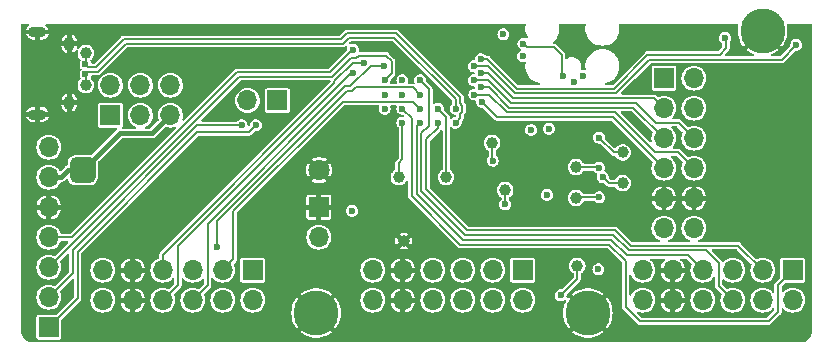
<source format=gbr>
%TF.GenerationSoftware,KiCad,Pcbnew,7.0.5.1-1-g8f565ef7f0-dirty-deb11*%
%TF.CreationDate,2023-06-14T12:44:05+00:00*%
%TF.ProjectId,kite-nrf52840,6b697465-2d6e-4726-9635-323834302e6b,rev?*%
%TF.SameCoordinates,Original*%
%TF.FileFunction,Copper,L4,Bot*%
%TF.FilePolarity,Positive*%
%FSLAX46Y46*%
G04 Gerber Fmt 4.6, Leading zero omitted, Abs format (unit mm)*
G04 Created by KiCad (PCBNEW 7.0.5.1-1-g8f565ef7f0-dirty-deb11) date 2023-06-14 12:44:05*
%MOMM*%
%LPD*%
G01*
G04 APERTURE LIST*
G04 Aperture macros list*
%AMRoundRect*
0 Rectangle with rounded corners*
0 $1 Rounding radius*
0 $2 $3 $4 $5 $6 $7 $8 $9 X,Y pos of 4 corners*
0 Add a 4 corners polygon primitive as box body*
4,1,4,$2,$3,$4,$5,$6,$7,$8,$9,$2,$3,0*
0 Add four circle primitives for the rounded corners*
1,1,$1+$1,$2,$3*
1,1,$1+$1,$4,$5*
1,1,$1+$1,$6,$7*
1,1,$1+$1,$8,$9*
0 Add four rect primitives between the rounded corners*
20,1,$1+$1,$2,$3,$4,$5,0*
20,1,$1+$1,$4,$5,$6,$7,0*
20,1,$1+$1,$6,$7,$8,$9,0*
20,1,$1+$1,$8,$9,$2,$3,0*%
G04 Aperture macros list end*
%TA.AperFunction,ComponentPad*%
%ADD10O,1.550000X0.890000*%
%TD*%
%TA.AperFunction,ComponentPad*%
%ADD11O,0.950000X1.250000*%
%TD*%
%TA.AperFunction,ComponentPad*%
%ADD12R,1.700000X1.700000*%
%TD*%
%TA.AperFunction,ComponentPad*%
%ADD13O,1.700000X1.700000*%
%TD*%
%TA.AperFunction,ComponentPad*%
%ADD14C,3.800000*%
%TD*%
%TA.AperFunction,SMDPad,CuDef*%
%ADD15C,1.000000*%
%TD*%
%TA.AperFunction,ComponentPad*%
%ADD16RoundRect,0.550000X0.550000X0.550000X-0.550000X0.550000X-0.550000X-0.550000X0.550000X-0.550000X0*%
%TD*%
%TA.AperFunction,ComponentPad*%
%ADD17C,1.800000*%
%TD*%
%TA.AperFunction,ViaPad*%
%ADD18C,0.600000*%
%TD*%
%TA.AperFunction,Conductor*%
%ADD19C,0.200000*%
%TD*%
%TA.AperFunction,Conductor*%
%ADD20C,0.196000*%
%TD*%
%TA.AperFunction,Conductor*%
%ADD21C,0.182000*%
%TD*%
%TA.AperFunction,Conductor*%
%ADD22C,0.400000*%
%TD*%
G04 APERTURE END LIST*
D10*
%TO.P,J6,6,Shield*%
%TO.N,GND*%
X73400000Y-65700000D03*
D11*
X76100000Y-66700000D03*
X76100000Y-71700000D03*
D10*
X73400000Y-72700000D03*
%TD*%
D12*
%TO.P,J12,1,Pin_1*%
%TO.N,/P0.05A*%
X74365000Y-90700000D03*
D13*
%TO.P,J12,2,Pin_2*%
%TO.N,/P0.04A*%
X74365000Y-88160000D03*
%TO.P,J12,3,Pin_3*%
%TO.N,/P0.28A\u002A*%
X74365000Y-85620000D03*
%TO.P,J12,4,Pin_4*%
%TO.N,/P0.26*%
X74365000Y-83080000D03*
%TO.P,J12,5,Pin_5*%
%TO.N,GND*%
X74365000Y-80540000D03*
%TO.P,J12,6,Pin_6*%
%TO.N,/Power/PPMOD_VDD*%
X74365000Y-78000000D03*
%TO.P,J12,7,Pin_7*%
%TO.N,/I/O/PMOD5_VDD_HV*%
X74365000Y-75460000D03*
%TD*%
D12*
%TO.P,J3,1,Pin_1*%
%TO.N,Net-(J3-Pin_1)*%
X79575000Y-72750000D03*
D13*
%TO.P,J3,2,Pin_2*%
%TO.N,VBUS*%
X79575000Y-70210000D03*
%TO.P,J3,3,Pin_3*%
%TO.N,VDD*%
X82115000Y-72750000D03*
%TO.P,J3,4,Pin_4*%
%TO.N,VDD_HV*%
X82115000Y-70210000D03*
%TO.P,J3,5,Pin_5*%
%TO.N,/Power/PPMOD_VDD*%
X84655000Y-72750000D03*
%TO.P,J3,6,Pin_6*%
%TO.N,/I/O/PMOD5_VDD_HV*%
X84655000Y-70210000D03*
%TD*%
D12*
%TO.P,J4,1,IO1*%
%TO.N,/P0.03A\u002A*%
X91630000Y-85875000D03*
D13*
%TO.P,J4,2,IO2*%
%TO.N,/P0.17*%
X89090000Y-85875000D03*
%TO.P,J4,3,IO3*%
%TO.N,/P0.22*%
X86550000Y-85875000D03*
%TO.P,J4,4,IO4*%
%TO.N,/P0.27*%
X84010000Y-85875000D03*
%TO.P,J4,5,GND*%
%TO.N,GND*%
X81470000Y-85875000D03*
%TO.P,J4,6,VCC*%
%TO.N,VDD*%
X78930000Y-85875000D03*
%TO.P,J4,7,IO5*%
%TO.N,/P1.14\u002A*%
X91630000Y-88415000D03*
%TO.P,J4,8,IO6*%
%TO.N,/P1.13\u002A*%
X89090000Y-88415000D03*
%TO.P,J4,9,IO7*%
%TO.N,/P1.11\u002A*%
X86550000Y-88415000D03*
%TO.P,J4,10,IO8*%
%TO.N,/P1.12\u002A*%
X84010000Y-88415000D03*
%TO.P,J4,11,GND*%
%TO.N,GND*%
X81470000Y-88415000D03*
%TO.P,J4,12,VCC*%
%TO.N,VDD*%
X78930000Y-88415000D03*
%TD*%
D12*
%TO.P,J2,1,IO1*%
%TO.N,/P0.31A\u002A*%
X137350000Y-85875000D03*
D13*
%TO.P,J2,2,IO2*%
%TO.N,/P0.14*%
X134810000Y-85875000D03*
%TO.P,J2,3,IO3*%
%TO.N,/P0.12*%
X132270000Y-85875000D03*
%TO.P,J2,4,IO4*%
%TO.N,/P0.15*%
X129730000Y-85875000D03*
%TO.P,J2,5,GND*%
%TO.N,GND*%
X127190000Y-85875000D03*
%TO.P,J2,6,VCC*%
%TO.N,VDD*%
X124650000Y-85875000D03*
%TO.P,J2,7,IO5*%
%TO.N,/P1.02\u002A*%
X137350000Y-88415000D03*
%TO.P,J2,8,IO6*%
%TO.N,/P1.05\u002A*%
X134810000Y-88415000D03*
%TO.P,J2,9,IO7*%
%TO.N,/P0.25*%
X132270000Y-88415000D03*
%TO.P,J2,10,IO8*%
%TO.N,/P1.01\u002A*%
X129730000Y-88415000D03*
%TO.P,J2,11,GND*%
%TO.N,GND*%
X127190000Y-88415000D03*
%TO.P,J2,12,VCC*%
%TO.N,VDD*%
X124650000Y-88415000D03*
%TD*%
D12*
%TO.P,J1,1,IO1*%
%TO.N,/P0.30A\u002A*%
X126445000Y-69619000D03*
D13*
%TO.P,J1,2,IO2*%
%TO.N,/P0.20*%
X126445000Y-72159000D03*
%TO.P,J1,3,IO3*%
%TO.N,/P0.21*%
X126445000Y-74699000D03*
%TO.P,J1,4,IO4*%
%TO.N,/P1.09*%
X126445000Y-77239000D03*
%TO.P,J1,5,GND*%
%TO.N,GND*%
X126445000Y-79779000D03*
%TO.P,J1,6,VCC*%
%TO.N,/I/O/VDD_PMOD1*%
X126445000Y-82319000D03*
%TO.P,J1,7,IO5*%
%TO.N,/P0.29A\u002A*%
X128985000Y-69619000D03*
%TO.P,J1,8,IO6*%
%TO.N,/P0.11*%
X128985000Y-72159000D03*
%TO.P,J1,9,IO7*%
%TO.N,/P0.23*%
X128985000Y-74699000D03*
%TO.P,J1,10,IO8*%
%TO.N,/P0.19*%
X128985000Y-77239000D03*
%TO.P,J1,11,GND*%
%TO.N,GND*%
X128985000Y-79779000D03*
%TO.P,J1,12,VCC*%
%TO.N,/I/O/VDD_PMOD1*%
X128985000Y-82319000D03*
%TD*%
D12*
%TO.P,J7,1,Pin_1*%
%TO.N,GND*%
X97225000Y-80540000D03*
D13*
%TO.P,J7,2,Pin_2*%
%TO.N,unconnected-(J7-Pin_2-Pad2)*%
X97225000Y-83080000D03*
%TD*%
D12*
%TO.P,J5,1,IO1*%
%TO.N,/P0.02A\u002A*%
X114490000Y-85875000D03*
D13*
%TO.P,J5,2,IO2*%
%TO.N,/P0.08*%
X111950000Y-85875000D03*
%TO.P,J5,3,IO3*%
%TO.N,/P0.07*%
X109410000Y-85875000D03*
%TO.P,J5,4,IO4*%
%TO.N,/P1.08*%
X106870000Y-85875000D03*
%TO.P,J5,5,GND*%
%TO.N,GND*%
X104330000Y-85875000D03*
%TO.P,J5,6,VCC*%
%TO.N,VDD*%
X101790000Y-85875000D03*
%TO.P,J5,7,IO5*%
%TO.N,/P1.03\u002A*%
X114490000Y-88415000D03*
%TO.P,J5,8,IO6*%
%TO.N,/P1.15\u002A*%
X111950000Y-88415000D03*
%TO.P,J5,9,IO7*%
%TO.N,/P1.06\u002A*%
X109410000Y-88415000D03*
%TO.P,J5,10,IO8*%
%TO.N,/P1.10\u002A*%
X106870000Y-88415000D03*
%TO.P,J5,11,GND*%
%TO.N,GND*%
X104330000Y-88415000D03*
%TO.P,J5,12,VCC*%
%TO.N,VDD*%
X101790000Y-88415000D03*
%TD*%
D14*
%TO.P,H3,1,1*%
%TO.N,GND*%
X120000000Y-89500000D03*
%TD*%
%TO.P,H1,1,1*%
%TO.N,GND*%
X134800000Y-65600000D03*
%TD*%
%TO.P,H2,1,1*%
%TO.N,GND*%
X97000000Y-89500000D03*
%TD*%
D15*
%TO.P,TP4,1,1*%
%TO.N,/Microcontroller/SWDIO*%
X119000000Y-79750000D03*
%TD*%
%TO.P,TP5,1,1*%
%TO.N,/Microcontroller/SWDCLK*%
X122950000Y-78500000D03*
%TD*%
%TO.P,TP7,1,1*%
%TO.N,/Microcontroller/P0.18_~{RESET}*%
X122950000Y-75900000D03*
%TD*%
%TO.P,TP8,1,1*%
%TO.N,/Microcontroller/P1.00_SWO*%
X119000000Y-77150000D03*
%TD*%
%TO.P,TP10,1,1*%
%TO.N,VBUS*%
X111900000Y-75100000D03*
%TD*%
%TO.P,TP11,1,1*%
%TO.N,/USB_D+*%
X77500000Y-70200000D03*
%TD*%
D12*
%TO.P,J11,1,Pin_1*%
%TO.N,/NFC1*%
X93725000Y-71500000D03*
D13*
%TO.P,J11,2,Pin_2*%
%TO.N,/NFC2*%
X91185000Y-71500000D03*
%TD*%
D15*
%TO.P,TP3,1,1*%
%TO.N,VDD_HV*%
X113000000Y-79100000D03*
%TD*%
%TO.P,TP12,1,1*%
%TO.N,/USB_D-*%
X77500000Y-67500000D03*
%TD*%
%TO.P,TP6,1,1*%
%TO.N,VDD*%
X119100000Y-85500000D03*
%TD*%
%TO.P,TP1,1,1*%
%TO.N,/P0.06*%
X104000000Y-78000000D03*
%TD*%
D16*
%TO.P,BT1,1,+*%
%TO.N,/Power/PPMOD_VDD*%
X77250000Y-77400000D03*
D17*
%TO.P,BT1,2,-*%
%TO.N,GND*%
X97250000Y-77400000D03*
%TD*%
D15*
%TO.P,TP2,1,1*%
%TO.N,/P0.16*%
X108000000Y-78000000D03*
%TD*%
%TO.P,TP9,1,1*%
%TO.N,GND*%
X104400000Y-83400000D03*
%TD*%
D18*
%TO.N,GND*%
X114800000Y-80800000D03*
X89600000Y-91500000D03*
X104300000Y-68550000D03*
X87000000Y-75300000D03*
X92500000Y-67700000D03*
X112750000Y-76700000D03*
X132200000Y-69500000D03*
X89500000Y-65500000D03*
X131200000Y-82900000D03*
X88800000Y-72600000D03*
X81000000Y-67500000D03*
X138500000Y-89400000D03*
X106900000Y-77500000D03*
X124600000Y-91500000D03*
X132800000Y-74700000D03*
X78500000Y-66100000D03*
X76600000Y-91200000D03*
X117300000Y-75950000D03*
X95600000Y-76700000D03*
X82300000Y-75300000D03*
X110700000Y-66850000D03*
X77800000Y-79700000D03*
X95200000Y-71900000D03*
X123900000Y-67400000D03*
X123500000Y-65475000D03*
X133000000Y-80000000D03*
X110900000Y-91500000D03*
X135300000Y-77400000D03*
X107300000Y-91500000D03*
X136400000Y-91500000D03*
X94300000Y-83200000D03*
X83500000Y-65500000D03*
X94700000Y-72900000D03*
X138400000Y-68800000D03*
X110250000Y-80300000D03*
X90540000Y-75550000D03*
X72700000Y-90500000D03*
X72800000Y-75500000D03*
X95500000Y-65500000D03*
X85900000Y-91500000D03*
X79800000Y-91300000D03*
X130100000Y-91500000D03*
X99000000Y-76300000D03*
X93800000Y-79600000D03*
X89500000Y-67500000D03*
X118000000Y-73550000D03*
X86500000Y-65500000D03*
X124000000Y-73200000D03*
X98000000Y-65500000D03*
X81000000Y-65500000D03*
X138400000Y-71700000D03*
X138400000Y-79800000D03*
X88100000Y-69500000D03*
X91800000Y-81800000D03*
X103550000Y-67150000D03*
X92500000Y-65500000D03*
X135600000Y-82300000D03*
X77400000Y-74500000D03*
X104000000Y-91500000D03*
X115300000Y-91500000D03*
X110700000Y-65550000D03*
X82700000Y-91400000D03*
X108050000Y-67150000D03*
X101400000Y-91400000D03*
X134800000Y-72300000D03*
X138400000Y-77100000D03*
X80290000Y-78270000D03*
X101200000Y-66824500D03*
X72600000Y-85700000D03*
X92900000Y-91300000D03*
X83500000Y-67500000D03*
X86000000Y-78800000D03*
X138500000Y-65700000D03*
X105700000Y-81200000D03*
X138400000Y-84100000D03*
X138400000Y-74500000D03*
X133600000Y-91500000D03*
X127400000Y-66100000D03*
X114300000Y-74000000D03*
X97700000Y-75700000D03*
X86500000Y-67500000D03*
X103100000Y-80500000D03*
%TO.N,/Microcontroller/SWDCLK*%
X114500000Y-67750000D03*
X121252920Y-77989300D03*
%TO.N,/Microcontroller/SWDIO*%
X114550000Y-66700000D03*
X120950000Y-79700000D03*
X117900000Y-69400000D03*
%TO.N,VBUS*%
X111950000Y-76600000D03*
%TO.N,/USB_D+*%
X77468416Y-69300000D03*
X108800000Y-72200000D03*
%TO.N,/USB_D-*%
X77468416Y-68450000D03*
X108800000Y-73400000D03*
%TO.N,/P1.09*%
X111035932Y-71608441D03*
%TO.N,/P0.23*%
X110350000Y-69800000D03*
%TO.N,/P0.21*%
X110950000Y-70400000D03*
%TO.N,/P0.19*%
X110400000Y-71000000D03*
%TO.N,/P0.22*%
X88600000Y-83900000D03*
X105800000Y-71000000D03*
%TO.N,/P0.25*%
X105800000Y-69800000D03*
%TO.N,/P0.27*%
X101020000Y-68300000D03*
%TO.N,/P0.06*%
X104300000Y-73400000D03*
%TO.N,/P0.26*%
X100100000Y-67200000D03*
%TO.N,/P0.24*%
X137650000Y-66799500D03*
X110355968Y-68599500D03*
%TO.N,/P0.20*%
X110950000Y-69200000D03*
%TO.N,/P0.17*%
X105800000Y-72200000D03*
%TO.N,/P0.15*%
X105800000Y-73400000D03*
%TO.N,/P0.14*%
X107300000Y-73400000D03*
%TO.N,/P0.16*%
X107300000Y-72200000D03*
%TO.N,/P1.11\u002A*%
X102750000Y-68550000D03*
%TO.N,/P0.02A\u002A*%
X100050000Y-80850000D03*
%TO.N,/P0.28A\u002A*%
X102800000Y-69800000D03*
%TO.N,/P0.29A\u002A*%
X116700000Y-73900000D03*
X104300000Y-69800000D03*
%TO.N,/P0.30A\u002A*%
X115200000Y-74000000D03*
X104300000Y-71000000D03*
%TO.N,/P0.31A\u002A*%
X104300000Y-72200000D03*
%TO.N,/P0.04A*%
X90700000Y-73600000D03*
X102800000Y-71000000D03*
%TO.N,/P0.05A*%
X102800000Y-72200000D03*
X91900000Y-73600000D03*
%TO.N,/P1.12\u002A*%
X100150000Y-69200000D03*
%TO.N,/P1.07\u002A*%
X131600000Y-66200000D03*
X110950500Y-68000000D03*
%TO.N,VDD*%
X116550000Y-79500000D03*
X119600000Y-69400000D03*
X117700000Y-88000000D03*
%TO.N,/Microcontroller/P0.18_~{RESET}*%
X120950000Y-74650000D03*
X118800000Y-69900000D03*
%TO.N,VDD_HV*%
X113000000Y-80300000D03*
%TO.N,/I/O/VDD_PMOD1*%
X120900000Y-85800000D03*
%TO.N,/Microcontroller/P1.00_SWO*%
X112850000Y-65900000D03*
X120950000Y-77200000D03*
%TD*%
D19*
%TO.N,/Microcontroller/SWDCLK*%
X121252920Y-77989300D02*
X121763620Y-78500000D01*
X121763620Y-78500000D02*
X122950000Y-78500000D01*
%TO.N,/Microcontroller/SWDIO*%
X117150000Y-67000000D02*
X117800000Y-67650000D01*
X120950000Y-79700000D02*
X119050000Y-79700000D01*
X117800000Y-67650000D02*
X117800000Y-69300000D01*
X117800000Y-69300000D02*
X117900000Y-69400000D01*
X114850000Y-67000000D02*
X117150000Y-67000000D01*
X114550000Y-66700000D02*
X114850000Y-67000000D01*
%TO.N,VBUS*%
X111900000Y-76550000D02*
X111950000Y-76600000D01*
X111900000Y-75100000D02*
X111900000Y-76550000D01*
D20*
%TO.N,/USB_D+*%
X99278288Y-66689000D02*
X99778288Y-66189000D01*
X77468416Y-69300000D02*
X77704416Y-69064000D01*
X103621712Y-66189000D02*
X108800000Y-71367288D01*
X78503288Y-69064000D02*
X80878288Y-66689000D01*
D21*
X77500000Y-70200000D02*
X77500000Y-69331584D01*
D20*
X108800000Y-71367288D02*
X108800000Y-72200000D01*
X77704416Y-69064000D02*
X78503288Y-69064000D01*
X99778288Y-66189000D02*
X103621712Y-66189000D01*
D21*
X77500000Y-69331584D02*
X77468416Y-69300000D01*
D20*
X80878288Y-66689000D02*
X99278288Y-66689000D01*
%TO.N,/USB_D-*%
X99621712Y-65811000D02*
X103778288Y-65811000D01*
X109380000Y-72440244D02*
X109178000Y-72642244D01*
X77468416Y-68450000D02*
X77704416Y-68686000D01*
X109178000Y-72642244D02*
X109178000Y-73022000D01*
X80721712Y-66311000D02*
X99121712Y-66311000D01*
X109380000Y-71959756D02*
X109380000Y-72440244D01*
X99121712Y-66311000D02*
X99621712Y-65811000D01*
X78346712Y-68686000D02*
X80721712Y-66311000D01*
X109178000Y-73022000D02*
X108800000Y-73400000D01*
X103778288Y-65811000D02*
X109178000Y-71210712D01*
X109178000Y-71757756D02*
X109380000Y-71959756D01*
X109178000Y-71210712D02*
X109178000Y-71757756D01*
D21*
X77500000Y-67500000D02*
X77500000Y-68418416D01*
X77500000Y-68418416D02*
X77468416Y-68450000D01*
D20*
X77704416Y-68686000D02*
X78346712Y-68686000D01*
D19*
%TO.N,/P1.09*%
X122100000Y-72900000D02*
X125500000Y-76300000D01*
X125506000Y-76300000D02*
X126445000Y-77239000D01*
X125500000Y-76300000D02*
X125506000Y-76300000D01*
X111035932Y-71608441D02*
X112327492Y-72900000D01*
X112327492Y-72900000D02*
X122100000Y-72900000D01*
%TO.N,/P0.23*%
X111587256Y-69800000D02*
X113487259Y-71700000D01*
X125800000Y-73400000D02*
X127686000Y-73400000D01*
X110350000Y-69800000D02*
X111587256Y-69800000D01*
X127686000Y-73400000D02*
X128985000Y-74699000D01*
X113487259Y-71700000D02*
X124100000Y-71700000D01*
X124100000Y-71700000D02*
X125800000Y-73400000D01*
%TO.N,/P0.21*%
X123846000Y-72100000D02*
X126445000Y-74699000D01*
X111621570Y-70400000D02*
X113321574Y-72100000D01*
X110950000Y-70400000D02*
X111621570Y-70400000D01*
X113321574Y-72100000D02*
X123846000Y-72100000D01*
%TO.N,/P0.19*%
X122300000Y-72500000D02*
X125700000Y-75900000D01*
X125700000Y-75900000D02*
X127646000Y-75900000D01*
X111655886Y-71000000D02*
X113155886Y-72500000D01*
X110400000Y-71000000D02*
X111655886Y-71000000D01*
X127646000Y-75900000D02*
X128985000Y-77239000D01*
X113155886Y-72500000D02*
X122300000Y-72500000D01*
%TO.N,/P0.22*%
X88600000Y-81700000D02*
X99600000Y-70700000D01*
X100365686Y-70400000D02*
X100065686Y-70700000D01*
X105200000Y-70400000D02*
X100365686Y-70400000D01*
X105800000Y-71000000D02*
X105200000Y-70400000D01*
X88600000Y-81700000D02*
X88600000Y-83900000D01*
X100065686Y-70700000D02*
X99600000Y-70700000D01*
%TO.N,/P0.25*%
X130000000Y-84200000D02*
X131100000Y-85300000D01*
X123465686Y-84200000D02*
X130000000Y-84200000D01*
X122165686Y-82900000D02*
X123465686Y-84200000D01*
X105900000Y-74300000D02*
X105900000Y-79200000D01*
X131100000Y-87245000D02*
X132270000Y-88415000D01*
X106550000Y-70550000D02*
X106550000Y-73650000D01*
X105900000Y-79200000D02*
X109600000Y-82900000D01*
X106550000Y-73650000D02*
X105900000Y-74300000D01*
X131100000Y-85300000D02*
X131100000Y-87245000D01*
X109600000Y-82900000D02*
X122165686Y-82900000D01*
X105800000Y-69800000D02*
X106550000Y-70550000D01*
%TO.N,/P0.27*%
X84000000Y-84600000D02*
X84000000Y-85865000D01*
X98550000Y-69850000D02*
X98550000Y-70050000D01*
X101020000Y-68300000D02*
X100100000Y-68300000D01*
X100100000Y-68300000D02*
X98550000Y-69850000D01*
X98550000Y-70050000D02*
X84000000Y-84600000D01*
%TO.N,/P0.06*%
X104300000Y-73400000D02*
X104300000Y-76500000D01*
X104000000Y-76800000D02*
X104000000Y-78000000D01*
X104300000Y-76500000D02*
X104000000Y-76800000D01*
%TO.N,/P0.26*%
X100100000Y-67200000D02*
X100068628Y-67200000D01*
X100068628Y-67200000D02*
X98168629Y-69100000D01*
X98168629Y-69100000D02*
X90319314Y-69100000D01*
X76319314Y-83100000D02*
X74385000Y-83100000D01*
X90319314Y-69100000D02*
X76319314Y-83100000D01*
%TO.N,/P0.24*%
X125200000Y-68050000D02*
X122350000Y-70900000D01*
X111518128Y-68599500D02*
X110355968Y-68599500D01*
X113818629Y-70900000D02*
X111518128Y-68599500D01*
X122350000Y-70900000D02*
X113818629Y-70900000D01*
X137650000Y-66799500D02*
X136399500Y-68050000D01*
X136399500Y-68050000D02*
X125200000Y-68050000D01*
%TO.N,/P0.20*%
X110950000Y-69200000D02*
X111552942Y-69200000D01*
X111552942Y-69200000D02*
X113652944Y-71300000D01*
X125586000Y-71300000D02*
X126445000Y-72159000D01*
X113652944Y-71300000D02*
X125586000Y-71300000D01*
%TO.N,/P0.17*%
X105200000Y-71600000D02*
X99265686Y-71600000D01*
X90000000Y-80865686D02*
X90000000Y-84965000D01*
X90000000Y-84965000D02*
X89090000Y-85875000D01*
X99265686Y-71600000D02*
X90000000Y-80865686D01*
X105800000Y-72200000D02*
X105200000Y-71600000D01*
%TO.N,/P0.15*%
X105500000Y-73700000D02*
X105500000Y-79400000D01*
X109400000Y-83300000D02*
X122000000Y-83300000D01*
X123300000Y-84600000D02*
X128455000Y-84600000D01*
X105500000Y-79400000D02*
X109400000Y-83300000D01*
X105800000Y-73400000D02*
X105500000Y-73700000D01*
X128455000Y-84600000D02*
X129730000Y-85875000D01*
X122000000Y-83300000D02*
X123300000Y-84600000D01*
%TO.N,/P0.14*%
X107300000Y-73400000D02*
X107300000Y-73800000D01*
X132735000Y-83800000D02*
X134810000Y-85875000D01*
X106300000Y-74800000D02*
X106300000Y-79034314D01*
X109765686Y-82500000D02*
X122331372Y-82500000D01*
X123631372Y-83800000D02*
X132735000Y-83800000D01*
X122331372Y-82500000D02*
X123631372Y-83800000D01*
X107300000Y-73800000D02*
X106300000Y-74800000D01*
X106300000Y-79034314D02*
X109765686Y-82500000D01*
%TO.N,/P0.16*%
X108000000Y-78000000D02*
X108000000Y-72900000D01*
X108000000Y-72900000D02*
X107300000Y-72200000D01*
%TO.N,/P1.11\u002A*%
X99900000Y-70300000D02*
X99431372Y-70300000D01*
X102750000Y-68550000D02*
X101650000Y-68550000D01*
X87800000Y-81931372D02*
X87800000Y-87165000D01*
X101650000Y-68550000D02*
X99900000Y-70300000D01*
X87800000Y-87165000D02*
X86550000Y-88415000D01*
X99431372Y-70300000D02*
X87800000Y-81931372D01*
%TO.N,/P0.28A\u002A*%
X99934314Y-67900000D02*
X100400000Y-67900000D01*
X74365000Y-85620000D02*
X90485000Y-69500000D01*
X98334314Y-69500000D02*
X99934314Y-67900000D01*
X100400000Y-67900000D02*
X100600000Y-67700000D01*
X103400000Y-69200000D02*
X102800000Y-69800000D01*
X90485000Y-69500000D02*
X98334314Y-69500000D01*
X100600000Y-67700000D02*
X102900000Y-67700000D01*
X102900000Y-67700000D02*
X103400000Y-68200000D01*
X103400000Y-68200000D02*
X103400000Y-69200000D01*
%TO.N,/P0.31A\u002A*%
X104300000Y-72200000D02*
X105100000Y-73000000D01*
X105100000Y-73000000D02*
X105100000Y-79600000D01*
X136100000Y-89400000D02*
X136100000Y-87125000D01*
X121834314Y-83700000D02*
X123200000Y-85065686D01*
X105100000Y-79600000D02*
X109200000Y-83700000D01*
X135300000Y-90200000D02*
X136100000Y-89400000D01*
X123200000Y-85065686D02*
X123200000Y-89000000D01*
X123200000Y-89000000D02*
X124400000Y-90200000D01*
X136100000Y-87125000D02*
X137350000Y-85875000D01*
X109200000Y-83700000D02*
X121834314Y-83700000D01*
X124400000Y-90200000D02*
X135300000Y-90200000D01*
%TO.N,/P0.04A*%
X76400000Y-86125000D02*
X74365000Y-88160000D01*
X76400000Y-84150686D02*
X76400000Y-86125000D01*
X90700000Y-73600000D02*
X86950686Y-73600000D01*
X86950686Y-73600000D02*
X76400000Y-84150686D01*
%TO.N,/P0.05A*%
X91300000Y-74200000D02*
X86916372Y-74200000D01*
X86916372Y-74200000D02*
X76800000Y-84316372D01*
X91900000Y-73600000D02*
X91300000Y-74200000D01*
X76800000Y-84316372D02*
X76800000Y-88265000D01*
X76800000Y-88265000D02*
X74365000Y-90700000D01*
%TO.N,/P1.12\u002A*%
X100150000Y-69200000D02*
X99965686Y-69200000D01*
X85300000Y-83865686D02*
X85300000Y-87125000D01*
X85300000Y-87125000D02*
X84010000Y-88415000D01*
X99965686Y-69200000D02*
X85300000Y-83865686D01*
%TO.N,/P1.07\u002A*%
X113984314Y-70500000D02*
X122184314Y-70500000D01*
X111484314Y-68000000D02*
X113984314Y-70500000D01*
X131700000Y-67100000D02*
X131700000Y-66300000D01*
X122184314Y-70500000D02*
X125034315Y-67650000D01*
X110950500Y-68000000D02*
X111484314Y-68000000D01*
X125034315Y-67650000D02*
X131150000Y-67650000D01*
X131700000Y-66300000D02*
X131600000Y-66200000D01*
X131150000Y-67650000D02*
X131700000Y-67100000D01*
%TO.N,VDD*%
X119100000Y-86600000D02*
X117700000Y-88000000D01*
X119100000Y-85500000D02*
X119100000Y-86600000D01*
%TO.N,/Microcontroller/P0.18_~{RESET}*%
X122200000Y-75900000D02*
X122950000Y-75900000D01*
X120950000Y-74650000D02*
X122200000Y-75900000D01*
%TO.N,VDD_HV*%
X113000000Y-79100000D02*
X113000000Y-80300000D01*
D22*
%TO.N,/Power/PPMOD_VDD*%
X77250000Y-77400000D02*
X80350000Y-74300000D01*
X77250000Y-77400000D02*
X76000000Y-77400000D01*
X74365000Y-78000000D02*
X75400000Y-78000000D01*
X80350000Y-74300000D02*
X83105000Y-74300000D01*
X83105000Y-74300000D02*
X84655000Y-72750000D01*
X76000000Y-77400000D02*
X75400000Y-78000000D01*
D19*
%TO.N,/Microcontroller/P1.00_SWO*%
X119000000Y-77150000D02*
X120900000Y-77150000D01*
X120900000Y-77150000D02*
X120950000Y-77200000D01*
%TD*%
%TA.AperFunction,Conductor*%
%TO.N,GND*%
G36*
X103515252Y-66506407D02*
G01*
X103527065Y-66516496D01*
X108472504Y-71461935D01*
X108500281Y-71516452D01*
X108501500Y-71531939D01*
X108501500Y-71744372D01*
X108482593Y-71802563D01*
X108473486Y-71812486D01*
X108473509Y-71812506D01*
X108468872Y-71817856D01*
X108468872Y-71817857D01*
X108414816Y-71880241D01*
X108374622Y-71926628D01*
X108314834Y-72057543D01*
X108294353Y-72199997D01*
X108294353Y-72200002D01*
X108314834Y-72342456D01*
X108356547Y-72433793D01*
X108374623Y-72473373D01*
X108458787Y-72570504D01*
X108468873Y-72582144D01*
X108568909Y-72646433D01*
X108589947Y-72659953D01*
X108685852Y-72688113D01*
X108728035Y-72700499D01*
X108728036Y-72700499D01*
X108728039Y-72700500D01*
X108728041Y-72700500D01*
X108780499Y-72700500D01*
X108838690Y-72719407D01*
X108874654Y-72768907D01*
X108879499Y-72799500D01*
X108879499Y-72800500D01*
X108860592Y-72858691D01*
X108811092Y-72894655D01*
X108780499Y-72899500D01*
X108728035Y-72899500D01*
X108589949Y-72940046D01*
X108589942Y-72940049D01*
X108468871Y-73017856D01*
X108466824Y-73019631D01*
X108464742Y-73020510D01*
X108462915Y-73021685D01*
X108462711Y-73021368D01*
X108410463Y-73043445D01*
X108350868Y-73029583D01*
X108310803Y-72983340D01*
X108303103Y-72949379D01*
X108302567Y-72937792D01*
X108300552Y-72894208D01*
X108300500Y-72891928D01*
X108300500Y-72872160D01*
X108300500Y-72872156D01*
X108299846Y-72868664D01*
X108299056Y-72861859D01*
X108297585Y-72830008D01*
X108293614Y-72821016D01*
X108286864Y-72799214D01*
X108285898Y-72794048D01*
X108285061Y-72789567D01*
X108268276Y-72762458D01*
X108265088Y-72756410D01*
X108252206Y-72727234D01*
X108252205Y-72727233D01*
X108252204Y-72727231D01*
X108245254Y-72720281D01*
X108231088Y-72702395D01*
X108225921Y-72694051D01*
X108225920Y-72694049D01*
X108200489Y-72674844D01*
X108195310Y-72670338D01*
X107830546Y-72305575D01*
X107802769Y-72251058D01*
X107802558Y-72221482D01*
X107805647Y-72200000D01*
X107800406Y-72163550D01*
X107785165Y-72057543D01*
X107760523Y-72003585D01*
X107725377Y-71926627D01*
X107631128Y-71817857D01*
X107631127Y-71817856D01*
X107631126Y-71817855D01*
X107510057Y-71740049D01*
X107510054Y-71740047D01*
X107510053Y-71740047D01*
X107510050Y-71740046D01*
X107371964Y-71699500D01*
X107371961Y-71699500D01*
X107228039Y-71699500D01*
X107228035Y-71699500D01*
X107089949Y-71740046D01*
X107089942Y-71740049D01*
X107003023Y-71795909D01*
X106943848Y-71811464D01*
X106886832Y-71789265D01*
X106853752Y-71737792D01*
X106850500Y-71712625D01*
X106850500Y-70615168D01*
X106852731Y-70601495D01*
X106851505Y-70601324D01*
X106852773Y-70592232D01*
X106850693Y-70547233D01*
X106850552Y-70544207D01*
X106850500Y-70541928D01*
X106850500Y-70522160D01*
X106850500Y-70522156D01*
X106849846Y-70518664D01*
X106849056Y-70511859D01*
X106847585Y-70480008D01*
X106843615Y-70471017D01*
X106836864Y-70449215D01*
X106835967Y-70444417D01*
X106835061Y-70439567D01*
X106818276Y-70412458D01*
X106815084Y-70406401D01*
X106802206Y-70377235D01*
X106802205Y-70377233D01*
X106795256Y-70370284D01*
X106781090Y-70352399D01*
X106775919Y-70344048D01*
X106750483Y-70324839D01*
X106745306Y-70320334D01*
X106330546Y-69905575D01*
X106302769Y-69851058D01*
X106302558Y-69821482D01*
X106305647Y-69800000D01*
X106305098Y-69796184D01*
X106285165Y-69657543D01*
X106275133Y-69635577D01*
X106225377Y-69526627D01*
X106131128Y-69417857D01*
X106131127Y-69417856D01*
X106131126Y-69417855D01*
X106010057Y-69340049D01*
X106010054Y-69340047D01*
X106010053Y-69340047D01*
X106010050Y-69340046D01*
X105871964Y-69299500D01*
X105871961Y-69299500D01*
X105728039Y-69299500D01*
X105728035Y-69299500D01*
X105589949Y-69340046D01*
X105589942Y-69340049D01*
X105468873Y-69417855D01*
X105374622Y-69526628D01*
X105314834Y-69657543D01*
X105294353Y-69799997D01*
X105294353Y-69800002D01*
X105314834Y-69942456D01*
X105320894Y-69955725D01*
X105327869Y-70016512D01*
X105297783Y-70069789D01*
X105242127Y-70095207D01*
X105223329Y-70094108D01*
X105223286Y-70095044D01*
X105214123Y-70094620D01*
X105182547Y-70099025D01*
X105175701Y-70099500D01*
X104867493Y-70099500D01*
X104809302Y-70080593D01*
X104773338Y-70031093D01*
X104773338Y-69969907D01*
X104777440Y-69959373D01*
X104785165Y-69942456D01*
X104805647Y-69800002D01*
X104805647Y-69799997D01*
X104785165Y-69657543D01*
X104775133Y-69635577D01*
X104725377Y-69526627D01*
X104631128Y-69417857D01*
X104631127Y-69417856D01*
X104631126Y-69417855D01*
X104510057Y-69340049D01*
X104510054Y-69340047D01*
X104510053Y-69340047D01*
X104510050Y-69340046D01*
X104371964Y-69299500D01*
X104371961Y-69299500D01*
X104228039Y-69299500D01*
X104228035Y-69299500D01*
X104089949Y-69340046D01*
X104089942Y-69340049D01*
X103968873Y-69417855D01*
X103874622Y-69526628D01*
X103814834Y-69657543D01*
X103794353Y-69799997D01*
X103794353Y-69800002D01*
X103814834Y-69942456D01*
X103822560Y-69959373D01*
X103829535Y-70020160D01*
X103799449Y-70073437D01*
X103743793Y-70098855D01*
X103732507Y-70099500D01*
X103367493Y-70099500D01*
X103309302Y-70080593D01*
X103273338Y-70031093D01*
X103273338Y-69969907D01*
X103277440Y-69959373D01*
X103285165Y-69942456D01*
X103305647Y-69800002D01*
X103305647Y-69800000D01*
X103305098Y-69796184D01*
X103302558Y-69778517D01*
X103312990Y-69718228D01*
X103330543Y-69694426D01*
X103566405Y-69458564D01*
X103577664Y-69450493D01*
X103576905Y-69449487D01*
X103584221Y-69443961D01*
X103584228Y-69443958D01*
X103616632Y-69408411D01*
X103618186Y-69406783D01*
X103632174Y-69392797D01*
X103634181Y-69389865D01*
X103638440Y-69384490D01*
X103643282Y-69379179D01*
X103659916Y-69360933D01*
X103663465Y-69351770D01*
X103674106Y-69331582D01*
X103679656Y-69323481D01*
X103686955Y-69292443D01*
X103688977Y-69285914D01*
X103700500Y-69256173D01*
X103700500Y-69246348D01*
X103703129Y-69223683D01*
X103705379Y-69214119D01*
X103700975Y-69182546D01*
X103700500Y-69175699D01*
X103700500Y-68265169D01*
X103702731Y-68251496D01*
X103701505Y-68251325D01*
X103702773Y-68242233D01*
X103701281Y-68209953D01*
X103700552Y-68194208D01*
X103700500Y-68191929D01*
X103700500Y-68172160D01*
X103700500Y-68172156D01*
X103699846Y-68168664D01*
X103699056Y-68161859D01*
X103697585Y-68130009D01*
X103693613Y-68121014D01*
X103686865Y-68099220D01*
X103686824Y-68099000D01*
X103685061Y-68089567D01*
X103668278Y-68062462D01*
X103665085Y-68056406D01*
X103656090Y-68036031D01*
X103652207Y-68027236D01*
X103645257Y-68020286D01*
X103631088Y-68002396D01*
X103625920Y-67994049D01*
X103625919Y-67994048D01*
X103600483Y-67974839D01*
X103595306Y-67970334D01*
X103158565Y-67533594D01*
X103150479Y-67522344D01*
X103149487Y-67523094D01*
X103143958Y-67515772D01*
X103108428Y-67483382D01*
X103106775Y-67481804D01*
X103092797Y-67467826D01*
X103089859Y-67465813D01*
X103084496Y-67461564D01*
X103060933Y-67440084D01*
X103051762Y-67436531D01*
X103031586Y-67425895D01*
X103023484Y-67420345D01*
X103023479Y-67420343D01*
X102992457Y-67413046D01*
X102985902Y-67411016D01*
X102956177Y-67399501D01*
X102956174Y-67399500D01*
X102956173Y-67399500D01*
X102956172Y-67399500D01*
X102946348Y-67399500D01*
X102923683Y-67396870D01*
X102914119Y-67394621D01*
X102914118Y-67394621D01*
X102882547Y-67399025D01*
X102875701Y-67399500D01*
X100691216Y-67399500D01*
X100633025Y-67380593D01*
X100597061Y-67331093D01*
X100593224Y-67286411D01*
X100605575Y-67200500D01*
X100605647Y-67200000D01*
X100604562Y-67192455D01*
X100585165Y-67057543D01*
X100573531Y-67032069D01*
X100525377Y-66926627D01*
X100431128Y-66817857D01*
X100431127Y-66817856D01*
X100431126Y-66817855D01*
X100310057Y-66740049D01*
X100310054Y-66740047D01*
X100310053Y-66740047D01*
X100310050Y-66740046D01*
X100171964Y-66699500D01*
X100171961Y-66699500D01*
X100028039Y-66699500D01*
X100028035Y-66699500D01*
X99921551Y-66730767D01*
X99860391Y-66729019D01*
X99811938Y-66691656D01*
X99794700Y-66632949D01*
X99815262Y-66575322D01*
X99823651Y-66565779D01*
X99872934Y-66516496D01*
X99927452Y-66488719D01*
X99942938Y-66487500D01*
X103457061Y-66487500D01*
X103515252Y-66506407D01*
G37*
%TD.AperFunction*%
%TA.AperFunction,Conductor*%
G36*
X72689629Y-65018907D02*
G01*
X72725593Y-65068407D01*
X72725593Y-65129593D01*
X72689629Y-65179092D01*
X72624960Y-65226077D01*
X72624959Y-65226078D01*
X72521079Y-65351645D01*
X72451692Y-65499102D01*
X72451691Y-65499104D01*
X72451520Y-65499999D01*
X72451521Y-65500000D01*
X72924333Y-65500000D01*
X72894760Y-65519760D01*
X72839505Y-65602455D01*
X72820102Y-65700000D01*
X72839505Y-65797545D01*
X72894760Y-65880240D01*
X72924333Y-65900000D01*
X72456791Y-65900000D01*
X72481748Y-65976812D01*
X72569064Y-66114399D01*
X72569070Y-66114406D01*
X72687865Y-66225963D01*
X72830670Y-66304471D01*
X72988516Y-66344999D01*
X72988519Y-66345000D01*
X73199999Y-66345000D01*
X73200000Y-66344999D01*
X73200000Y-65950000D01*
X73600000Y-65950000D01*
X73600000Y-66344999D01*
X73600001Y-66345000D01*
X73770576Y-66345000D01*
X73891675Y-66329702D01*
X73891681Y-66329700D01*
X74043198Y-66269710D01*
X74043209Y-66269704D01*
X74175039Y-66173922D01*
X74175040Y-66173921D01*
X74278920Y-66048354D01*
X74348307Y-65900897D01*
X74348308Y-65900895D01*
X74348480Y-65900000D01*
X73875667Y-65900000D01*
X73905240Y-65880240D01*
X73960495Y-65797545D01*
X73979898Y-65700000D01*
X73960495Y-65602455D01*
X73905240Y-65519760D01*
X73875667Y-65500000D01*
X74343209Y-65500000D01*
X74343208Y-65499999D01*
X74318251Y-65423187D01*
X74230935Y-65285600D01*
X74230929Y-65285593D01*
X74109080Y-65171168D01*
X74079603Y-65117550D01*
X74087272Y-65056847D01*
X74129157Y-65012245D01*
X74176850Y-65000000D01*
X98800000Y-65000000D01*
X112800000Y-65000000D01*
X114654529Y-65000000D01*
X114712720Y-65018907D01*
X114748684Y-65068407D01*
X114752179Y-65115295D01*
X114722050Y-65295847D01*
X114722050Y-65534152D01*
X114761273Y-65769204D01*
X114838652Y-65994600D01*
X114901053Y-66109906D01*
X114912120Y-66170082D01*
X114885703Y-66225271D01*
X114831892Y-66254392D01*
X114771241Y-66246322D01*
X114760467Y-66240312D01*
X114760061Y-66240051D01*
X114760054Y-66240048D01*
X114760053Y-66240047D01*
X114760050Y-66240046D01*
X114621964Y-66199500D01*
X114621961Y-66199500D01*
X114478039Y-66199500D01*
X114478035Y-66199500D01*
X114339949Y-66240046D01*
X114339942Y-66240049D01*
X114218873Y-66317855D01*
X114124622Y-66426628D01*
X114064834Y-66557543D01*
X114044353Y-66699997D01*
X114044353Y-66700002D01*
X114064834Y-66842456D01*
X114124071Y-66972164D01*
X114124623Y-66973373D01*
X114218346Y-67081536D01*
X114218873Y-67082144D01*
X114286569Y-67125649D01*
X114325300Y-67173015D01*
X114328794Y-67234100D01*
X114295715Y-67285573D01*
X114286570Y-67292217D01*
X114168872Y-67367857D01*
X114074622Y-67476628D01*
X114014834Y-67607543D01*
X113994353Y-67749997D01*
X113994353Y-67750002D01*
X114014834Y-67892456D01*
X114072812Y-68019407D01*
X114074623Y-68023373D01*
X114157195Y-68118667D01*
X114168873Y-68132144D01*
X114273615Y-68199457D01*
X114289947Y-68209953D01*
X114377958Y-68235795D01*
X114428035Y-68250499D01*
X114428036Y-68250499D01*
X114428039Y-68250500D01*
X114428041Y-68250500D01*
X114571959Y-68250500D01*
X114571961Y-68250500D01*
X114616912Y-68237301D01*
X114678070Y-68239048D01*
X114726523Y-68276410D01*
X114743762Y-68335117D01*
X114742452Y-68348586D01*
X114722049Y-68470847D01*
X114722050Y-68709152D01*
X114761273Y-68944204D01*
X114838652Y-69169600D01*
X114952071Y-69379179D01*
X114952073Y-69379182D01*
X115060008Y-69517857D01*
X115098438Y-69567233D01*
X115098442Y-69567237D01*
X115195230Y-69656336D01*
X115273766Y-69728633D01*
X115473266Y-69858973D01*
X115691498Y-69954699D01*
X115888274Y-70004529D01*
X115940043Y-70037143D01*
X115962755Y-70093957D01*
X115947734Y-70153270D01*
X115900719Y-70192427D01*
X115863971Y-70199500D01*
X114149793Y-70199500D01*
X114091602Y-70180593D01*
X114079789Y-70170504D01*
X111742879Y-67833594D01*
X111734793Y-67822344D01*
X111733801Y-67823094D01*
X111728272Y-67815772D01*
X111692742Y-67783382D01*
X111691089Y-67781804D01*
X111677111Y-67767826D01*
X111674173Y-67765813D01*
X111668810Y-67761564D01*
X111645247Y-67740084D01*
X111636076Y-67736531D01*
X111615900Y-67725895D01*
X111607798Y-67720345D01*
X111607793Y-67720343D01*
X111576771Y-67713046D01*
X111570216Y-67711016D01*
X111540491Y-67699501D01*
X111540488Y-67699500D01*
X111540487Y-67699500D01*
X111540486Y-67699500D01*
X111530662Y-67699500D01*
X111507997Y-67696870D01*
X111498433Y-67694621D01*
X111498432Y-67694621D01*
X111466861Y-67699025D01*
X111460015Y-67699500D01*
X111397583Y-67699500D01*
X111339392Y-67680593D01*
X111322764Y-67665331D01*
X111281628Y-67617857D01*
X111208753Y-67571023D01*
X111160557Y-67540049D01*
X111160554Y-67540047D01*
X111160553Y-67540047D01*
X111160550Y-67540046D01*
X111022464Y-67499500D01*
X111022461Y-67499500D01*
X110878539Y-67499500D01*
X110878535Y-67499500D01*
X110740449Y-67540046D01*
X110740442Y-67540049D01*
X110619373Y-67617855D01*
X110525122Y-67726628D01*
X110465334Y-67857543D01*
X110443845Y-68007008D01*
X110442632Y-68006833D01*
X110425946Y-68058191D01*
X110376446Y-68094155D01*
X110345853Y-68099000D01*
X110284003Y-68099000D01*
X110145917Y-68139546D01*
X110145910Y-68139549D01*
X110024841Y-68217355D01*
X109930590Y-68326128D01*
X109870802Y-68457043D01*
X109850321Y-68599497D01*
X109850321Y-68599502D01*
X109870802Y-68741956D01*
X109920373Y-68850500D01*
X109930591Y-68872873D01*
X110016129Y-68971590D01*
X110024841Y-68981644D01*
X110142943Y-69057543D01*
X110145915Y-69059453D01*
X110251847Y-69090557D01*
X110284003Y-69099999D01*
X110284004Y-69099999D01*
X110284007Y-69100000D01*
X110284009Y-69100000D01*
X110345353Y-69100000D01*
X110403544Y-69118907D01*
X110439508Y-69168407D01*
X110444353Y-69199000D01*
X110444353Y-69200500D01*
X110425446Y-69258691D01*
X110375946Y-69294655D01*
X110345353Y-69299500D01*
X110278035Y-69299500D01*
X110139949Y-69340046D01*
X110139942Y-69340049D01*
X110018873Y-69417855D01*
X109924622Y-69526628D01*
X109864834Y-69657543D01*
X109844353Y-69799997D01*
X109844353Y-69800002D01*
X109864834Y-69942456D01*
X109910504Y-70042457D01*
X109924623Y-70073373D01*
X110008787Y-70170504D01*
X110018873Y-70182144D01*
X110081163Y-70222175D01*
X110139947Y-70259953D01*
X110239721Y-70289249D01*
X110278035Y-70300499D01*
X110278036Y-70300499D01*
X110278039Y-70300500D01*
X110278041Y-70300500D01*
X110345353Y-70300500D01*
X110403544Y-70319407D01*
X110439508Y-70368907D01*
X110444353Y-70399500D01*
X110444353Y-70400500D01*
X110425446Y-70458691D01*
X110375946Y-70494655D01*
X110345353Y-70499500D01*
X110328035Y-70499500D01*
X110189949Y-70540046D01*
X110189942Y-70540049D01*
X110068873Y-70617855D01*
X109974622Y-70726628D01*
X109914834Y-70857543D01*
X109894353Y-70999997D01*
X109894353Y-71000002D01*
X109914834Y-71142456D01*
X109955314Y-71231093D01*
X109974623Y-71273373D01*
X110068872Y-71382143D01*
X110068873Y-71382144D01*
X110164255Y-71443442D01*
X110189947Y-71459953D01*
X110295450Y-71490931D01*
X110328035Y-71500499D01*
X110328036Y-71500499D01*
X110328039Y-71500500D01*
X110328041Y-71500500D01*
X110431553Y-71500500D01*
X110489744Y-71519407D01*
X110525708Y-71568907D01*
X110528491Y-71601361D01*
X110530285Y-71601361D01*
X110530285Y-71608443D01*
X110550766Y-71750897D01*
X110606217Y-71872315D01*
X110610555Y-71881814D01*
X110704804Y-71990584D01*
X110704805Y-71990585D01*
X110794556Y-72048264D01*
X110825879Y-72068394D01*
X110887380Y-72086452D01*
X110963967Y-72108940D01*
X110963968Y-72108940D01*
X110963971Y-72108941D01*
X110963973Y-72108941D01*
X111070453Y-72108941D01*
X111128644Y-72127848D01*
X111140457Y-72137937D01*
X112068928Y-73066407D01*
X112077029Y-73077647D01*
X112078008Y-73076909D01*
X112083536Y-73084230D01*
X112119061Y-73116616D01*
X112120715Y-73118195D01*
X112128416Y-73125895D01*
X112134695Y-73132174D01*
X112137620Y-73134178D01*
X112142997Y-73138437D01*
X112166556Y-73159914D01*
X112166557Y-73159914D01*
X112166559Y-73159916D01*
X112175717Y-73163463D01*
X112195904Y-73174103D01*
X112204011Y-73179657D01*
X112235044Y-73186955D01*
X112241587Y-73188982D01*
X112255315Y-73194300D01*
X112269145Y-73199658D01*
X112271319Y-73200500D01*
X112281144Y-73200500D01*
X112303808Y-73203129D01*
X112313373Y-73205379D01*
X112337986Y-73201945D01*
X112344945Y-73200975D01*
X112351791Y-73200500D01*
X121934521Y-73200500D01*
X121992712Y-73219407D01*
X122004525Y-73229496D01*
X125241436Y-76466407D01*
X125249537Y-76477647D01*
X125250516Y-76476909D01*
X125256044Y-76484230D01*
X125291569Y-76516616D01*
X125293223Y-76518195D01*
X125307205Y-76532176D01*
X125310132Y-76534182D01*
X125315506Y-76538439D01*
X125345847Y-76566096D01*
X125345832Y-76566111D01*
X125352121Y-76571092D01*
X125468812Y-76687784D01*
X125496589Y-76742300D01*
X125487017Y-76802732D01*
X125486119Y-76804454D01*
X125469768Y-76835043D01*
X125469768Y-76835045D01*
X125409699Y-77033065D01*
X125409698Y-77033070D01*
X125389417Y-77238996D01*
X125389417Y-77239003D01*
X125409698Y-77444929D01*
X125409699Y-77444934D01*
X125469768Y-77642954D01*
X125567316Y-77825452D01*
X125698585Y-77985404D01*
X125698590Y-77985410D01*
X125716363Y-77999996D01*
X125858547Y-78116683D01*
X125858548Y-78116683D01*
X125858550Y-78116685D01*
X126041046Y-78214232D01*
X126178996Y-78256078D01*
X126239065Y-78274300D01*
X126239070Y-78274301D01*
X126444997Y-78294583D01*
X126445000Y-78294583D01*
X126445003Y-78294583D01*
X126650929Y-78274301D01*
X126650934Y-78274300D01*
X126667305Y-78269334D01*
X126848954Y-78214232D01*
X127031450Y-78116685D01*
X127191410Y-77985410D01*
X127322685Y-77825450D01*
X127420232Y-77642954D01*
X127480300Y-77444934D01*
X127480301Y-77444929D01*
X127500583Y-77239003D01*
X127500583Y-77238996D01*
X127480301Y-77033070D01*
X127480300Y-77033065D01*
X127445432Y-76918120D01*
X127420232Y-76835046D01*
X127322685Y-76652550D01*
X127322047Y-76651773D01*
X127211765Y-76517393D01*
X127191410Y-76492590D01*
X127179183Y-76482556D01*
X127049378Y-76376028D01*
X127016391Y-76324497D01*
X127019993Y-76263418D01*
X127058808Y-76216121D01*
X127112183Y-76200500D01*
X127480521Y-76200500D01*
X127538712Y-76219407D01*
X127550525Y-76229496D01*
X128008812Y-76687783D01*
X128036589Y-76742300D01*
X128027018Y-76802732D01*
X128026120Y-76804453D01*
X128009769Y-76835044D01*
X128009766Y-76835052D01*
X127949699Y-77033065D01*
X127949698Y-77033070D01*
X127929417Y-77238996D01*
X127929417Y-77239003D01*
X127949698Y-77444929D01*
X127949699Y-77444934D01*
X128009768Y-77642954D01*
X128107316Y-77825452D01*
X128238585Y-77985404D01*
X128238590Y-77985410D01*
X128256363Y-77999996D01*
X128398547Y-78116683D01*
X128398548Y-78116683D01*
X128398550Y-78116685D01*
X128581046Y-78214232D01*
X128718997Y-78256078D01*
X128779065Y-78274300D01*
X128779070Y-78274301D01*
X128984997Y-78294583D01*
X128985000Y-78294583D01*
X128985003Y-78294583D01*
X129190929Y-78274301D01*
X129190934Y-78274300D01*
X129207305Y-78269334D01*
X129388954Y-78214232D01*
X129571450Y-78116685D01*
X129731410Y-77985410D01*
X129862685Y-77825450D01*
X129960232Y-77642954D01*
X130020300Y-77444934D01*
X130020301Y-77444929D01*
X130040583Y-77239003D01*
X130040583Y-77238996D01*
X130020301Y-77033070D01*
X130020300Y-77033065D01*
X129985432Y-76918120D01*
X129960232Y-76835046D01*
X129862685Y-76652550D01*
X129862047Y-76651773D01*
X129751765Y-76517393D01*
X129731410Y-76492590D01*
X129721221Y-76484228D01*
X129571452Y-76361316D01*
X129388954Y-76263768D01*
X129190934Y-76203699D01*
X129190929Y-76203698D01*
X128985003Y-76183417D01*
X128984997Y-76183417D01*
X128779070Y-76203698D01*
X128779065Y-76203699D01*
X128581052Y-76263766D01*
X128581049Y-76263766D01*
X128581046Y-76263768D01*
X128581044Y-76263768D01*
X128581044Y-76263769D01*
X128550453Y-76280120D01*
X128490220Y-76290874D01*
X128435169Y-76264171D01*
X128433783Y-76262812D01*
X127904565Y-75733594D01*
X127896479Y-75722344D01*
X127895487Y-75723094D01*
X127889958Y-75715772D01*
X127854428Y-75683382D01*
X127852775Y-75681804D01*
X127838797Y-75667826D01*
X127836028Y-75665929D01*
X127835859Y-75665813D01*
X127830496Y-75661564D01*
X127806933Y-75640084D01*
X127797762Y-75636531D01*
X127777586Y-75625895D01*
X127769484Y-75620345D01*
X127769479Y-75620343D01*
X127738457Y-75613046D01*
X127731902Y-75611016D01*
X127702177Y-75599501D01*
X127702174Y-75599500D01*
X127702173Y-75599500D01*
X127702172Y-75599500D01*
X127692348Y-75599500D01*
X127669683Y-75596870D01*
X127660119Y-75594621D01*
X127660118Y-75594621D01*
X127628547Y-75599025D01*
X127621701Y-75599500D01*
X127274269Y-75599500D01*
X127216078Y-75580593D01*
X127180114Y-75531093D01*
X127180114Y-75469907D01*
X127197741Y-75437695D01*
X127202357Y-75432071D01*
X127322685Y-75285450D01*
X127420232Y-75102954D01*
X127480300Y-74904934D01*
X127480301Y-74904929D01*
X127500583Y-74699003D01*
X127500583Y-74698996D01*
X127480301Y-74493070D01*
X127480300Y-74493065D01*
X127451917Y-74399500D01*
X127420232Y-74295046D01*
X127322685Y-74112550D01*
X127313796Y-74101719D01*
X127207298Y-73971950D01*
X127191410Y-73952590D01*
X127191404Y-73952585D01*
X127098119Y-73876028D01*
X127065132Y-73824497D01*
X127068734Y-73763417D01*
X127107549Y-73716120D01*
X127160924Y-73700500D01*
X127520521Y-73700500D01*
X127578712Y-73719407D01*
X127590525Y-73729496D01*
X128008812Y-74147783D01*
X128036589Y-74202300D01*
X128027018Y-74262732D01*
X128026120Y-74264453D01*
X128009769Y-74295044D01*
X128009766Y-74295052D01*
X127949699Y-74493065D01*
X127949698Y-74493070D01*
X127929417Y-74698996D01*
X127929417Y-74699003D01*
X127949698Y-74904929D01*
X127949699Y-74904934D01*
X128009768Y-75102954D01*
X128107316Y-75285452D01*
X128238585Y-75445404D01*
X128238590Y-75445410D01*
X128238595Y-75445414D01*
X128398547Y-75576683D01*
X128398548Y-75576683D01*
X128398550Y-75576685D01*
X128581046Y-75674232D01*
X128684421Y-75705590D01*
X128779065Y-75734300D01*
X128779070Y-75734301D01*
X128984997Y-75754583D01*
X128985000Y-75754583D01*
X128985003Y-75754583D01*
X129190929Y-75734301D01*
X129190934Y-75734300D01*
X129193891Y-75733403D01*
X129388954Y-75674232D01*
X129571450Y-75576685D01*
X129731410Y-75445410D01*
X129862685Y-75285450D01*
X129960232Y-75102954D01*
X130020300Y-74904934D01*
X130020301Y-74904929D01*
X130040583Y-74699003D01*
X130040583Y-74698996D01*
X130020301Y-74493070D01*
X130020300Y-74493065D01*
X129991917Y-74399500D01*
X129960232Y-74295046D01*
X129862685Y-74112550D01*
X129853796Y-74101719D01*
X129747298Y-73971950D01*
X129731410Y-73952590D01*
X129731404Y-73952585D01*
X129571452Y-73821316D01*
X129388954Y-73723768D01*
X129190934Y-73663699D01*
X129190929Y-73663698D01*
X128985003Y-73643417D01*
X128984997Y-73643417D01*
X128779070Y-73663698D01*
X128779065Y-73663699D01*
X128581045Y-73723768D01*
X128581040Y-73723770D01*
X128550456Y-73740118D01*
X128490223Y-73750874D01*
X128435172Y-73724172D01*
X128433785Y-73722812D01*
X127944566Y-73233594D01*
X127936479Y-73222344D01*
X127935487Y-73223094D01*
X127929958Y-73215772D01*
X127921199Y-73207787D01*
X127894423Y-73183377D01*
X127892775Y-73181804D01*
X127878797Y-73167826D01*
X127875859Y-73165813D01*
X127870496Y-73161564D01*
X127846933Y-73140084D01*
X127837762Y-73136531D01*
X127817586Y-73125895D01*
X127809484Y-73120345D01*
X127809479Y-73120343D01*
X127778457Y-73113046D01*
X127771902Y-73111016D01*
X127742177Y-73099501D01*
X127742174Y-73099500D01*
X127742173Y-73099500D01*
X127742172Y-73099500D01*
X127732348Y-73099500D01*
X127709683Y-73096870D01*
X127700119Y-73094621D01*
X127700118Y-73094621D01*
X127668547Y-73099025D01*
X127661701Y-73099500D01*
X127231597Y-73099500D01*
X127173406Y-73080593D01*
X127137442Y-73031093D01*
X127137442Y-72969907D01*
X127168792Y-72923972D01*
X127182618Y-72912625D01*
X127191410Y-72905410D01*
X127322685Y-72745450D01*
X127420232Y-72562954D01*
X127480300Y-72364934D01*
X127480301Y-72364929D01*
X127500583Y-72159003D01*
X127929417Y-72159003D01*
X127949698Y-72364929D01*
X127949699Y-72364934D01*
X128009768Y-72562954D01*
X128107316Y-72745452D01*
X128225588Y-72889567D01*
X128238590Y-72905410D01*
X128238595Y-72905414D01*
X128398547Y-73036683D01*
X128398548Y-73036683D01*
X128398550Y-73036685D01*
X128581046Y-73134232D01*
X128691093Y-73167614D01*
X128779065Y-73194300D01*
X128779070Y-73194301D01*
X128984997Y-73214583D01*
X128985000Y-73214583D01*
X128985003Y-73214583D01*
X129190929Y-73194301D01*
X129190934Y-73194300D01*
X129229484Y-73182606D01*
X129388954Y-73134232D01*
X129571450Y-73036685D01*
X129731410Y-72905410D01*
X129862685Y-72745450D01*
X129960232Y-72562954D01*
X130020300Y-72364934D01*
X130020301Y-72364929D01*
X130040583Y-72159003D01*
X130040583Y-72158996D01*
X130020301Y-71953070D01*
X130020300Y-71953065D01*
X129991940Y-71859576D01*
X129960232Y-71755046D01*
X129862685Y-71572550D01*
X129859695Y-71568907D01*
X129731414Y-71412595D01*
X129731410Y-71412590D01*
X129731404Y-71412585D01*
X129571452Y-71281316D01*
X129388954Y-71183768D01*
X129190934Y-71123699D01*
X129190929Y-71123698D01*
X128985003Y-71103417D01*
X128984997Y-71103417D01*
X128779070Y-71123698D01*
X128779065Y-71123699D01*
X128581045Y-71183768D01*
X128398547Y-71281316D01*
X128238595Y-71412585D01*
X128238585Y-71412595D01*
X128107316Y-71572547D01*
X128009768Y-71755045D01*
X127949699Y-71953065D01*
X127949698Y-71953070D01*
X127929417Y-72158996D01*
X127929417Y-72159003D01*
X127500583Y-72159003D01*
X127500583Y-72158996D01*
X127480301Y-71953070D01*
X127480300Y-71953065D01*
X127451940Y-71859576D01*
X127420232Y-71755046D01*
X127322685Y-71572550D01*
X127319695Y-71568907D01*
X127191414Y-71412595D01*
X127191410Y-71412590D01*
X127191404Y-71412585D01*
X127031452Y-71281316D01*
X126848954Y-71183768D01*
X126650934Y-71123699D01*
X126650929Y-71123698D01*
X126445003Y-71103417D01*
X126444997Y-71103417D01*
X126239070Y-71123698D01*
X126239065Y-71123699D01*
X126041045Y-71183768D01*
X126041043Y-71183768D01*
X126010454Y-71200119D01*
X125950221Y-71210874D01*
X125895170Y-71184171D01*
X125893784Y-71182812D01*
X125844567Y-71133596D01*
X125836479Y-71122344D01*
X125835487Y-71123094D01*
X125829958Y-71115772D01*
X125794428Y-71083382D01*
X125792775Y-71081804D01*
X125778797Y-71067826D01*
X125775859Y-71065813D01*
X125770496Y-71061564D01*
X125746933Y-71040084D01*
X125737762Y-71036531D01*
X125717586Y-71025895D01*
X125709484Y-71020345D01*
X125709479Y-71020343D01*
X125678457Y-71013046D01*
X125671902Y-71011016D01*
X125642177Y-70999501D01*
X125642174Y-70999500D01*
X125642173Y-70999500D01*
X125642172Y-70999500D01*
X125632348Y-70999500D01*
X125609683Y-70996870D01*
X125600119Y-70994621D01*
X125600118Y-70994621D01*
X125568547Y-70999025D01*
X125561701Y-70999500D01*
X122914479Y-70999500D01*
X122856288Y-70980593D01*
X122820324Y-70931093D01*
X122820324Y-70869907D01*
X122844475Y-70830496D01*
X123186225Y-70488746D01*
X125394500Y-70488746D01*
X125394501Y-70488758D01*
X125406132Y-70547227D01*
X125406134Y-70547233D01*
X125450445Y-70613548D01*
X125450448Y-70613552D01*
X125516769Y-70657867D01*
X125561231Y-70666711D01*
X125575241Y-70669498D01*
X125575246Y-70669498D01*
X125575252Y-70669500D01*
X125575253Y-70669500D01*
X127314747Y-70669500D01*
X127314748Y-70669500D01*
X127373231Y-70657867D01*
X127439552Y-70613552D01*
X127483867Y-70547231D01*
X127495500Y-70488748D01*
X127495500Y-69619003D01*
X127929417Y-69619003D01*
X127949698Y-69824929D01*
X127949699Y-69824934D01*
X128009768Y-70022954D01*
X128107316Y-70205452D01*
X128201597Y-70320334D01*
X128238590Y-70365410D01*
X128252999Y-70377235D01*
X128398547Y-70496683D01*
X128398548Y-70496683D01*
X128398550Y-70496685D01*
X128581046Y-70594232D01*
X128699793Y-70630253D01*
X128779065Y-70654300D01*
X128779070Y-70654301D01*
X128984997Y-70674583D01*
X128985000Y-70674583D01*
X128985003Y-70674583D01*
X129190929Y-70654301D01*
X129190934Y-70654300D01*
X129388954Y-70594232D01*
X129571450Y-70496685D01*
X129731410Y-70365410D01*
X129862685Y-70205450D01*
X129960232Y-70022954D01*
X130020300Y-69824934D01*
X130020301Y-69824929D01*
X130040583Y-69619003D01*
X130040583Y-69618996D01*
X130020301Y-69413070D01*
X130020300Y-69413065D01*
X129985869Y-69299561D01*
X129960232Y-69215046D01*
X129862685Y-69032550D01*
X129857824Y-69026627D01*
X129741323Y-68884669D01*
X129731410Y-68872590D01*
X129731404Y-68872585D01*
X129571452Y-68741316D01*
X129388954Y-68643768D01*
X129190934Y-68583699D01*
X129190929Y-68583698D01*
X128985003Y-68563417D01*
X128984997Y-68563417D01*
X128779070Y-68583698D01*
X128779065Y-68583699D01*
X128581045Y-68643768D01*
X128398547Y-68741316D01*
X128238595Y-68872585D01*
X128238585Y-68872595D01*
X128107316Y-69032547D01*
X128009768Y-69215045D01*
X127949699Y-69413065D01*
X127949698Y-69413070D01*
X127929417Y-69618996D01*
X127929417Y-69619003D01*
X127495500Y-69619003D01*
X127495500Y-68749252D01*
X127493921Y-68741316D01*
X127489760Y-68720396D01*
X127483867Y-68690769D01*
X127439552Y-68624448D01*
X127439548Y-68624445D01*
X127373233Y-68580134D01*
X127373231Y-68580133D01*
X127373228Y-68580132D01*
X127373227Y-68580132D01*
X127314758Y-68568501D01*
X127314748Y-68568500D01*
X125575252Y-68568500D01*
X125575251Y-68568500D01*
X125575241Y-68568501D01*
X125516772Y-68580132D01*
X125516766Y-68580134D01*
X125450451Y-68624445D01*
X125450445Y-68624451D01*
X125406134Y-68690766D01*
X125406132Y-68690772D01*
X125394501Y-68749241D01*
X125394500Y-68749253D01*
X125394500Y-70488746D01*
X123186225Y-70488746D01*
X124001599Y-69673373D01*
X125295475Y-68379496D01*
X125349993Y-68351719D01*
X125365480Y-68350500D01*
X136334336Y-68350500D01*
X136348011Y-68352732D01*
X136348183Y-68351506D01*
X136357264Y-68352772D01*
X136357265Y-68352773D01*
X136357265Y-68352772D01*
X136357266Y-68352773D01*
X136366007Y-68352368D01*
X136405293Y-68350552D01*
X136407570Y-68350500D01*
X136427341Y-68350500D01*
X136427344Y-68350500D01*
X136430837Y-68349846D01*
X136437641Y-68349056D01*
X136469492Y-68347585D01*
X136478476Y-68343617D01*
X136500277Y-68336865D01*
X136509933Y-68335061D01*
X136537043Y-68318274D01*
X136543089Y-68315088D01*
X136572265Y-68302206D01*
X136579209Y-68295260D01*
X136597101Y-68281089D01*
X136605452Y-68275919D01*
X136624665Y-68250474D01*
X136629162Y-68245308D01*
X137545474Y-67328996D01*
X137599991Y-67301219D01*
X137615478Y-67300000D01*
X137721959Y-67300000D01*
X137721961Y-67300000D01*
X137860053Y-67259453D01*
X137981128Y-67181643D01*
X138075377Y-67072873D01*
X138135165Y-66941957D01*
X138155647Y-66799500D01*
X138150525Y-66763877D01*
X138135165Y-66657043D01*
X138125950Y-66636866D01*
X138075377Y-66526127D01*
X137981128Y-66417357D01*
X137981127Y-66417356D01*
X137981126Y-66417355D01*
X137860057Y-66339549D01*
X137860054Y-66339547D01*
X137860053Y-66339547D01*
X137860050Y-66339546D01*
X137721964Y-66299000D01*
X137721961Y-66299000D01*
X137578039Y-66299000D01*
X137578035Y-66299000D01*
X137439949Y-66339546D01*
X137439942Y-66339549D01*
X137318873Y-66417355D01*
X137224622Y-66526128D01*
X137164834Y-66657043D01*
X137144353Y-66799497D01*
X137144353Y-66799500D01*
X137147441Y-66820982D01*
X137137007Y-66881271D01*
X137119453Y-66905073D01*
X136304025Y-67720503D01*
X136249508Y-67748281D01*
X136234021Y-67749500D01*
X135598839Y-67749500D01*
X135540648Y-67730593D01*
X135504684Y-67681093D01*
X135504684Y-67619907D01*
X135540648Y-67570407D01*
X135559398Y-67559696D01*
X135768386Y-67468920D01*
X135768398Y-67468913D01*
X136013851Y-67319649D01*
X136013867Y-67319638D01*
X136136789Y-67219633D01*
X135425026Y-66507870D01*
X135562540Y-66399729D01*
X135700110Y-66240965D01*
X135708784Y-66225941D01*
X136422379Y-66939536D01*
X136422381Y-66939536D01*
X136432796Y-66928386D01*
X136432797Y-66928385D01*
X136598474Y-66693674D01*
X136730641Y-66438602D01*
X136826852Y-66167893D01*
X136885300Y-65886623D01*
X136885302Y-65886614D01*
X136904907Y-65600003D01*
X136904907Y-65599996D01*
X136885302Y-65313385D01*
X136885300Y-65313376D01*
X136844938Y-65119142D01*
X136851610Y-65058322D01*
X136892758Y-65013039D01*
X136941867Y-65000000D01*
X138890500Y-65000000D01*
X138948691Y-65018907D01*
X138984655Y-65068407D01*
X138989500Y-65099000D01*
X138989500Y-90997840D01*
X138989312Y-91002140D01*
X138979033Y-91119633D01*
X138975222Y-91163194D01*
X138972226Y-91180188D01*
X138932066Y-91330067D01*
X138926163Y-91346284D01*
X138860593Y-91486898D01*
X138851965Y-91501842D01*
X138762971Y-91628939D01*
X138751879Y-91642159D01*
X138642159Y-91751879D01*
X138628939Y-91762971D01*
X138501842Y-91851965D01*
X138486898Y-91860593D01*
X138346284Y-91926163D01*
X138330067Y-91932066D01*
X138180188Y-91972226D01*
X138163194Y-91975222D01*
X138138823Y-91977354D01*
X138002140Y-91989312D01*
X137997840Y-91989500D01*
X73002160Y-91989500D01*
X72997859Y-91989312D01*
X72836805Y-91975222D01*
X72819811Y-91972226D01*
X72669932Y-91932066D01*
X72653718Y-91926164D01*
X72513100Y-91860592D01*
X72498157Y-91851965D01*
X72371060Y-91762971D01*
X72357840Y-91751879D01*
X72248120Y-91642159D01*
X72237028Y-91628939D01*
X72236529Y-91628227D01*
X72148034Y-91501842D01*
X72139408Y-91486902D01*
X72073832Y-91346275D01*
X72067933Y-91330067D01*
X72027771Y-91180178D01*
X72024778Y-91163201D01*
X72010687Y-91002141D01*
X72010500Y-90997840D01*
X72010500Y-88160003D01*
X73309417Y-88160003D01*
X73329698Y-88365929D01*
X73329699Y-88365934D01*
X73389768Y-88563954D01*
X73487316Y-88746452D01*
X73586324Y-88867094D01*
X73618590Y-88906410D01*
X73618595Y-88906414D01*
X73778547Y-89037683D01*
X73778548Y-89037683D01*
X73778550Y-89037685D01*
X73961046Y-89135232D01*
X74047358Y-89161414D01*
X74159065Y-89195300D01*
X74159070Y-89195301D01*
X74364997Y-89215583D01*
X74365000Y-89215583D01*
X74365003Y-89215583D01*
X74570929Y-89195301D01*
X74570934Y-89195300D01*
X74586329Y-89190630D01*
X74768954Y-89135232D01*
X74951450Y-89037685D01*
X75111410Y-88906410D01*
X75242685Y-88746450D01*
X75340232Y-88563954D01*
X75400300Y-88365934D01*
X75400301Y-88365929D01*
X75420583Y-88160003D01*
X75420583Y-88159996D01*
X75400301Y-87954070D01*
X75400300Y-87954065D01*
X75362310Y-87828829D01*
X75340232Y-87756046D01*
X75323880Y-87725455D01*
X75313125Y-87665223D01*
X75339826Y-87610172D01*
X75341138Y-87608832D01*
X76330495Y-86619475D01*
X76385013Y-86591698D01*
X76445445Y-86601269D01*
X76488710Y-86644534D01*
X76499500Y-86689479D01*
X76499500Y-88099521D01*
X76480593Y-88157712D01*
X76470504Y-88169525D01*
X75019525Y-89620504D01*
X74965008Y-89648281D01*
X74949521Y-89649500D01*
X73495252Y-89649500D01*
X73495251Y-89649500D01*
X73495241Y-89649501D01*
X73436772Y-89661132D01*
X73436766Y-89661134D01*
X73370451Y-89705445D01*
X73370445Y-89705451D01*
X73326134Y-89771766D01*
X73326132Y-89771772D01*
X73314501Y-89830241D01*
X73314500Y-89830253D01*
X73314500Y-91569746D01*
X73314501Y-91569758D01*
X73326132Y-91628227D01*
X73326134Y-91628233D01*
X73370445Y-91694548D01*
X73370448Y-91694552D01*
X73436769Y-91738867D01*
X73481231Y-91747711D01*
X73495241Y-91750498D01*
X73495246Y-91750498D01*
X73495252Y-91750500D01*
X73495253Y-91750500D01*
X75234747Y-91750500D01*
X75234748Y-91750500D01*
X75293231Y-91738867D01*
X75359552Y-91694552D01*
X75403867Y-91628231D01*
X75415500Y-91569748D01*
X75415500Y-90115478D01*
X75434407Y-90057287D01*
X75444496Y-90045474D01*
X75989967Y-89500003D01*
X94895093Y-89500003D01*
X94914697Y-89786614D01*
X94914699Y-89786623D01*
X94973147Y-90067893D01*
X95069358Y-90338602D01*
X95201525Y-90593674D01*
X95367193Y-90828372D01*
X95367206Y-90828387D01*
X95377618Y-90839536D01*
X96093619Y-90123534D01*
X96164894Y-90223624D01*
X96316932Y-90368592D01*
X96376176Y-90406665D01*
X95663209Y-91119633D01*
X95663208Y-91119633D01*
X95786132Y-91219638D01*
X95786148Y-91219649D01*
X96031601Y-91368913D01*
X96031608Y-91368917D01*
X96295107Y-91483370D01*
X96571740Y-91560879D01*
X96571749Y-91560881D01*
X96856356Y-91599999D01*
X96856362Y-91600000D01*
X97143638Y-91600000D01*
X97143643Y-91599999D01*
X97428250Y-91560881D01*
X97428259Y-91560879D01*
X97704892Y-91483370D01*
X97968391Y-91368917D01*
X97968398Y-91368913D01*
X98213851Y-91219649D01*
X98213867Y-91219638D01*
X98336789Y-91119633D01*
X97625026Y-90407870D01*
X97762540Y-90299729D01*
X97900110Y-90140965D01*
X97908784Y-90125940D01*
X98622380Y-90839536D01*
X98622381Y-90839536D01*
X98632796Y-90828386D01*
X98632797Y-90828385D01*
X98798474Y-90593674D01*
X98930641Y-90338602D01*
X99026852Y-90067893D01*
X99085300Y-89786623D01*
X99085302Y-89786614D01*
X99104907Y-89500003D01*
X99104907Y-89499996D01*
X99085302Y-89213385D01*
X99085300Y-89213376D01*
X99026852Y-88932106D01*
X98930641Y-88661397D01*
X98802971Y-88415003D01*
X100734417Y-88415003D01*
X100754698Y-88620929D01*
X100754699Y-88620934D01*
X100814768Y-88818954D01*
X100912316Y-89001452D01*
X101043302Y-89161059D01*
X101043590Y-89161410D01*
X101043595Y-89161414D01*
X101203547Y-89292683D01*
X101203548Y-89292683D01*
X101203550Y-89292685D01*
X101386046Y-89390232D01*
X101523997Y-89432078D01*
X101584065Y-89450300D01*
X101584070Y-89450301D01*
X101789997Y-89470583D01*
X101790000Y-89470583D01*
X101790003Y-89470583D01*
X101995929Y-89450301D01*
X101995934Y-89450300D01*
X101997559Y-89449807D01*
X102193954Y-89390232D01*
X102376450Y-89292685D01*
X102536410Y-89161410D01*
X102667685Y-89001450D01*
X102765232Y-88818954D01*
X102825300Y-88620934D01*
X102825301Y-88620929D01*
X102825885Y-88615000D01*
X103294617Y-88615000D01*
X103295192Y-88620834D01*
X103295194Y-88620844D01*
X103355232Y-88818762D01*
X103355234Y-88818767D01*
X103452724Y-89001160D01*
X103452731Y-89001170D01*
X103583940Y-89161050D01*
X103583949Y-89161059D01*
X103743829Y-89292268D01*
X103743839Y-89292275D01*
X103926232Y-89389765D01*
X103926237Y-89389767D01*
X104124158Y-89449806D01*
X104124160Y-89449807D01*
X104130000Y-89450381D01*
X104130000Y-88873335D01*
X104187685Y-88899680D01*
X104294237Y-88915000D01*
X104365763Y-88915000D01*
X104472315Y-88899680D01*
X104530000Y-88873335D01*
X104530000Y-89450381D01*
X104535839Y-89449807D01*
X104535841Y-89449806D01*
X104733762Y-89389767D01*
X104733767Y-89389765D01*
X104916160Y-89292275D01*
X104916170Y-89292268D01*
X105076050Y-89161059D01*
X105076059Y-89161050D01*
X105207268Y-89001170D01*
X105207275Y-89001160D01*
X105304765Y-88818767D01*
X105304767Y-88818762D01*
X105364805Y-88620844D01*
X105364807Y-88620834D01*
X105365383Y-88615000D01*
X104792383Y-88615000D01*
X104830000Y-88486889D01*
X104830000Y-88415003D01*
X105814417Y-88415003D01*
X105834698Y-88620929D01*
X105834699Y-88620934D01*
X105894768Y-88818954D01*
X105992316Y-89001452D01*
X106123302Y-89161059D01*
X106123590Y-89161410D01*
X106123595Y-89161414D01*
X106283547Y-89292683D01*
X106283548Y-89292683D01*
X106283550Y-89292685D01*
X106466046Y-89390232D01*
X106603997Y-89432078D01*
X106664065Y-89450300D01*
X106664070Y-89450301D01*
X106869997Y-89470583D01*
X106870000Y-89470583D01*
X106870003Y-89470583D01*
X107075929Y-89450301D01*
X107075934Y-89450300D01*
X107077559Y-89449807D01*
X107273954Y-89390232D01*
X107456450Y-89292685D01*
X107616410Y-89161410D01*
X107747685Y-89001450D01*
X107845232Y-88818954D01*
X107905300Y-88620934D01*
X107905301Y-88620929D01*
X107925583Y-88415003D01*
X108354417Y-88415003D01*
X108374698Y-88620929D01*
X108374699Y-88620934D01*
X108434768Y-88818954D01*
X108532316Y-89001452D01*
X108663302Y-89161059D01*
X108663590Y-89161410D01*
X108663595Y-89161414D01*
X108823547Y-89292683D01*
X108823548Y-89292683D01*
X108823550Y-89292685D01*
X109006046Y-89390232D01*
X109143997Y-89432078D01*
X109204065Y-89450300D01*
X109204070Y-89450301D01*
X109409997Y-89470583D01*
X109410000Y-89470583D01*
X109410003Y-89470583D01*
X109615929Y-89450301D01*
X109615934Y-89450300D01*
X109617559Y-89449807D01*
X109813954Y-89390232D01*
X109996450Y-89292685D01*
X110156410Y-89161410D01*
X110287685Y-89001450D01*
X110385232Y-88818954D01*
X110445300Y-88620934D01*
X110445301Y-88620929D01*
X110465583Y-88415003D01*
X110894417Y-88415003D01*
X110914698Y-88620929D01*
X110914699Y-88620934D01*
X110974768Y-88818954D01*
X111072316Y-89001452D01*
X111203302Y-89161059D01*
X111203590Y-89161410D01*
X111203595Y-89161414D01*
X111363547Y-89292683D01*
X111363548Y-89292683D01*
X111363550Y-89292685D01*
X111546046Y-89390232D01*
X111683997Y-89432078D01*
X111744065Y-89450300D01*
X111744070Y-89450301D01*
X111949997Y-89470583D01*
X111950000Y-89470583D01*
X111950003Y-89470583D01*
X112155929Y-89450301D01*
X112155934Y-89450300D01*
X112157559Y-89449807D01*
X112353954Y-89390232D01*
X112536450Y-89292685D01*
X112696410Y-89161410D01*
X112827685Y-89001450D01*
X112925232Y-88818954D01*
X112985300Y-88620934D01*
X112985301Y-88620929D01*
X113005583Y-88415003D01*
X113434417Y-88415003D01*
X113454698Y-88620929D01*
X113454699Y-88620934D01*
X113514768Y-88818954D01*
X113612316Y-89001452D01*
X113743302Y-89161059D01*
X113743590Y-89161410D01*
X113743595Y-89161414D01*
X113903547Y-89292683D01*
X113903548Y-89292683D01*
X113903550Y-89292685D01*
X114086046Y-89390232D01*
X114223997Y-89432078D01*
X114284065Y-89450300D01*
X114284070Y-89450301D01*
X114489997Y-89470583D01*
X114490000Y-89470583D01*
X114490003Y-89470583D01*
X114695929Y-89450301D01*
X114695934Y-89450300D01*
X114697559Y-89449807D01*
X114893954Y-89390232D01*
X115076450Y-89292685D01*
X115236410Y-89161410D01*
X115367685Y-89001450D01*
X115465232Y-88818954D01*
X115525300Y-88620934D01*
X115525301Y-88620929D01*
X115545583Y-88415003D01*
X115545583Y-88414996D01*
X115525301Y-88209070D01*
X115525300Y-88209065D01*
X115504510Y-88140529D01*
X115465232Y-88011046D01*
X115459329Y-88000002D01*
X117194353Y-88000002D01*
X117214834Y-88142456D01*
X117259701Y-88240699D01*
X117274623Y-88273373D01*
X117316040Y-88321171D01*
X117368873Y-88382144D01*
X117473666Y-88449490D01*
X117489947Y-88459953D01*
X117581684Y-88486889D01*
X117628035Y-88500499D01*
X117628036Y-88500499D01*
X117628039Y-88500500D01*
X117628041Y-88500500D01*
X117771959Y-88500500D01*
X117771961Y-88500500D01*
X117910053Y-88459953D01*
X117993274Y-88406469D01*
X118052445Y-88390916D01*
X118109461Y-88413114D01*
X118142541Y-88464586D01*
X118139049Y-88525672D01*
X118134695Y-88535301D01*
X118069358Y-88661397D01*
X117973147Y-88932106D01*
X117914699Y-89213376D01*
X117914697Y-89213385D01*
X117895093Y-89499996D01*
X117895093Y-89500003D01*
X117914697Y-89786614D01*
X117914699Y-89786623D01*
X117973147Y-90067893D01*
X118069358Y-90338602D01*
X118201525Y-90593674D01*
X118367193Y-90828372D01*
X118367206Y-90828387D01*
X118377618Y-90839536D01*
X119093619Y-90123534D01*
X119164894Y-90223624D01*
X119316932Y-90368592D01*
X119376176Y-90406665D01*
X118663209Y-91119633D01*
X118663208Y-91119633D01*
X118786132Y-91219638D01*
X118786148Y-91219649D01*
X119031601Y-91368913D01*
X119031608Y-91368917D01*
X119295107Y-91483370D01*
X119571740Y-91560879D01*
X119571749Y-91560881D01*
X119856356Y-91599999D01*
X119856362Y-91600000D01*
X120143638Y-91600000D01*
X120143643Y-91599999D01*
X120428250Y-91560881D01*
X120428259Y-91560879D01*
X120704892Y-91483370D01*
X120968391Y-91368917D01*
X120968398Y-91368913D01*
X121213851Y-91219649D01*
X121213867Y-91219638D01*
X121336789Y-91119633D01*
X120625026Y-90407870D01*
X120762540Y-90299729D01*
X120900110Y-90140965D01*
X120908784Y-90125940D01*
X121622380Y-90839536D01*
X121622381Y-90839536D01*
X121632796Y-90828386D01*
X121632797Y-90828385D01*
X121798474Y-90593674D01*
X121930641Y-90338602D01*
X122026852Y-90067893D01*
X122085300Y-89786623D01*
X122085302Y-89786614D01*
X122104907Y-89500003D01*
X122104907Y-89499996D01*
X122085302Y-89213385D01*
X122085300Y-89213376D01*
X122026852Y-88932106D01*
X121930641Y-88661397D01*
X121798474Y-88406325D01*
X121632806Y-88171627D01*
X121632793Y-88171612D01*
X121622380Y-88160462D01*
X120906378Y-88876463D01*
X120835106Y-88776376D01*
X120683068Y-88631408D01*
X120623821Y-88593332D01*
X121336789Y-87880366D01*
X121213857Y-87780354D01*
X121213851Y-87780350D01*
X120968398Y-87631086D01*
X120968391Y-87631082D01*
X120704892Y-87516629D01*
X120428259Y-87439120D01*
X120428250Y-87439118D01*
X120143643Y-87400000D01*
X119856356Y-87400000D01*
X119571749Y-87439118D01*
X119571740Y-87439120D01*
X119295107Y-87516629D01*
X119031608Y-87631082D01*
X119031601Y-87631086D01*
X118786148Y-87780350D01*
X118786134Y-87780360D01*
X118663208Y-87880365D01*
X119374972Y-88592129D01*
X119237460Y-88700271D01*
X119099890Y-88859035D01*
X119091215Y-88874059D01*
X118377619Y-88160462D01*
X118367190Y-88171630D01*
X118366667Y-88172273D01*
X118366472Y-88172398D01*
X118364893Y-88174090D01*
X118364468Y-88173693D01*
X118315273Y-88205473D01*
X118254179Y-88202124D01*
X118206722Y-88163504D01*
X118191028Y-88104365D01*
X118191888Y-88095696D01*
X118205647Y-88000001D01*
X118205647Y-88000000D01*
X118203996Y-87988517D01*
X118202558Y-87978517D01*
X118212990Y-87918228D01*
X118230543Y-87894426D01*
X119266405Y-86858564D01*
X119277664Y-86850493D01*
X119276905Y-86849487D01*
X119284221Y-86843961D01*
X119284228Y-86843958D01*
X119316632Y-86808411D01*
X119318186Y-86806783D01*
X119332174Y-86792797D01*
X119334181Y-86789865D01*
X119338440Y-86784490D01*
X119359916Y-86760933D01*
X119363465Y-86751770D01*
X119374106Y-86731582D01*
X119379656Y-86723481D01*
X119386955Y-86692443D01*
X119388977Y-86685914D01*
X119400500Y-86656173D01*
X119400500Y-86646348D01*
X119403129Y-86623683D01*
X119405379Y-86614119D01*
X119400973Y-86582533D01*
X119400500Y-86575714D01*
X119400500Y-86193249D01*
X119419407Y-86135059D01*
X119453493Y-86105590D01*
X119500852Y-86080734D01*
X119558656Y-86029524D01*
X119628183Y-85967929D01*
X119724818Y-85827930D01*
X119735410Y-85800002D01*
X120394353Y-85800002D01*
X120414834Y-85942456D01*
X120474622Y-86073371D01*
X120474623Y-86073373D01*
X120526639Y-86133403D01*
X120568873Y-86182144D01*
X120689942Y-86259950D01*
X120689947Y-86259953D01*
X120792143Y-86289960D01*
X120828035Y-86300499D01*
X120828036Y-86300499D01*
X120828039Y-86300500D01*
X120828041Y-86300500D01*
X120971959Y-86300500D01*
X120971961Y-86300500D01*
X121110053Y-86259953D01*
X121231128Y-86182143D01*
X121325377Y-86073373D01*
X121385165Y-85942457D01*
X121394864Y-85874996D01*
X121405647Y-85800002D01*
X121405647Y-85799997D01*
X121385165Y-85657543D01*
X121325377Y-85526628D01*
X121325377Y-85526627D01*
X121231128Y-85417857D01*
X121231127Y-85417856D01*
X121231126Y-85417855D01*
X121110057Y-85340049D01*
X121110054Y-85340047D01*
X121110053Y-85340047D01*
X121110050Y-85340046D01*
X120971964Y-85299500D01*
X120971961Y-85299500D01*
X120828039Y-85299500D01*
X120828035Y-85299500D01*
X120689949Y-85340046D01*
X120689942Y-85340049D01*
X120568873Y-85417855D01*
X120474622Y-85526628D01*
X120414834Y-85657543D01*
X120394353Y-85799997D01*
X120394353Y-85800002D01*
X119735410Y-85800002D01*
X119785140Y-85668872D01*
X119805645Y-85500000D01*
X119785140Y-85331128D01*
X119724818Y-85172070D01*
X119628183Y-85032071D01*
X119626942Y-85030972D01*
X119500853Y-84919267D01*
X119500852Y-84919266D01*
X119350225Y-84840210D01*
X119350224Y-84840209D01*
X119350223Y-84840209D01*
X119185058Y-84799500D01*
X119185056Y-84799500D01*
X119014944Y-84799500D01*
X119014941Y-84799500D01*
X118849776Y-84840209D01*
X118699146Y-84919267D01*
X118571818Y-85032069D01*
X118571816Y-85032072D01*
X118497423Y-85139848D01*
X118475182Y-85172070D01*
X118447941Y-85243901D01*
X118414860Y-85331129D01*
X118404790Y-85414065D01*
X118394355Y-85500000D01*
X118414860Y-85668872D01*
X118475182Y-85827930D01*
X118554235Y-85942457D01*
X118571816Y-85967927D01*
X118571818Y-85967930D01*
X118699147Y-86080734D01*
X118746507Y-86105590D01*
X118789246Y-86149374D01*
X118799500Y-86193250D01*
X118799499Y-86434520D01*
X118780591Y-86492711D01*
X118770503Y-86504524D01*
X117804524Y-87470504D01*
X117750007Y-87498281D01*
X117734520Y-87499500D01*
X117628035Y-87499500D01*
X117489949Y-87540046D01*
X117489942Y-87540049D01*
X117368873Y-87617855D01*
X117274622Y-87726628D01*
X117214834Y-87857543D01*
X117194353Y-87999997D01*
X117194353Y-88000002D01*
X115459329Y-88000002D01*
X115367685Y-87828550D01*
X115329699Y-87782264D01*
X115236414Y-87668595D01*
X115236410Y-87668590D01*
X115232307Y-87665223D01*
X115076452Y-87537316D01*
X114893954Y-87439768D01*
X114695934Y-87379699D01*
X114695929Y-87379698D01*
X114490003Y-87359417D01*
X114489997Y-87359417D01*
X114284070Y-87379698D01*
X114284065Y-87379699D01*
X114086045Y-87439768D01*
X113903547Y-87537316D01*
X113743595Y-87668585D01*
X113743585Y-87668595D01*
X113612316Y-87828547D01*
X113514768Y-88011045D01*
X113454699Y-88209065D01*
X113454698Y-88209070D01*
X113434417Y-88414996D01*
X113434417Y-88415003D01*
X113005583Y-88415003D01*
X113005583Y-88414996D01*
X112985301Y-88209070D01*
X112985300Y-88209065D01*
X112964510Y-88140529D01*
X112925232Y-88011046D01*
X112827685Y-87828550D01*
X112789699Y-87782264D01*
X112696414Y-87668595D01*
X112696410Y-87668590D01*
X112692307Y-87665223D01*
X112536452Y-87537316D01*
X112353954Y-87439768D01*
X112155934Y-87379699D01*
X112155929Y-87379698D01*
X111950003Y-87359417D01*
X111949997Y-87359417D01*
X111744070Y-87379698D01*
X111744065Y-87379699D01*
X111546045Y-87439768D01*
X111363547Y-87537316D01*
X111203595Y-87668585D01*
X111203585Y-87668595D01*
X111072316Y-87828547D01*
X110974768Y-88011045D01*
X110914699Y-88209065D01*
X110914698Y-88209070D01*
X110894417Y-88414996D01*
X110894417Y-88415003D01*
X110465583Y-88415003D01*
X110465583Y-88414996D01*
X110445301Y-88209070D01*
X110445300Y-88209065D01*
X110424510Y-88140529D01*
X110385232Y-88011046D01*
X110287685Y-87828550D01*
X110249699Y-87782264D01*
X110156414Y-87668595D01*
X110156410Y-87668590D01*
X110152307Y-87665223D01*
X109996452Y-87537316D01*
X109813954Y-87439768D01*
X109615934Y-87379699D01*
X109615929Y-87379698D01*
X109410003Y-87359417D01*
X109409997Y-87359417D01*
X109204070Y-87379698D01*
X109204065Y-87379699D01*
X109006045Y-87439768D01*
X108823547Y-87537316D01*
X108663595Y-87668585D01*
X108663585Y-87668595D01*
X108532316Y-87828547D01*
X108434768Y-88011045D01*
X108374699Y-88209065D01*
X108374698Y-88209070D01*
X108354417Y-88414996D01*
X108354417Y-88415003D01*
X107925583Y-88415003D01*
X107925583Y-88414996D01*
X107905301Y-88209070D01*
X107905300Y-88209065D01*
X107884510Y-88140529D01*
X107845232Y-88011046D01*
X107747685Y-87828550D01*
X107709699Y-87782264D01*
X107616414Y-87668595D01*
X107616410Y-87668590D01*
X107612307Y-87665223D01*
X107456452Y-87537316D01*
X107273954Y-87439768D01*
X107075934Y-87379699D01*
X107075929Y-87379698D01*
X106870003Y-87359417D01*
X106869997Y-87359417D01*
X106664070Y-87379698D01*
X106664065Y-87379699D01*
X106466045Y-87439768D01*
X106283547Y-87537316D01*
X106123595Y-87668585D01*
X106123585Y-87668595D01*
X105992316Y-87828547D01*
X105894768Y-88011045D01*
X105834699Y-88209065D01*
X105834698Y-88209070D01*
X105814417Y-88414996D01*
X105814417Y-88415003D01*
X104830000Y-88415003D01*
X104830000Y-88343111D01*
X104792383Y-88215000D01*
X105365382Y-88215000D01*
X105364807Y-88209165D01*
X105364805Y-88209155D01*
X105304767Y-88011237D01*
X105304765Y-88011232D01*
X105207275Y-87828839D01*
X105207268Y-87828829D01*
X105076059Y-87668949D01*
X105076050Y-87668940D01*
X104916170Y-87537731D01*
X104916160Y-87537724D01*
X104733767Y-87440234D01*
X104733762Y-87440232D01*
X104535844Y-87380194D01*
X104535834Y-87380192D01*
X104530000Y-87379617D01*
X104530000Y-87956664D01*
X104472315Y-87930320D01*
X104365763Y-87915000D01*
X104294237Y-87915000D01*
X104187685Y-87930320D01*
X104129999Y-87956664D01*
X104130000Y-87379617D01*
X104124165Y-87380192D01*
X104124155Y-87380194D01*
X103926237Y-87440232D01*
X103926232Y-87440234D01*
X103743839Y-87537724D01*
X103743829Y-87537731D01*
X103583949Y-87668940D01*
X103583940Y-87668949D01*
X103452731Y-87828829D01*
X103452724Y-87828839D01*
X103355234Y-88011232D01*
X103355232Y-88011237D01*
X103295194Y-88209155D01*
X103295192Y-88209165D01*
X103294617Y-88215000D01*
X103867617Y-88215000D01*
X103830000Y-88343111D01*
X103830000Y-88486889D01*
X103867617Y-88615000D01*
X103294617Y-88615000D01*
X102825885Y-88615000D01*
X102845583Y-88415003D01*
X102845583Y-88414996D01*
X102825301Y-88209070D01*
X102825300Y-88209065D01*
X102804510Y-88140529D01*
X102765232Y-88011046D01*
X102667685Y-87828550D01*
X102629699Y-87782264D01*
X102536414Y-87668595D01*
X102536410Y-87668590D01*
X102532307Y-87665223D01*
X102376452Y-87537316D01*
X102193954Y-87439768D01*
X101995934Y-87379699D01*
X101995929Y-87379698D01*
X101790003Y-87359417D01*
X101789997Y-87359417D01*
X101584070Y-87379698D01*
X101584065Y-87379699D01*
X101386045Y-87439768D01*
X101203547Y-87537316D01*
X101043595Y-87668585D01*
X101043585Y-87668595D01*
X100912316Y-87828547D01*
X100814768Y-88011045D01*
X100754699Y-88209065D01*
X100754698Y-88209070D01*
X100734417Y-88414996D01*
X100734417Y-88415003D01*
X98802971Y-88415003D01*
X98798474Y-88406325D01*
X98632806Y-88171627D01*
X98632793Y-88171612D01*
X98622380Y-88160462D01*
X97906378Y-88876463D01*
X97835106Y-88776376D01*
X97683068Y-88631408D01*
X97623822Y-88593332D01*
X98336789Y-87880366D01*
X98213857Y-87780354D01*
X98213851Y-87780350D01*
X97968398Y-87631086D01*
X97968391Y-87631082D01*
X97704892Y-87516629D01*
X97428259Y-87439120D01*
X97428250Y-87439118D01*
X97143643Y-87400000D01*
X96856356Y-87400000D01*
X96571749Y-87439118D01*
X96571740Y-87439120D01*
X96295107Y-87516629D01*
X96031608Y-87631082D01*
X96031601Y-87631086D01*
X95786148Y-87780350D01*
X95786134Y-87780360D01*
X95663208Y-87880365D01*
X96374972Y-88592129D01*
X96237460Y-88700271D01*
X96099890Y-88859035D01*
X96091215Y-88874059D01*
X95377619Y-88160462D01*
X95367199Y-88171619D01*
X95201525Y-88406325D01*
X95069358Y-88661397D01*
X94973147Y-88932106D01*
X94914699Y-89213376D01*
X94914697Y-89213385D01*
X94895093Y-89499996D01*
X94895093Y-89500003D01*
X75989967Y-89500003D01*
X76197702Y-89292268D01*
X76966405Y-88523564D01*
X76977664Y-88515493D01*
X76976905Y-88514487D01*
X76984221Y-88508961D01*
X76984228Y-88508958D01*
X77016632Y-88473411D01*
X77018186Y-88471783D01*
X77032174Y-88457797D01*
X77034181Y-88454865D01*
X77038440Y-88449490D01*
X77047314Y-88439756D01*
X77059916Y-88425933D01*
X77063465Y-88416770D01*
X77064396Y-88415003D01*
X77874417Y-88415003D01*
X77894698Y-88620929D01*
X77894699Y-88620934D01*
X77954768Y-88818954D01*
X78052316Y-89001452D01*
X78183302Y-89161059D01*
X78183590Y-89161410D01*
X78183595Y-89161414D01*
X78343547Y-89292683D01*
X78343548Y-89292683D01*
X78343550Y-89292685D01*
X78526046Y-89390232D01*
X78663996Y-89432078D01*
X78724065Y-89450300D01*
X78724070Y-89450301D01*
X78929997Y-89470583D01*
X78930000Y-89470583D01*
X78930003Y-89470583D01*
X79135929Y-89450301D01*
X79135934Y-89450300D01*
X79137559Y-89449807D01*
X79333954Y-89390232D01*
X79516450Y-89292685D01*
X79676410Y-89161410D01*
X79807685Y-89001450D01*
X79905232Y-88818954D01*
X79965300Y-88620934D01*
X79965301Y-88620929D01*
X79965885Y-88615000D01*
X80434617Y-88615000D01*
X80435192Y-88620834D01*
X80435194Y-88620844D01*
X80495232Y-88818762D01*
X80495234Y-88818767D01*
X80592724Y-89001160D01*
X80592731Y-89001170D01*
X80723940Y-89161050D01*
X80723949Y-89161059D01*
X80883829Y-89292268D01*
X80883839Y-89292275D01*
X81066232Y-89389765D01*
X81066237Y-89389767D01*
X81264158Y-89449806D01*
X81264160Y-89449807D01*
X81270000Y-89450381D01*
X81270000Y-88873335D01*
X81327685Y-88899680D01*
X81434237Y-88915000D01*
X81505763Y-88915000D01*
X81612315Y-88899680D01*
X81670000Y-88873335D01*
X81670000Y-89450381D01*
X81675839Y-89449807D01*
X81675841Y-89449806D01*
X81873762Y-89389767D01*
X81873767Y-89389765D01*
X82056160Y-89292275D01*
X82056170Y-89292268D01*
X82216050Y-89161059D01*
X82216059Y-89161050D01*
X82347268Y-89001170D01*
X82347275Y-89001160D01*
X82444765Y-88818767D01*
X82444767Y-88818762D01*
X82504805Y-88620844D01*
X82504807Y-88620834D01*
X82505383Y-88615000D01*
X81932383Y-88615000D01*
X81970000Y-88486889D01*
X81970000Y-88343111D01*
X81932383Y-88215000D01*
X82505382Y-88215000D01*
X82504807Y-88209165D01*
X82504805Y-88209155D01*
X82444767Y-88011237D01*
X82444765Y-88011232D01*
X82347275Y-87828839D01*
X82347268Y-87828829D01*
X82216059Y-87668949D01*
X82216050Y-87668940D01*
X82056170Y-87537731D01*
X82056160Y-87537724D01*
X81873767Y-87440234D01*
X81873762Y-87440232D01*
X81675844Y-87380194D01*
X81675834Y-87380192D01*
X81670000Y-87379617D01*
X81670000Y-87956664D01*
X81612315Y-87930320D01*
X81505763Y-87915000D01*
X81434237Y-87915000D01*
X81327685Y-87930320D01*
X81270000Y-87956664D01*
X81270000Y-87379617D01*
X81264165Y-87380192D01*
X81264155Y-87380194D01*
X81066237Y-87440232D01*
X81066232Y-87440234D01*
X80883839Y-87537724D01*
X80883829Y-87537731D01*
X80723949Y-87668940D01*
X80723940Y-87668949D01*
X80592731Y-87828829D01*
X80592724Y-87828839D01*
X80495234Y-88011232D01*
X80495232Y-88011237D01*
X80435194Y-88209155D01*
X80435192Y-88209165D01*
X80434617Y-88215000D01*
X81007617Y-88215000D01*
X80970000Y-88343111D01*
X80970000Y-88486889D01*
X81007617Y-88615000D01*
X80434617Y-88615000D01*
X79965885Y-88615000D01*
X79985583Y-88415003D01*
X79985583Y-88414996D01*
X79965301Y-88209070D01*
X79965300Y-88209065D01*
X79944510Y-88140529D01*
X79905232Y-88011046D01*
X79807685Y-87828550D01*
X79769699Y-87782264D01*
X79676414Y-87668595D01*
X79676410Y-87668590D01*
X79672307Y-87665223D01*
X79516452Y-87537316D01*
X79333954Y-87439768D01*
X79135934Y-87379699D01*
X79135929Y-87379698D01*
X78930003Y-87359417D01*
X78929997Y-87359417D01*
X78724070Y-87379698D01*
X78724065Y-87379699D01*
X78526045Y-87439768D01*
X78343547Y-87537316D01*
X78183595Y-87668585D01*
X78183585Y-87668595D01*
X78052316Y-87828547D01*
X77954768Y-88011045D01*
X77894699Y-88209065D01*
X77894698Y-88209070D01*
X77874417Y-88414996D01*
X77874417Y-88415003D01*
X77064396Y-88415003D01*
X77074106Y-88396582D01*
X77079656Y-88388481D01*
X77086955Y-88357443D01*
X77088977Y-88350914D01*
X77100500Y-88321173D01*
X77100500Y-88311348D01*
X77103129Y-88288683D01*
X77105379Y-88279119D01*
X77100975Y-88247546D01*
X77100500Y-88240699D01*
X77100500Y-85875003D01*
X77874417Y-85875003D01*
X77894698Y-86080929D01*
X77894699Y-86080934D01*
X77954768Y-86278954D01*
X78052316Y-86461452D01*
X78183302Y-86621059D01*
X78183590Y-86621410D01*
X78183595Y-86621414D01*
X78343547Y-86752683D01*
X78343548Y-86752683D01*
X78343550Y-86752685D01*
X78526046Y-86850232D01*
X78663996Y-86892078D01*
X78724065Y-86910300D01*
X78724070Y-86910301D01*
X78929997Y-86930583D01*
X78930000Y-86930583D01*
X78930003Y-86930583D01*
X79135929Y-86910301D01*
X79135934Y-86910300D01*
X79137559Y-86909807D01*
X79333954Y-86850232D01*
X79516450Y-86752685D01*
X79676410Y-86621410D01*
X79807685Y-86461450D01*
X79905232Y-86278954D01*
X79965300Y-86080934D01*
X79965301Y-86080929D01*
X79965885Y-86075000D01*
X80434617Y-86075000D01*
X80435192Y-86080834D01*
X80435194Y-86080844D01*
X80495232Y-86278762D01*
X80495234Y-86278767D01*
X80592724Y-86461160D01*
X80592731Y-86461170D01*
X80723940Y-86621050D01*
X80723949Y-86621059D01*
X80883829Y-86752268D01*
X80883839Y-86752275D01*
X81066232Y-86849765D01*
X81066237Y-86849767D01*
X81264158Y-86909806D01*
X81264160Y-86909807D01*
X81270000Y-86910381D01*
X81270000Y-86333335D01*
X81327685Y-86359680D01*
X81434237Y-86375000D01*
X81505763Y-86375000D01*
X81612315Y-86359680D01*
X81670000Y-86333335D01*
X81670000Y-86910381D01*
X81675839Y-86909807D01*
X81675841Y-86909806D01*
X81873762Y-86849767D01*
X81873767Y-86849765D01*
X82056160Y-86752275D01*
X82056170Y-86752268D01*
X82216050Y-86621059D01*
X82216059Y-86621050D01*
X82347268Y-86461170D01*
X82347275Y-86461160D01*
X82444765Y-86278767D01*
X82444767Y-86278762D01*
X82504805Y-86080844D01*
X82504807Y-86080834D01*
X82505383Y-86075000D01*
X81932383Y-86075000D01*
X81970000Y-85946889D01*
X81970000Y-85803111D01*
X81932383Y-85675000D01*
X82505382Y-85675000D01*
X82504807Y-85669165D01*
X82504805Y-85669155D01*
X82444767Y-85471237D01*
X82444765Y-85471232D01*
X82347275Y-85288839D01*
X82347268Y-85288829D01*
X82216059Y-85128949D01*
X82216050Y-85128940D01*
X82056170Y-84997731D01*
X82056160Y-84997724D01*
X81873767Y-84900234D01*
X81873762Y-84900232D01*
X81675844Y-84840194D01*
X81675834Y-84840192D01*
X81670000Y-84839617D01*
X81670000Y-85416664D01*
X81612315Y-85390320D01*
X81505763Y-85375000D01*
X81434237Y-85375000D01*
X81327685Y-85390320D01*
X81270000Y-85416664D01*
X81270000Y-84839617D01*
X81264165Y-84840192D01*
X81264155Y-84840194D01*
X81066237Y-84900232D01*
X81066232Y-84900234D01*
X80883839Y-84997724D01*
X80883829Y-84997731D01*
X80723949Y-85128940D01*
X80723940Y-85128949D01*
X80592731Y-85288829D01*
X80592724Y-85288839D01*
X80495234Y-85471232D01*
X80495232Y-85471237D01*
X80435194Y-85669155D01*
X80435192Y-85669165D01*
X80434617Y-85675000D01*
X81007617Y-85675000D01*
X80970000Y-85803111D01*
X80970000Y-85946889D01*
X81007617Y-86075000D01*
X80434617Y-86075000D01*
X79965885Y-86075000D01*
X79985583Y-85875003D01*
X79985583Y-85874996D01*
X79965301Y-85669070D01*
X79965300Y-85669065D01*
X79922092Y-85526627D01*
X79905232Y-85471046D01*
X79807685Y-85288550D01*
X79769699Y-85242264D01*
X79676414Y-85128595D01*
X79676413Y-85128594D01*
X79676410Y-85128590D01*
X79674759Y-85127235D01*
X79516452Y-84997316D01*
X79333954Y-84899768D01*
X79135934Y-84839699D01*
X79135929Y-84839698D01*
X78930003Y-84819417D01*
X78929997Y-84819417D01*
X78724070Y-84839698D01*
X78724065Y-84839699D01*
X78526045Y-84899768D01*
X78343547Y-84997316D01*
X78183595Y-85128585D01*
X78183585Y-85128595D01*
X78052316Y-85288547D01*
X77954768Y-85471045D01*
X77894699Y-85669065D01*
X77894698Y-85669070D01*
X77874417Y-85874996D01*
X77874417Y-85875003D01*
X77100500Y-85875003D01*
X77100500Y-84481851D01*
X77119407Y-84423660D01*
X77129496Y-84411847D01*
X87011847Y-74529496D01*
X87066364Y-74501719D01*
X87081851Y-74500500D01*
X91234836Y-74500500D01*
X91248511Y-74502732D01*
X91248683Y-74501506D01*
X91257764Y-74502772D01*
X91257765Y-74502773D01*
X91257765Y-74502772D01*
X91257766Y-74502773D01*
X91266507Y-74502368D01*
X91305793Y-74500552D01*
X91308070Y-74500500D01*
X91327841Y-74500500D01*
X91327844Y-74500500D01*
X91331337Y-74499846D01*
X91338141Y-74499056D01*
X91369992Y-74497585D01*
X91378976Y-74493617D01*
X91400777Y-74486865D01*
X91410433Y-74485061D01*
X91437543Y-74468274D01*
X91443589Y-74465088D01*
X91472765Y-74452206D01*
X91479709Y-74445260D01*
X91497601Y-74431089D01*
X91505952Y-74425919D01*
X91525165Y-74400474D01*
X91529662Y-74395308D01*
X91795475Y-74129496D01*
X91849991Y-74101719D01*
X91865478Y-74100500D01*
X91971959Y-74100500D01*
X91971961Y-74100500D01*
X92110053Y-74059953D01*
X92231128Y-73982143D01*
X92325377Y-73873373D01*
X92385165Y-73742457D01*
X92396428Y-73664119D01*
X92405647Y-73600002D01*
X92405647Y-73599997D01*
X92385165Y-73457543D01*
X92377174Y-73440046D01*
X92325377Y-73326627D01*
X92231128Y-73217857D01*
X92231127Y-73217856D01*
X92231126Y-73217855D01*
X92110057Y-73140049D01*
X92110054Y-73140047D01*
X92110053Y-73140047D01*
X92104570Y-73138437D01*
X91971964Y-73099500D01*
X91971961Y-73099500D01*
X91828039Y-73099500D01*
X91828035Y-73099500D01*
X91689949Y-73140046D01*
X91689942Y-73140049D01*
X91568873Y-73217855D01*
X91474622Y-73326628D01*
X91414834Y-73457543D01*
X91397992Y-73574686D01*
X91370996Y-73629594D01*
X91316882Y-73658147D01*
X91256319Y-73649440D01*
X91212441Y-73606797D01*
X91202008Y-73574686D01*
X91185165Y-73457543D01*
X91177174Y-73440046D01*
X91125377Y-73326627D01*
X91031128Y-73217857D01*
X91031127Y-73217856D01*
X91031126Y-73217855D01*
X90910057Y-73140049D01*
X90910054Y-73140047D01*
X90910053Y-73140047D01*
X90904570Y-73138437D01*
X90771964Y-73099500D01*
X90771961Y-73099500D01*
X90628039Y-73099500D01*
X90628035Y-73099500D01*
X90489949Y-73140046D01*
X90489942Y-73140049D01*
X90368876Y-73217854D01*
X90368871Y-73217858D01*
X90327736Y-73265331D01*
X90275340Y-73296927D01*
X90252917Y-73299500D01*
X87349480Y-73299500D01*
X87291289Y-73280593D01*
X87255325Y-73231093D01*
X87255325Y-73169907D01*
X87279476Y-73130496D01*
X88909972Y-71500000D01*
X90129417Y-71500000D01*
X90149698Y-71705929D01*
X90149699Y-71705934D01*
X90209768Y-71903954D01*
X90307316Y-72086452D01*
X90400504Y-72200002D01*
X90438590Y-72246410D01*
X90438595Y-72246414D01*
X90598547Y-72377683D01*
X90598548Y-72377683D01*
X90598550Y-72377685D01*
X90781046Y-72475232D01*
X90912102Y-72514987D01*
X90979065Y-72535300D01*
X90979070Y-72535301D01*
X91184997Y-72555583D01*
X91185000Y-72555583D01*
X91185003Y-72555583D01*
X91390929Y-72535301D01*
X91390934Y-72535300D01*
X91423112Y-72525539D01*
X91588954Y-72475232D01*
X91771450Y-72377685D01*
X91781124Y-72369746D01*
X92674500Y-72369746D01*
X92674501Y-72369758D01*
X92686132Y-72428227D01*
X92686134Y-72428233D01*
X92730445Y-72494548D01*
X92730448Y-72494552D01*
X92796769Y-72538867D01*
X92841231Y-72547711D01*
X92855241Y-72550498D01*
X92855246Y-72550498D01*
X92855252Y-72550500D01*
X92855253Y-72550500D01*
X94594747Y-72550500D01*
X94594748Y-72550500D01*
X94653231Y-72538867D01*
X94719552Y-72494552D01*
X94763867Y-72428231D01*
X94775500Y-72369748D01*
X94775500Y-70630252D01*
X94773921Y-70622316D01*
X94767937Y-70592232D01*
X94763867Y-70571769D01*
X94719552Y-70505448D01*
X94719548Y-70505445D01*
X94653233Y-70461134D01*
X94653231Y-70461133D01*
X94653228Y-70461132D01*
X94653227Y-70461132D01*
X94594758Y-70449501D01*
X94594748Y-70449500D01*
X92855252Y-70449500D01*
X92855251Y-70449500D01*
X92855241Y-70449501D01*
X92796772Y-70461132D01*
X92796766Y-70461134D01*
X92730451Y-70505445D01*
X92730445Y-70505451D01*
X92686134Y-70571766D01*
X92686132Y-70571772D01*
X92674501Y-70630241D01*
X92674500Y-70630253D01*
X92674500Y-72369746D01*
X91781124Y-72369746D01*
X91931410Y-72246410D01*
X92062685Y-72086450D01*
X92160232Y-71903954D01*
X92220300Y-71705934D01*
X92220301Y-71705929D01*
X92240583Y-71500000D01*
X92240583Y-71499996D01*
X92220301Y-71294070D01*
X92220300Y-71294065D01*
X92197881Y-71220160D01*
X92160232Y-71096046D01*
X92062685Y-70913550D01*
X92051975Y-70900500D01*
X91931414Y-70753595D01*
X91931410Y-70753590D01*
X91898557Y-70726628D01*
X91771452Y-70622316D01*
X91588954Y-70524768D01*
X91390934Y-70464699D01*
X91390929Y-70464698D01*
X91185003Y-70444417D01*
X91184997Y-70444417D01*
X90979070Y-70464698D01*
X90979065Y-70464699D01*
X90781045Y-70524768D01*
X90598547Y-70622316D01*
X90438595Y-70753585D01*
X90438585Y-70753595D01*
X90307316Y-70913547D01*
X90209768Y-71096045D01*
X90149699Y-71294065D01*
X90149698Y-71294070D01*
X90129417Y-71499996D01*
X90129417Y-71500000D01*
X88909972Y-71500000D01*
X90580476Y-69829496D01*
X90634993Y-69801719D01*
X90650480Y-69800500D01*
X98135520Y-69800500D01*
X98193711Y-69819407D01*
X98229675Y-69868907D01*
X98229675Y-69930093D01*
X98205524Y-69969504D01*
X83833590Y-84341437D01*
X83822361Y-84349550D01*
X83823090Y-84350515D01*
X83815771Y-84356041D01*
X83783372Y-84391580D01*
X83781796Y-84393231D01*
X83767830Y-84407198D01*
X83767817Y-84407213D01*
X83765813Y-84410138D01*
X83761561Y-84415504D01*
X83740084Y-84439065D01*
X83740083Y-84439067D01*
X83736529Y-84448240D01*
X83725896Y-84468412D01*
X83720346Y-84476515D01*
X83720342Y-84476524D01*
X83713045Y-84507545D01*
X83711016Y-84514098D01*
X83699500Y-84543824D01*
X83699500Y-84553651D01*
X83696870Y-84576318D01*
X83694621Y-84585879D01*
X83699025Y-84617452D01*
X83699500Y-84624298D01*
X83699500Y-84797995D01*
X83680593Y-84856186D01*
X83631093Y-84892150D01*
X83629241Y-84892731D01*
X83606047Y-84899767D01*
X83606045Y-84899768D01*
X83423547Y-84997316D01*
X83263595Y-85128585D01*
X83263585Y-85128595D01*
X83132316Y-85288547D01*
X83034768Y-85471045D01*
X82974699Y-85669065D01*
X82974698Y-85669070D01*
X82954417Y-85874996D01*
X82954417Y-85875003D01*
X82974698Y-86080929D01*
X82974699Y-86080934D01*
X83034768Y-86278954D01*
X83132316Y-86461452D01*
X83263302Y-86621059D01*
X83263590Y-86621410D01*
X83263595Y-86621414D01*
X83423547Y-86752683D01*
X83423548Y-86752683D01*
X83423550Y-86752685D01*
X83606046Y-86850232D01*
X83743996Y-86892078D01*
X83804065Y-86910300D01*
X83804070Y-86910301D01*
X84009997Y-86930583D01*
X84010000Y-86930583D01*
X84010003Y-86930583D01*
X84215929Y-86910301D01*
X84215934Y-86910300D01*
X84217559Y-86909807D01*
X84413954Y-86850232D01*
X84596450Y-86752685D01*
X84756410Y-86621410D01*
X84823971Y-86539085D01*
X84875503Y-86506098D01*
X84936582Y-86509700D01*
X84983879Y-86548515D01*
X84999500Y-86601890D01*
X84999500Y-86959520D01*
X84980593Y-87017711D01*
X84970503Y-87029524D01*
X84561214Y-87438812D01*
X84506698Y-87466589D01*
X84446266Y-87457018D01*
X84444546Y-87456120D01*
X84413954Y-87439768D01*
X84411811Y-87439118D01*
X84215934Y-87379699D01*
X84215929Y-87379698D01*
X84010003Y-87359417D01*
X84009997Y-87359417D01*
X83804070Y-87379698D01*
X83804065Y-87379699D01*
X83606045Y-87439768D01*
X83423547Y-87537316D01*
X83263595Y-87668585D01*
X83263585Y-87668595D01*
X83132316Y-87828547D01*
X83034768Y-88011045D01*
X82974699Y-88209065D01*
X82974698Y-88209070D01*
X82954417Y-88414996D01*
X82954417Y-88415003D01*
X82974698Y-88620929D01*
X82974699Y-88620934D01*
X83034768Y-88818954D01*
X83132316Y-89001452D01*
X83263302Y-89161059D01*
X83263590Y-89161410D01*
X83263595Y-89161414D01*
X83423547Y-89292683D01*
X83423548Y-89292683D01*
X83423550Y-89292685D01*
X83606046Y-89390232D01*
X83743996Y-89432078D01*
X83804065Y-89450300D01*
X83804070Y-89450301D01*
X84009997Y-89470583D01*
X84010000Y-89470583D01*
X84010003Y-89470583D01*
X84215929Y-89450301D01*
X84215934Y-89450300D01*
X84217559Y-89449807D01*
X84413954Y-89390232D01*
X84596450Y-89292685D01*
X84756410Y-89161410D01*
X84887685Y-89001450D01*
X84985232Y-88818954D01*
X85045300Y-88620934D01*
X85045301Y-88620929D01*
X85065583Y-88415003D01*
X85065583Y-88414996D01*
X85045301Y-88209070D01*
X85045300Y-88209065D01*
X85024510Y-88140529D01*
X84985232Y-88011046D01*
X84985229Y-88011040D01*
X84968881Y-87980454D01*
X84958125Y-87920221D01*
X84984827Y-87865170D01*
X84986138Y-87863831D01*
X85466405Y-87383564D01*
X85477664Y-87375493D01*
X85476905Y-87374487D01*
X85484221Y-87368961D01*
X85484228Y-87368958D01*
X85516632Y-87333411D01*
X85518186Y-87331783D01*
X85532174Y-87317797D01*
X85534181Y-87314865D01*
X85538440Y-87309490D01*
X85555773Y-87290477D01*
X85559916Y-87285933D01*
X85563465Y-87276770D01*
X85574106Y-87256582D01*
X85579656Y-87248481D01*
X85586955Y-87217443D01*
X85588977Y-87210914D01*
X85600500Y-87181173D01*
X85600500Y-87171348D01*
X85603129Y-87148683D01*
X85605379Y-87139119D01*
X85600975Y-87107547D01*
X85600500Y-87100701D01*
X85600500Y-86650630D01*
X85619407Y-86592439D01*
X85668907Y-86556475D01*
X85730093Y-86556475D01*
X85776028Y-86587826D01*
X85803581Y-86621400D01*
X85803585Y-86621404D01*
X85803590Y-86621410D01*
X85803595Y-86621414D01*
X85963547Y-86752683D01*
X85963548Y-86752683D01*
X85963550Y-86752685D01*
X86146046Y-86850232D01*
X86283996Y-86892078D01*
X86344065Y-86910300D01*
X86344070Y-86910301D01*
X86549997Y-86930583D01*
X86550000Y-86930583D01*
X86550003Y-86930583D01*
X86755929Y-86910301D01*
X86755934Y-86910300D01*
X86757559Y-86909807D01*
X86953954Y-86850232D01*
X87136450Y-86752685D01*
X87296410Y-86621410D01*
X87312939Y-86601269D01*
X87323972Y-86587826D01*
X87375503Y-86554838D01*
X87436582Y-86558439D01*
X87483879Y-86597255D01*
X87499500Y-86650630D01*
X87499500Y-86999520D01*
X87480593Y-87057711D01*
X87470503Y-87069524D01*
X87101214Y-87438812D01*
X87046698Y-87466589D01*
X86986266Y-87457018D01*
X86984583Y-87456139D01*
X86953954Y-87439768D01*
X86951811Y-87439118D01*
X86755934Y-87379699D01*
X86755929Y-87379698D01*
X86550003Y-87359417D01*
X86549997Y-87359417D01*
X86344070Y-87379698D01*
X86344065Y-87379699D01*
X86146045Y-87439768D01*
X85963547Y-87537316D01*
X85803595Y-87668585D01*
X85803585Y-87668595D01*
X85672316Y-87828547D01*
X85574768Y-88011045D01*
X85514699Y-88209065D01*
X85514698Y-88209070D01*
X85494417Y-88414996D01*
X85494417Y-88415003D01*
X85514698Y-88620929D01*
X85514699Y-88620934D01*
X85574768Y-88818954D01*
X85672316Y-89001452D01*
X85803302Y-89161059D01*
X85803590Y-89161410D01*
X85803595Y-89161414D01*
X85963547Y-89292683D01*
X85963548Y-89292683D01*
X85963550Y-89292685D01*
X86146046Y-89390232D01*
X86283996Y-89432078D01*
X86344065Y-89450300D01*
X86344070Y-89450301D01*
X86549997Y-89470583D01*
X86550000Y-89470583D01*
X86550003Y-89470583D01*
X86755929Y-89450301D01*
X86755934Y-89450300D01*
X86757559Y-89449807D01*
X86953954Y-89390232D01*
X87136450Y-89292685D01*
X87296410Y-89161410D01*
X87427685Y-89001450D01*
X87525232Y-88818954D01*
X87585300Y-88620934D01*
X87585301Y-88620929D01*
X87605583Y-88415003D01*
X88034417Y-88415003D01*
X88054698Y-88620929D01*
X88054699Y-88620934D01*
X88114768Y-88818954D01*
X88212316Y-89001452D01*
X88343302Y-89161059D01*
X88343590Y-89161410D01*
X88343595Y-89161414D01*
X88503547Y-89292683D01*
X88503548Y-89292683D01*
X88503550Y-89292685D01*
X88686046Y-89390232D01*
X88823996Y-89432078D01*
X88884065Y-89450300D01*
X88884070Y-89450301D01*
X89089997Y-89470583D01*
X89090000Y-89470583D01*
X89090003Y-89470583D01*
X89295929Y-89450301D01*
X89295934Y-89450300D01*
X89297559Y-89449807D01*
X89493954Y-89390232D01*
X89676450Y-89292685D01*
X89836410Y-89161410D01*
X89967685Y-89001450D01*
X90065232Y-88818954D01*
X90125300Y-88620934D01*
X90125301Y-88620929D01*
X90145583Y-88415003D01*
X90574417Y-88415003D01*
X90594698Y-88620929D01*
X90594699Y-88620934D01*
X90654768Y-88818954D01*
X90752316Y-89001452D01*
X90883302Y-89161059D01*
X90883590Y-89161410D01*
X90883595Y-89161414D01*
X91043547Y-89292683D01*
X91043548Y-89292683D01*
X91043550Y-89292685D01*
X91226046Y-89390232D01*
X91363997Y-89432078D01*
X91424065Y-89450300D01*
X91424070Y-89450301D01*
X91629997Y-89470583D01*
X91630000Y-89470583D01*
X91630003Y-89470583D01*
X91835929Y-89450301D01*
X91835934Y-89450300D01*
X91837559Y-89449807D01*
X92033954Y-89390232D01*
X92216450Y-89292685D01*
X92376410Y-89161410D01*
X92507685Y-89001450D01*
X92605232Y-88818954D01*
X92665300Y-88620934D01*
X92665301Y-88620929D01*
X92685583Y-88415003D01*
X92685583Y-88414996D01*
X92665301Y-88209070D01*
X92665300Y-88209065D01*
X92644510Y-88140529D01*
X92605232Y-88011046D01*
X92507685Y-87828550D01*
X92469699Y-87782264D01*
X92376414Y-87668595D01*
X92376410Y-87668590D01*
X92372307Y-87665223D01*
X92216452Y-87537316D01*
X92033954Y-87439768D01*
X91835934Y-87379699D01*
X91835929Y-87379698D01*
X91630003Y-87359417D01*
X91629997Y-87359417D01*
X91424070Y-87379698D01*
X91424065Y-87379699D01*
X91226045Y-87439768D01*
X91043547Y-87537316D01*
X90883595Y-87668585D01*
X90883585Y-87668595D01*
X90752316Y-87828547D01*
X90654768Y-88011045D01*
X90594699Y-88209065D01*
X90594698Y-88209070D01*
X90574417Y-88414996D01*
X90574417Y-88415003D01*
X90145583Y-88415003D01*
X90145583Y-88414996D01*
X90125301Y-88209070D01*
X90125300Y-88209065D01*
X90104510Y-88140529D01*
X90065232Y-88011046D01*
X89967685Y-87828550D01*
X89929699Y-87782264D01*
X89836414Y-87668595D01*
X89836410Y-87668590D01*
X89832307Y-87665223D01*
X89676452Y-87537316D01*
X89493954Y-87439768D01*
X89295934Y-87379699D01*
X89295929Y-87379698D01*
X89090003Y-87359417D01*
X89089997Y-87359417D01*
X88884070Y-87379698D01*
X88884065Y-87379699D01*
X88686045Y-87439768D01*
X88503547Y-87537316D01*
X88343595Y-87668585D01*
X88343585Y-87668595D01*
X88212316Y-87828547D01*
X88114768Y-88011045D01*
X88054699Y-88209065D01*
X88054698Y-88209070D01*
X88034417Y-88414996D01*
X88034417Y-88415003D01*
X87605583Y-88415003D01*
X87605583Y-88414996D01*
X87585301Y-88209070D01*
X87585300Y-88209065D01*
X87564510Y-88140529D01*
X87525232Y-88011046D01*
X87525229Y-88011040D01*
X87508881Y-87980454D01*
X87498125Y-87920221D01*
X87524827Y-87865170D01*
X87526138Y-87863831D01*
X87966405Y-87423564D01*
X87977664Y-87415493D01*
X87976905Y-87414487D01*
X87984221Y-87408961D01*
X87984228Y-87408958D01*
X88016632Y-87373411D01*
X88018186Y-87371783D01*
X88032174Y-87357797D01*
X88034181Y-87354865D01*
X88038440Y-87349490D01*
X88059916Y-87325933D01*
X88063464Y-87316771D01*
X88074111Y-87296576D01*
X88079657Y-87288481D01*
X88086957Y-87257440D01*
X88088981Y-87250904D01*
X88100500Y-87221173D01*
X88100500Y-87211348D01*
X88103130Y-87188679D01*
X88104050Y-87184768D01*
X88105379Y-87179119D01*
X88100975Y-87147546D01*
X88100500Y-87140699D01*
X88100500Y-86601890D01*
X88119407Y-86543699D01*
X88168907Y-86507735D01*
X88230093Y-86507735D01*
X88276028Y-86539085D01*
X88343294Y-86621050D01*
X88343590Y-86621410D01*
X88343595Y-86621414D01*
X88503547Y-86752683D01*
X88503548Y-86752683D01*
X88503550Y-86752685D01*
X88686046Y-86850232D01*
X88823996Y-86892078D01*
X88884065Y-86910300D01*
X88884070Y-86910301D01*
X89089997Y-86930583D01*
X89090000Y-86930583D01*
X89090003Y-86930583D01*
X89295929Y-86910301D01*
X89295934Y-86910300D01*
X89297559Y-86909807D01*
X89493954Y-86850232D01*
X89676450Y-86752685D01*
X89686124Y-86744746D01*
X90579500Y-86744746D01*
X90579501Y-86744758D01*
X90591132Y-86803227D01*
X90591134Y-86803233D01*
X90635445Y-86869548D01*
X90635448Y-86869552D01*
X90701769Y-86913867D01*
X90746231Y-86922711D01*
X90760241Y-86925498D01*
X90760246Y-86925498D01*
X90760252Y-86925500D01*
X90760253Y-86925500D01*
X92499747Y-86925500D01*
X92499748Y-86925500D01*
X92558231Y-86913867D01*
X92624552Y-86869552D01*
X92668867Y-86803231D01*
X92680500Y-86744748D01*
X92680500Y-85875003D01*
X100734417Y-85875003D01*
X100754698Y-86080929D01*
X100754699Y-86080934D01*
X100814768Y-86278954D01*
X100912316Y-86461452D01*
X101043302Y-86621059D01*
X101043590Y-86621410D01*
X101043595Y-86621414D01*
X101203547Y-86752683D01*
X101203548Y-86752683D01*
X101203550Y-86752685D01*
X101386046Y-86850232D01*
X101523997Y-86892078D01*
X101584065Y-86910300D01*
X101584070Y-86910301D01*
X101789997Y-86930583D01*
X101790000Y-86930583D01*
X101790003Y-86930583D01*
X101995929Y-86910301D01*
X101995934Y-86910300D01*
X101997559Y-86909807D01*
X102193954Y-86850232D01*
X102376450Y-86752685D01*
X102536410Y-86621410D01*
X102667685Y-86461450D01*
X102765232Y-86278954D01*
X102825300Y-86080934D01*
X102825301Y-86080929D01*
X102825885Y-86075000D01*
X103294617Y-86075000D01*
X103295192Y-86080834D01*
X103295194Y-86080844D01*
X103355232Y-86278762D01*
X103355234Y-86278767D01*
X103452724Y-86461160D01*
X103452731Y-86461170D01*
X103583940Y-86621050D01*
X103583949Y-86621059D01*
X103743829Y-86752268D01*
X103743839Y-86752275D01*
X103926232Y-86849765D01*
X103926237Y-86849767D01*
X104124158Y-86909806D01*
X104124160Y-86909807D01*
X104130000Y-86910381D01*
X104130000Y-86333335D01*
X104187685Y-86359680D01*
X104294237Y-86375000D01*
X104365763Y-86375000D01*
X104472315Y-86359680D01*
X104530000Y-86333335D01*
X104530000Y-86910381D01*
X104535839Y-86909807D01*
X104535841Y-86909806D01*
X104733762Y-86849767D01*
X104733767Y-86849765D01*
X104916160Y-86752275D01*
X104916170Y-86752268D01*
X105076050Y-86621059D01*
X105076059Y-86621050D01*
X105207268Y-86461170D01*
X105207275Y-86461160D01*
X105304765Y-86278767D01*
X105304767Y-86278762D01*
X105364805Y-86080844D01*
X105364807Y-86080834D01*
X105365383Y-86075000D01*
X104792383Y-86075000D01*
X104830000Y-85946889D01*
X104830000Y-85875003D01*
X105814417Y-85875003D01*
X105834698Y-86080929D01*
X105834699Y-86080934D01*
X105894768Y-86278954D01*
X105992316Y-86461452D01*
X106123302Y-86621059D01*
X106123590Y-86621410D01*
X106123595Y-86621414D01*
X106283547Y-86752683D01*
X106283548Y-86752683D01*
X106283550Y-86752685D01*
X106466046Y-86850232D01*
X106603997Y-86892078D01*
X106664065Y-86910300D01*
X106664070Y-86910301D01*
X106869997Y-86930583D01*
X106870000Y-86930583D01*
X106870003Y-86930583D01*
X107075929Y-86910301D01*
X107075934Y-86910300D01*
X107077559Y-86909807D01*
X107273954Y-86850232D01*
X107456450Y-86752685D01*
X107616410Y-86621410D01*
X107747685Y-86461450D01*
X107845232Y-86278954D01*
X107905300Y-86080934D01*
X107905301Y-86080929D01*
X107925583Y-85875003D01*
X108354417Y-85875003D01*
X108374698Y-86080929D01*
X108374699Y-86080934D01*
X108434768Y-86278954D01*
X108532316Y-86461452D01*
X108663302Y-86621059D01*
X108663590Y-86621410D01*
X108663595Y-86621414D01*
X108823547Y-86752683D01*
X108823548Y-86752683D01*
X108823550Y-86752685D01*
X109006046Y-86850232D01*
X109143997Y-86892078D01*
X109204065Y-86910300D01*
X109204070Y-86910301D01*
X109409997Y-86930583D01*
X109410000Y-86930583D01*
X109410003Y-86930583D01*
X109615929Y-86910301D01*
X109615934Y-86910300D01*
X109617559Y-86909807D01*
X109813954Y-86850232D01*
X109996450Y-86752685D01*
X110156410Y-86621410D01*
X110287685Y-86461450D01*
X110385232Y-86278954D01*
X110445300Y-86080934D01*
X110445301Y-86080929D01*
X110465583Y-85875003D01*
X110894417Y-85875003D01*
X110914698Y-86080929D01*
X110914699Y-86080934D01*
X110974768Y-86278954D01*
X111072316Y-86461452D01*
X111203302Y-86621059D01*
X111203590Y-86621410D01*
X111203595Y-86621414D01*
X111363547Y-86752683D01*
X111363548Y-86752683D01*
X111363550Y-86752685D01*
X111546046Y-86850232D01*
X111683997Y-86892078D01*
X111744065Y-86910300D01*
X111744070Y-86910301D01*
X111949997Y-86930583D01*
X111950000Y-86930583D01*
X111950003Y-86930583D01*
X112155929Y-86910301D01*
X112155934Y-86910300D01*
X112157559Y-86909807D01*
X112353954Y-86850232D01*
X112536450Y-86752685D01*
X112546124Y-86744746D01*
X113439500Y-86744746D01*
X113439501Y-86744758D01*
X113451132Y-86803227D01*
X113451134Y-86803233D01*
X113495445Y-86869548D01*
X113495448Y-86869552D01*
X113561769Y-86913867D01*
X113606231Y-86922711D01*
X113620241Y-86925498D01*
X113620246Y-86925498D01*
X113620252Y-86925500D01*
X113620253Y-86925500D01*
X115359747Y-86925500D01*
X115359748Y-86925500D01*
X115418231Y-86913867D01*
X115484552Y-86869552D01*
X115528867Y-86803231D01*
X115540500Y-86744748D01*
X115540500Y-85005252D01*
X115538921Y-84997316D01*
X115535302Y-84979119D01*
X115528867Y-84946769D01*
X115484552Y-84880448D01*
X115474296Y-84873595D01*
X115418233Y-84836134D01*
X115418231Y-84836133D01*
X115418228Y-84836132D01*
X115418227Y-84836132D01*
X115359758Y-84824501D01*
X115359748Y-84824500D01*
X113620252Y-84824500D01*
X113620251Y-84824500D01*
X113620241Y-84824501D01*
X113561772Y-84836132D01*
X113561766Y-84836134D01*
X113495451Y-84880445D01*
X113495445Y-84880451D01*
X113451134Y-84946766D01*
X113451132Y-84946772D01*
X113439501Y-85005241D01*
X113439500Y-85005253D01*
X113439500Y-86744746D01*
X112546124Y-86744746D01*
X112696410Y-86621410D01*
X112827685Y-86461450D01*
X112925232Y-86278954D01*
X112985300Y-86080934D01*
X112985301Y-86080929D01*
X113005583Y-85875003D01*
X113005583Y-85874996D01*
X112985301Y-85669070D01*
X112985300Y-85669065D01*
X112942092Y-85526627D01*
X112925232Y-85471046D01*
X112827685Y-85288550D01*
X112789699Y-85242264D01*
X112696414Y-85128595D01*
X112696413Y-85128594D01*
X112696410Y-85128590D01*
X112694759Y-85127235D01*
X112536452Y-84997316D01*
X112353954Y-84899768D01*
X112155934Y-84839699D01*
X112155929Y-84839698D01*
X111950003Y-84819417D01*
X111949997Y-84819417D01*
X111744070Y-84839698D01*
X111744065Y-84839699D01*
X111546045Y-84899768D01*
X111363547Y-84997316D01*
X111203595Y-85128585D01*
X111203585Y-85128595D01*
X111072316Y-85288547D01*
X110974768Y-85471045D01*
X110914699Y-85669065D01*
X110914698Y-85669070D01*
X110894417Y-85874996D01*
X110894417Y-85875003D01*
X110465583Y-85875003D01*
X110465583Y-85874996D01*
X110445301Y-85669070D01*
X110445300Y-85669065D01*
X110402092Y-85526627D01*
X110385232Y-85471046D01*
X110287685Y-85288550D01*
X110249699Y-85242264D01*
X110156414Y-85128595D01*
X110156413Y-85128594D01*
X110156410Y-85128590D01*
X110154759Y-85127235D01*
X109996452Y-84997316D01*
X109813954Y-84899768D01*
X109615934Y-84839699D01*
X109615929Y-84839698D01*
X109410003Y-84819417D01*
X109409997Y-84819417D01*
X109204070Y-84839698D01*
X109204065Y-84839699D01*
X109006045Y-84899768D01*
X108823547Y-84997316D01*
X108663595Y-85128585D01*
X108663585Y-85128595D01*
X108532316Y-85288547D01*
X108434768Y-85471045D01*
X108374699Y-85669065D01*
X108374698Y-85669070D01*
X108354417Y-85874996D01*
X108354417Y-85875003D01*
X107925583Y-85875003D01*
X107925583Y-85874996D01*
X107905301Y-85669070D01*
X107905300Y-85669065D01*
X107862092Y-85526627D01*
X107845232Y-85471046D01*
X107747685Y-85288550D01*
X107709699Y-85242264D01*
X107616414Y-85128595D01*
X107616413Y-85128594D01*
X107616410Y-85128590D01*
X107614759Y-85127235D01*
X107456452Y-84997316D01*
X107273954Y-84899768D01*
X107075934Y-84839699D01*
X107075929Y-84839698D01*
X106870003Y-84819417D01*
X106869997Y-84819417D01*
X106664070Y-84839698D01*
X106664065Y-84839699D01*
X106466045Y-84899768D01*
X106283547Y-84997316D01*
X106123595Y-85128585D01*
X106123585Y-85128595D01*
X105992316Y-85288547D01*
X105894768Y-85471045D01*
X105834699Y-85669065D01*
X105834698Y-85669070D01*
X105814417Y-85874996D01*
X105814417Y-85875003D01*
X104830000Y-85875003D01*
X104830000Y-85803111D01*
X104792383Y-85675000D01*
X105365382Y-85675000D01*
X105364807Y-85669165D01*
X105364805Y-85669155D01*
X105304767Y-85471237D01*
X105304765Y-85471232D01*
X105207275Y-85288839D01*
X105207268Y-85288829D01*
X105076059Y-85128949D01*
X105076050Y-85128940D01*
X104916170Y-84997731D01*
X104916160Y-84997724D01*
X104733767Y-84900234D01*
X104733762Y-84900232D01*
X104535844Y-84840194D01*
X104535834Y-84840192D01*
X104530000Y-84839617D01*
X104530000Y-85416664D01*
X104472315Y-85390320D01*
X104365763Y-85375000D01*
X104294237Y-85375000D01*
X104187685Y-85390320D01*
X104129999Y-85416664D01*
X104130000Y-84839617D01*
X104124165Y-84840192D01*
X104124155Y-84840194D01*
X103926237Y-84900232D01*
X103926232Y-84900234D01*
X103743839Y-84997724D01*
X103743829Y-84997731D01*
X103583949Y-85128940D01*
X103583940Y-85128949D01*
X103452731Y-85288829D01*
X103452724Y-85288839D01*
X103355234Y-85471232D01*
X103355232Y-85471237D01*
X103295194Y-85669155D01*
X103295192Y-85669165D01*
X103294617Y-85675000D01*
X103867617Y-85675000D01*
X103830000Y-85803111D01*
X103830000Y-85946889D01*
X103867617Y-86075000D01*
X103294617Y-86075000D01*
X102825885Y-86075000D01*
X102845583Y-85875003D01*
X102845583Y-85874996D01*
X102825301Y-85669070D01*
X102825300Y-85669065D01*
X102782092Y-85526627D01*
X102765232Y-85471046D01*
X102667685Y-85288550D01*
X102629699Y-85242264D01*
X102536414Y-85128595D01*
X102536413Y-85128594D01*
X102536410Y-85128590D01*
X102534759Y-85127235D01*
X102376452Y-84997316D01*
X102193954Y-84899768D01*
X101995934Y-84839699D01*
X101995929Y-84839698D01*
X101790003Y-84819417D01*
X101789997Y-84819417D01*
X101584070Y-84839698D01*
X101584065Y-84839699D01*
X101386045Y-84899768D01*
X101203547Y-84997316D01*
X101043595Y-85128585D01*
X101043585Y-85128595D01*
X100912316Y-85288547D01*
X100814768Y-85471045D01*
X100754699Y-85669065D01*
X100754698Y-85669070D01*
X100734417Y-85874996D01*
X100734417Y-85875003D01*
X92680500Y-85875003D01*
X92680500Y-85005252D01*
X92678921Y-84997316D01*
X92675302Y-84979119D01*
X92668867Y-84946769D01*
X92624552Y-84880448D01*
X92614296Y-84873595D01*
X92558233Y-84836134D01*
X92558231Y-84836133D01*
X92558228Y-84836132D01*
X92558227Y-84836132D01*
X92499758Y-84824501D01*
X92499748Y-84824500D01*
X90760252Y-84824500D01*
X90760251Y-84824500D01*
X90760241Y-84824501D01*
X90701772Y-84836132D01*
X90701766Y-84836134D01*
X90635451Y-84880445D01*
X90635445Y-84880451D01*
X90591134Y-84946766D01*
X90591132Y-84946772D01*
X90579501Y-85005241D01*
X90579500Y-85005253D01*
X90579500Y-86744746D01*
X89686124Y-86744746D01*
X89836410Y-86621410D01*
X89967685Y-86461450D01*
X90065232Y-86278954D01*
X90125300Y-86080934D01*
X90125301Y-86080929D01*
X90145583Y-85875003D01*
X90145583Y-85874996D01*
X90125301Y-85669070D01*
X90125300Y-85669065D01*
X90082092Y-85526627D01*
X90065232Y-85471046D01*
X90065229Y-85471040D01*
X90048881Y-85440454D01*
X90038125Y-85380221D01*
X90064827Y-85325170D01*
X90066138Y-85323831D01*
X90166405Y-85223564D01*
X90177664Y-85215493D01*
X90176905Y-85214487D01*
X90184221Y-85208961D01*
X90184228Y-85208958D01*
X90216632Y-85173411D01*
X90218186Y-85171783D01*
X90232174Y-85157797D01*
X90234181Y-85154865D01*
X90238440Y-85149490D01*
X90253484Y-85132988D01*
X90259916Y-85125933D01*
X90263465Y-85116770D01*
X90274106Y-85096582D01*
X90279656Y-85088481D01*
X90286955Y-85057443D01*
X90288977Y-85050914D01*
X90300500Y-85021173D01*
X90300500Y-85011348D01*
X90303129Y-84988683D01*
X90305379Y-84979119D01*
X90300975Y-84947546D01*
X90300500Y-84940699D01*
X90300500Y-83080003D01*
X96169417Y-83080003D01*
X96189698Y-83285929D01*
X96189699Y-83285934D01*
X96249768Y-83483954D01*
X96347316Y-83666452D01*
X96478585Y-83826404D01*
X96478590Y-83826410D01*
X96478595Y-83826414D01*
X96638547Y-83957683D01*
X96638548Y-83957683D01*
X96638550Y-83957685D01*
X96821046Y-84055232D01*
X96958997Y-84097078D01*
X97019065Y-84115300D01*
X97019070Y-84115301D01*
X97224997Y-84135583D01*
X97225000Y-84135583D01*
X97225003Y-84135583D01*
X97430929Y-84115301D01*
X97430934Y-84115300D01*
X97444153Y-84111290D01*
X97628954Y-84055232D01*
X97702724Y-84015801D01*
X104067039Y-84015801D01*
X104149955Y-84059318D01*
X104315002Y-84099999D01*
X104315008Y-84100000D01*
X104484992Y-84100000D01*
X104484997Y-84099999D01*
X104650043Y-84059318D01*
X104732957Y-84015800D01*
X104399999Y-83682842D01*
X104067039Y-84015801D01*
X97702724Y-84015801D01*
X97811450Y-83957685D01*
X97971410Y-83826410D01*
X98102685Y-83666450D01*
X98200232Y-83483954D01*
X98225699Y-83400001D01*
X103694859Y-83400001D01*
X103715348Y-83568749D01*
X103715351Y-83568758D01*
X103775626Y-83727690D01*
X103775628Y-83727693D01*
X103781277Y-83735878D01*
X104117156Y-83399999D01*
X104682842Y-83399999D01*
X105018721Y-83735878D01*
X105024370Y-83727696D01*
X105024371Y-83727693D01*
X105084648Y-83568758D01*
X105084651Y-83568749D01*
X105105141Y-83400001D01*
X105105141Y-83399998D01*
X105084651Y-83231250D01*
X105084650Y-83231249D01*
X105024371Y-83072305D01*
X105018720Y-83064120D01*
X104682842Y-83399999D01*
X104117156Y-83399999D01*
X103781278Y-83064120D01*
X103775628Y-83072306D01*
X103715349Y-83231249D01*
X103715348Y-83231250D01*
X103694859Y-83399998D01*
X103694859Y-83400001D01*
X98225699Y-83400001D01*
X98260300Y-83285934D01*
X98260301Y-83285929D01*
X98280583Y-83080003D01*
X98280583Y-83079996D01*
X98260301Y-82874070D01*
X98260300Y-82874065D01*
X98233039Y-82784197D01*
X104067040Y-82784197D01*
X104399999Y-83117156D01*
X104732959Y-82784197D01*
X104650047Y-82740682D01*
X104650044Y-82740681D01*
X104484997Y-82700000D01*
X104315002Y-82700000D01*
X104149955Y-82740681D01*
X104149952Y-82740682D01*
X104067040Y-82784197D01*
X98233039Y-82784197D01*
X98200232Y-82676046D01*
X98102685Y-82493550D01*
X97971410Y-82333590D01*
X97949699Y-82315772D01*
X97811452Y-82202316D01*
X97628954Y-82104768D01*
X97430934Y-82044699D01*
X97430929Y-82044698D01*
X97225003Y-82024417D01*
X97224997Y-82024417D01*
X97019070Y-82044698D01*
X97019065Y-82044699D01*
X96821045Y-82104768D01*
X96638547Y-82202316D01*
X96478595Y-82333585D01*
X96478592Y-82333588D01*
X96478590Y-82333590D01*
X96478587Y-82333594D01*
X96347316Y-82493547D01*
X96249768Y-82676045D01*
X96189699Y-82874065D01*
X96189698Y-82874070D01*
X96169417Y-83079996D01*
X96169417Y-83080003D01*
X90300500Y-83080003D01*
X90300500Y-81409700D01*
X96175000Y-81409700D01*
X96186603Y-81468036D01*
X96230806Y-81534189D01*
X96230810Y-81534193D01*
X96296963Y-81578396D01*
X96355299Y-81589999D01*
X96355303Y-81590000D01*
X97024999Y-81590000D01*
X97025000Y-81589999D01*
X97025000Y-80998335D01*
X97082685Y-81024680D01*
X97189237Y-81040000D01*
X97260763Y-81040000D01*
X97367315Y-81024680D01*
X97425000Y-80998335D01*
X97425000Y-81589999D01*
X97425001Y-81590000D01*
X98094697Y-81590000D01*
X98094700Y-81589999D01*
X98153036Y-81578396D01*
X98219189Y-81534193D01*
X98219193Y-81534189D01*
X98263396Y-81468036D01*
X98274999Y-81409700D01*
X98275000Y-81409697D01*
X98275000Y-80850002D01*
X99544353Y-80850002D01*
X99564834Y-80992456D01*
X99579912Y-81025471D01*
X99624623Y-81123373D01*
X99718872Y-81232143D01*
X99718873Y-81232144D01*
X99799096Y-81283700D01*
X99839947Y-81309953D01*
X99946403Y-81341211D01*
X99978035Y-81350499D01*
X99978036Y-81350499D01*
X99978039Y-81350500D01*
X99978041Y-81350500D01*
X100121959Y-81350500D01*
X100121961Y-81350500D01*
X100260053Y-81309953D01*
X100381128Y-81232143D01*
X100475377Y-81123373D01*
X100535165Y-80992457D01*
X100555647Y-80850000D01*
X100550443Y-80813807D01*
X100535165Y-80707543D01*
X100535164Y-80707543D01*
X100475377Y-80576627D01*
X100381128Y-80467857D01*
X100381127Y-80467856D01*
X100381126Y-80467855D01*
X100260057Y-80390049D01*
X100260054Y-80390047D01*
X100260053Y-80390047D01*
X100260050Y-80390046D01*
X100121964Y-80349500D01*
X100121961Y-80349500D01*
X99978039Y-80349500D01*
X99978035Y-80349500D01*
X99839949Y-80390046D01*
X99839942Y-80390049D01*
X99718873Y-80467855D01*
X99624622Y-80576628D01*
X99564834Y-80707543D01*
X99544353Y-80849997D01*
X99544353Y-80850002D01*
X98275000Y-80850002D01*
X98275000Y-80740001D01*
X98274999Y-80740000D01*
X97687383Y-80740000D01*
X97725000Y-80611889D01*
X97725000Y-80468111D01*
X97687383Y-80340000D01*
X98274999Y-80340000D01*
X98275000Y-80339999D01*
X98275000Y-79670302D01*
X98274999Y-79670299D01*
X98263396Y-79611963D01*
X98219193Y-79545810D01*
X98219189Y-79545806D01*
X98153036Y-79501603D01*
X98094700Y-79490000D01*
X97425000Y-79490000D01*
X97425000Y-80081664D01*
X97367315Y-80055320D01*
X97260763Y-80040000D01*
X97189237Y-80040000D01*
X97082685Y-80055320D01*
X97025000Y-80081664D01*
X97025000Y-79490001D01*
X97024999Y-79490000D01*
X96355299Y-79490000D01*
X96296963Y-79501603D01*
X96230810Y-79545806D01*
X96230806Y-79545810D01*
X96186603Y-79611963D01*
X96175000Y-79670299D01*
X96175000Y-80339998D01*
X96175001Y-80340000D01*
X96762617Y-80340000D01*
X96725000Y-80468111D01*
X96725000Y-80611889D01*
X96762617Y-80740000D01*
X96175001Y-80740000D01*
X96175000Y-80740001D01*
X96175000Y-81409700D01*
X90300500Y-81409700D01*
X90300500Y-81031164D01*
X90319407Y-80972973D01*
X90329496Y-80961160D01*
X93890656Y-77400000D01*
X96145287Y-77400000D01*
X96164097Y-77602989D01*
X96219887Y-77799070D01*
X96310752Y-77981552D01*
X96310761Y-77981567D01*
X96342955Y-78024198D01*
X96719416Y-77647737D01*
X96739003Y-77695024D01*
X96832773Y-77817227D01*
X96954976Y-77910997D01*
X97002259Y-77930582D01*
X96625641Y-78307201D01*
X96757581Y-78388895D01*
X96757586Y-78388898D01*
X96947683Y-78462541D01*
X97148070Y-78500000D01*
X97351930Y-78500000D01*
X97552316Y-78462541D01*
X97742415Y-78388897D01*
X97742421Y-78388894D01*
X97874357Y-78307201D01*
X97497739Y-77930583D01*
X97545024Y-77910997D01*
X97667227Y-77817227D01*
X97760997Y-77695024D01*
X97780583Y-77647739D01*
X98157042Y-78024198D01*
X98189243Y-77981559D01*
X98189249Y-77981549D01*
X98280112Y-77799070D01*
X98335902Y-77602989D01*
X98354712Y-77399999D01*
X98335902Y-77197010D01*
X98280112Y-77000929D01*
X98189247Y-76818447D01*
X98189242Y-76818438D01*
X98157042Y-76775800D01*
X97780582Y-77152259D01*
X97760997Y-77104976D01*
X97667227Y-76982773D01*
X97545024Y-76889003D01*
X97497737Y-76869416D01*
X97874357Y-76492797D01*
X97742418Y-76411104D01*
X97742413Y-76411101D01*
X97552316Y-76337458D01*
X97351930Y-76300000D01*
X97148070Y-76300000D01*
X96947683Y-76337458D01*
X96757586Y-76411101D01*
X96757584Y-76411102D01*
X96625641Y-76492797D01*
X97002260Y-76869416D01*
X96954976Y-76889003D01*
X96832773Y-76982773D01*
X96739003Y-77104976D01*
X96719416Y-77152260D01*
X96342957Y-76775801D01*
X96310755Y-76818442D01*
X96310750Y-76818451D01*
X96219887Y-77000929D01*
X96164097Y-77197010D01*
X96145287Y-77400000D01*
X93890656Y-77400000D01*
X99361161Y-71929496D01*
X99415678Y-71901719D01*
X99431165Y-71900500D01*
X102232507Y-71900500D01*
X102290698Y-71919407D01*
X102326662Y-71968907D01*
X102326662Y-72030093D01*
X102322560Y-72040627D01*
X102314834Y-72057543D01*
X102294353Y-72199997D01*
X102294353Y-72200002D01*
X102314834Y-72342456D01*
X102356547Y-72433793D01*
X102374623Y-72473373D01*
X102458787Y-72570504D01*
X102468873Y-72582144D01*
X102568909Y-72646433D01*
X102589947Y-72659953D01*
X102685852Y-72688113D01*
X102728035Y-72700499D01*
X102728036Y-72700499D01*
X102728039Y-72700500D01*
X102728041Y-72700500D01*
X102871959Y-72700500D01*
X102871961Y-72700500D01*
X103010053Y-72659953D01*
X103131128Y-72582143D01*
X103225377Y-72473373D01*
X103285165Y-72342457D01*
X103305647Y-72200000D01*
X103300406Y-72163550D01*
X103285165Y-72057543D01*
X103277440Y-72040627D01*
X103270465Y-71979840D01*
X103300551Y-71926563D01*
X103356207Y-71901145D01*
X103367493Y-71900500D01*
X103732507Y-71900500D01*
X103790698Y-71919407D01*
X103826662Y-71968907D01*
X103826662Y-72030093D01*
X103822560Y-72040627D01*
X103814834Y-72057543D01*
X103794353Y-72199997D01*
X103794353Y-72200002D01*
X103814834Y-72342456D01*
X103856547Y-72433793D01*
X103874623Y-72473373D01*
X103958787Y-72570504D01*
X103968873Y-72582144D01*
X104068909Y-72646433D01*
X104089947Y-72659953D01*
X104185852Y-72688113D01*
X104228035Y-72700499D01*
X104228036Y-72700499D01*
X104228039Y-72700500D01*
X104228041Y-72700500D01*
X104334521Y-72700500D01*
X104392712Y-72719407D01*
X104404525Y-72729496D01*
X104405525Y-72730496D01*
X104433302Y-72785013D01*
X104423731Y-72845445D01*
X104380466Y-72888710D01*
X104335521Y-72899500D01*
X104228035Y-72899500D01*
X104089949Y-72940046D01*
X104089942Y-72940049D01*
X103968873Y-73017855D01*
X103874622Y-73126628D01*
X103814834Y-73257543D01*
X103794353Y-73399997D01*
X103794353Y-73400002D01*
X103814834Y-73542456D01*
X103870205Y-73663699D01*
X103874623Y-73673373D01*
X103966234Y-73779099D01*
X103973509Y-73787494D01*
X103971471Y-73789259D01*
X103996925Y-73831458D01*
X103999500Y-73853893D01*
X103999500Y-76334521D01*
X103980593Y-76392712D01*
X103970503Y-76404525D01*
X103833591Y-76541436D01*
X103822361Y-76549550D01*
X103823090Y-76550515D01*
X103815771Y-76556041D01*
X103783372Y-76591580D01*
X103781796Y-76593231D01*
X103767830Y-76607198D01*
X103767817Y-76607213D01*
X103765813Y-76610138D01*
X103761561Y-76615504D01*
X103740084Y-76639065D01*
X103740083Y-76639067D01*
X103736529Y-76648240D01*
X103725896Y-76668412D01*
X103720346Y-76676515D01*
X103720342Y-76676524D01*
X103713045Y-76707545D01*
X103711016Y-76714098D01*
X103699500Y-76743824D01*
X103699500Y-76753651D01*
X103696870Y-76776318D01*
X103694621Y-76785881D01*
X103696972Y-76802732D01*
X103699025Y-76817452D01*
X103699500Y-76824298D01*
X103699500Y-77306748D01*
X103680593Y-77364939D01*
X103646509Y-77394407D01*
X103599151Y-77419263D01*
X103599147Y-77419266D01*
X103471818Y-77532069D01*
X103471816Y-77532072D01*
X103412554Y-77617927D01*
X103375182Y-77672070D01*
X103317014Y-77825450D01*
X103314860Y-77831129D01*
X103295655Y-77989297D01*
X103294355Y-78000000D01*
X103314860Y-78168872D01*
X103375182Y-78327930D01*
X103471817Y-78467929D01*
X103599148Y-78580734D01*
X103749775Y-78659790D01*
X103914944Y-78700500D01*
X103914947Y-78700500D01*
X104085053Y-78700500D01*
X104085056Y-78700500D01*
X104250225Y-78659790D01*
X104400852Y-78580734D01*
X104528183Y-78467929D01*
X104619025Y-78336321D01*
X104667641Y-78299173D01*
X104728809Y-78297695D01*
X104779163Y-78332452D01*
X104799471Y-78390169D01*
X104799500Y-78392561D01*
X104799500Y-79534835D01*
X104797280Y-79548513D01*
X104798494Y-79548683D01*
X104797226Y-79557766D01*
X104799447Y-79605783D01*
X104799500Y-79608069D01*
X104799500Y-79627842D01*
X104800152Y-79631332D01*
X104800943Y-79638149D01*
X104802414Y-79669987D01*
X104802415Y-79669994D01*
X104806384Y-79678982D01*
X104813133Y-79700773D01*
X104814939Y-79710433D01*
X104831717Y-79737533D01*
X104834915Y-79743600D01*
X104837742Y-79750001D01*
X104847794Y-79772765D01*
X104854745Y-79779716D01*
X104868907Y-79797596D01*
X104874081Y-79805952D01*
X104899511Y-79825156D01*
X104904690Y-79829662D01*
X108941437Y-83866409D01*
X108949537Y-83877648D01*
X108950516Y-83876909D01*
X108956044Y-83884230D01*
X108991559Y-83916606D01*
X108993211Y-83918184D01*
X109007200Y-83932172D01*
X109007203Y-83932175D01*
X109009454Y-83933717D01*
X109010130Y-83934180D01*
X109015512Y-83938443D01*
X109020240Y-83942753D01*
X109039067Y-83959916D01*
X109048228Y-83963464D01*
X109068416Y-83974105D01*
X109076520Y-83979657D01*
X109107558Y-83986957D01*
X109114096Y-83988982D01*
X109143827Y-84000500D01*
X109153652Y-84000500D01*
X109176316Y-84003129D01*
X109185881Y-84005379D01*
X109210494Y-84001945D01*
X109217453Y-84000975D01*
X109224299Y-84000500D01*
X121668835Y-84000500D01*
X121727026Y-84019407D01*
X121738838Y-84029495D01*
X122870504Y-85161161D01*
X122898280Y-85215677D01*
X122899499Y-85231164D01*
X122899499Y-88934835D01*
X122897315Y-88948518D01*
X122898494Y-88948683D01*
X122897226Y-88957766D01*
X122899077Y-88997794D01*
X122899246Y-89001450D01*
X122899447Y-89005783D01*
X122899500Y-89008069D01*
X122899500Y-89027842D01*
X122900152Y-89031332D01*
X122900943Y-89038149D01*
X122902414Y-89069987D01*
X122902415Y-89069994D01*
X122906384Y-89078982D01*
X122913133Y-89100773D01*
X122914939Y-89110433D01*
X122931717Y-89137533D01*
X122934915Y-89143600D01*
X122947793Y-89172763D01*
X122947794Y-89172765D01*
X122954745Y-89179716D01*
X122968907Y-89197596D01*
X122974081Y-89205952D01*
X122999511Y-89225156D01*
X123004690Y-89229662D01*
X124141436Y-90366407D01*
X124149537Y-90377647D01*
X124150516Y-90376909D01*
X124156044Y-90384230D01*
X124191569Y-90416616D01*
X124193223Y-90418195D01*
X124200947Y-90425918D01*
X124207203Y-90432174D01*
X124210128Y-90434178D01*
X124215505Y-90438437D01*
X124239064Y-90459914D01*
X124239065Y-90459914D01*
X124239067Y-90459916D01*
X124248230Y-90463466D01*
X124268416Y-90474105D01*
X124276519Y-90479656D01*
X124307553Y-90486955D01*
X124314090Y-90488979D01*
X124343827Y-90500500D01*
X124353652Y-90500500D01*
X124376316Y-90503129D01*
X124385881Y-90505379D01*
X124413645Y-90501506D01*
X124417453Y-90500975D01*
X124424299Y-90500500D01*
X135234836Y-90500500D01*
X135248511Y-90502732D01*
X135248683Y-90501506D01*
X135257764Y-90502772D01*
X135257765Y-90502773D01*
X135257765Y-90502772D01*
X135257766Y-90502773D01*
X135266507Y-90502368D01*
X135305793Y-90500552D01*
X135308070Y-90500500D01*
X135327841Y-90500500D01*
X135327844Y-90500500D01*
X135331337Y-90499846D01*
X135338141Y-90499056D01*
X135369992Y-90497585D01*
X135378976Y-90493617D01*
X135400777Y-90486865D01*
X135410433Y-90485061D01*
X135437543Y-90468274D01*
X135443589Y-90465088D01*
X135472765Y-90452206D01*
X135479709Y-90445260D01*
X135497601Y-90431089D01*
X135505952Y-90425919D01*
X135525165Y-90400474D01*
X135529662Y-90395308D01*
X135879496Y-90045474D01*
X136266405Y-89658564D01*
X136277664Y-89650493D01*
X136276905Y-89649487D01*
X136284221Y-89643961D01*
X136284228Y-89643958D01*
X136316632Y-89608411D01*
X136318186Y-89606783D01*
X136332174Y-89592797D01*
X136334181Y-89589865D01*
X136338440Y-89584490D01*
X136359916Y-89560933D01*
X136363464Y-89551771D01*
X136374111Y-89531576D01*
X136379657Y-89523481D01*
X136386957Y-89492440D01*
X136388981Y-89485904D01*
X136400500Y-89456173D01*
X136400500Y-89446348D01*
X136403130Y-89423679D01*
X136405379Y-89414119D01*
X136400975Y-89382546D01*
X136400500Y-89375699D01*
X136400500Y-89190630D01*
X136419407Y-89132439D01*
X136468907Y-89096475D01*
X136530093Y-89096475D01*
X136576028Y-89127826D01*
X136603581Y-89161400D01*
X136603585Y-89161404D01*
X136603590Y-89161410D01*
X136603595Y-89161414D01*
X136763547Y-89292683D01*
X136763548Y-89292683D01*
X136763550Y-89292685D01*
X136946046Y-89390232D01*
X137083997Y-89432078D01*
X137144065Y-89450300D01*
X137144070Y-89450301D01*
X137349997Y-89470583D01*
X137350000Y-89470583D01*
X137350003Y-89470583D01*
X137555929Y-89450301D01*
X137555934Y-89450300D01*
X137557559Y-89449807D01*
X137753954Y-89390232D01*
X137936450Y-89292685D01*
X138096410Y-89161410D01*
X138227685Y-89001450D01*
X138325232Y-88818954D01*
X138385300Y-88620934D01*
X138385301Y-88620929D01*
X138405583Y-88415003D01*
X138405583Y-88414996D01*
X138385301Y-88209070D01*
X138385300Y-88209065D01*
X138364510Y-88140529D01*
X138325232Y-88011046D01*
X138227685Y-87828550D01*
X138189699Y-87782264D01*
X138096414Y-87668595D01*
X138096410Y-87668590D01*
X138092307Y-87665223D01*
X137936452Y-87537316D01*
X137753954Y-87439768D01*
X137555934Y-87379699D01*
X137555929Y-87379698D01*
X137350003Y-87359417D01*
X137349997Y-87359417D01*
X137144070Y-87379698D01*
X137144065Y-87379699D01*
X136946045Y-87439768D01*
X136763547Y-87537316D01*
X136603595Y-87668585D01*
X136603585Y-87668595D01*
X136576028Y-87702174D01*
X136524496Y-87735161D01*
X136463417Y-87731559D01*
X136416120Y-87692743D01*
X136400500Y-87639369D01*
X136400500Y-87290477D01*
X136419407Y-87232286D01*
X136429497Y-87220473D01*
X136695475Y-86954496D01*
X136749991Y-86926719D01*
X136765478Y-86925500D01*
X138219747Y-86925500D01*
X138219748Y-86925500D01*
X138278231Y-86913867D01*
X138344552Y-86869552D01*
X138388867Y-86803231D01*
X138400500Y-86744748D01*
X138400500Y-85005252D01*
X138398921Y-84997316D01*
X138395302Y-84979119D01*
X138388867Y-84946769D01*
X138344552Y-84880448D01*
X138334296Y-84873595D01*
X138278233Y-84836134D01*
X138278231Y-84836133D01*
X138278228Y-84836132D01*
X138278227Y-84836132D01*
X138219758Y-84824501D01*
X138219748Y-84824500D01*
X136480252Y-84824500D01*
X136480251Y-84824500D01*
X136480241Y-84824501D01*
X136421772Y-84836132D01*
X136421766Y-84836134D01*
X136355451Y-84880445D01*
X136355445Y-84880451D01*
X136311134Y-84946766D01*
X136311132Y-84946772D01*
X136299501Y-85005241D01*
X136299500Y-85005253D01*
X136299500Y-86459520D01*
X136280593Y-86517711D01*
X136270503Y-86529524D01*
X135933589Y-86866437D01*
X135922361Y-86874550D01*
X135923090Y-86875515D01*
X135915771Y-86881041D01*
X135883372Y-86916580D01*
X135881796Y-86918231D01*
X135867830Y-86932198D01*
X135867817Y-86932213D01*
X135865813Y-86935138D01*
X135861561Y-86940504D01*
X135840084Y-86964065D01*
X135840083Y-86964067D01*
X135836529Y-86973240D01*
X135825896Y-86993412D01*
X135820346Y-87001515D01*
X135820342Y-87001524D01*
X135813045Y-87032545D01*
X135811016Y-87039098D01*
X135799500Y-87068824D01*
X135799500Y-87078651D01*
X135796870Y-87101318D01*
X135796206Y-87104144D01*
X135794621Y-87110881D01*
X135796549Y-87124699D01*
X135799025Y-87142452D01*
X135799500Y-87149298D01*
X135799500Y-87688109D01*
X135780593Y-87746300D01*
X135731093Y-87782264D01*
X135669907Y-87782264D01*
X135623972Y-87750914D01*
X135556414Y-87668595D01*
X135556410Y-87668590D01*
X135552307Y-87665223D01*
X135396452Y-87537316D01*
X135213954Y-87439768D01*
X135015934Y-87379699D01*
X135015929Y-87379698D01*
X134810003Y-87359417D01*
X134809997Y-87359417D01*
X134604070Y-87379698D01*
X134604065Y-87379699D01*
X134406045Y-87439768D01*
X134223547Y-87537316D01*
X134063595Y-87668585D01*
X134063585Y-87668595D01*
X133932316Y-87828547D01*
X133834768Y-88011045D01*
X133774699Y-88209065D01*
X133774698Y-88209070D01*
X133754417Y-88414996D01*
X133754417Y-88415003D01*
X133774698Y-88620929D01*
X133774699Y-88620934D01*
X133834768Y-88818954D01*
X133932316Y-89001452D01*
X134063302Y-89161059D01*
X134063590Y-89161410D01*
X134063595Y-89161414D01*
X134223547Y-89292683D01*
X134223548Y-89292683D01*
X134223550Y-89292685D01*
X134406046Y-89390232D01*
X134543997Y-89432078D01*
X134604065Y-89450300D01*
X134604070Y-89450301D01*
X134809997Y-89470583D01*
X134810000Y-89470583D01*
X134810003Y-89470583D01*
X135015929Y-89450301D01*
X135015934Y-89450300D01*
X135017559Y-89449807D01*
X135213954Y-89390232D01*
X135396450Y-89292685D01*
X135556410Y-89161410D01*
X135623971Y-89079085D01*
X135675503Y-89046098D01*
X135736582Y-89049700D01*
X135783879Y-89088515D01*
X135799500Y-89141890D01*
X135799500Y-89234520D01*
X135780593Y-89292711D01*
X135770504Y-89304524D01*
X135204525Y-89870504D01*
X135150008Y-89898281D01*
X135134521Y-89899500D01*
X124565479Y-89899500D01*
X124507288Y-89880593D01*
X124495475Y-89870504D01*
X124194156Y-89569185D01*
X124166379Y-89514668D01*
X124175950Y-89454236D01*
X124219215Y-89410971D01*
X124279647Y-89401400D01*
X124292894Y-89404443D01*
X124324789Y-89414118D01*
X124444065Y-89450300D01*
X124444070Y-89450301D01*
X124649997Y-89470583D01*
X124650000Y-89470583D01*
X124650003Y-89470583D01*
X124855929Y-89450301D01*
X124855934Y-89450300D01*
X124857559Y-89449807D01*
X125053954Y-89390232D01*
X125236450Y-89292685D01*
X125396410Y-89161410D01*
X125527685Y-89001450D01*
X125625232Y-88818954D01*
X125685300Y-88620934D01*
X125685301Y-88620929D01*
X125685885Y-88615000D01*
X126154617Y-88615000D01*
X126155192Y-88620834D01*
X126155194Y-88620844D01*
X126215232Y-88818762D01*
X126215234Y-88818767D01*
X126312724Y-89001160D01*
X126312731Y-89001170D01*
X126443940Y-89161050D01*
X126443949Y-89161059D01*
X126603829Y-89292268D01*
X126603839Y-89292275D01*
X126786232Y-89389765D01*
X126786237Y-89389767D01*
X126984158Y-89449806D01*
X126984160Y-89449807D01*
X126990000Y-89450381D01*
X126989999Y-88873335D01*
X127047685Y-88899680D01*
X127154237Y-88915000D01*
X127225763Y-88915000D01*
X127332315Y-88899680D01*
X127390000Y-88873335D01*
X127390000Y-89450381D01*
X127395839Y-89449807D01*
X127395841Y-89449806D01*
X127593762Y-89389767D01*
X127593767Y-89389765D01*
X127776160Y-89292275D01*
X127776170Y-89292268D01*
X127936050Y-89161059D01*
X127936059Y-89161050D01*
X128067268Y-89001170D01*
X128067275Y-89001160D01*
X128164765Y-88818767D01*
X128164767Y-88818762D01*
X128224805Y-88620844D01*
X128224807Y-88620834D01*
X128225383Y-88615000D01*
X127652383Y-88615000D01*
X127690000Y-88486889D01*
X127690000Y-88415003D01*
X128674417Y-88415003D01*
X128694698Y-88620929D01*
X128694699Y-88620934D01*
X128754768Y-88818954D01*
X128852316Y-89001452D01*
X128983302Y-89161059D01*
X128983590Y-89161410D01*
X128983595Y-89161414D01*
X129143547Y-89292683D01*
X129143548Y-89292683D01*
X129143550Y-89292685D01*
X129326046Y-89390232D01*
X129463997Y-89432078D01*
X129524065Y-89450300D01*
X129524070Y-89450301D01*
X129729997Y-89470583D01*
X129730000Y-89470583D01*
X129730003Y-89470583D01*
X129935929Y-89450301D01*
X129935934Y-89450300D01*
X129937559Y-89449807D01*
X130133954Y-89390232D01*
X130316450Y-89292685D01*
X130476410Y-89161410D01*
X130607685Y-89001450D01*
X130705232Y-88818954D01*
X130765300Y-88620934D01*
X130765301Y-88620929D01*
X130785583Y-88415003D01*
X130785583Y-88414996D01*
X130765301Y-88209070D01*
X130765300Y-88209065D01*
X130744510Y-88140529D01*
X130705232Y-88011046D01*
X130607685Y-87828550D01*
X130569699Y-87782264D01*
X130476414Y-87668595D01*
X130476410Y-87668590D01*
X130472307Y-87665223D01*
X130316452Y-87537316D01*
X130133954Y-87439768D01*
X129935934Y-87379699D01*
X129935929Y-87379698D01*
X129730003Y-87359417D01*
X129729997Y-87359417D01*
X129524070Y-87379698D01*
X129524065Y-87379699D01*
X129326045Y-87439768D01*
X129143547Y-87537316D01*
X128983595Y-87668585D01*
X128983585Y-87668595D01*
X128852316Y-87828547D01*
X128754768Y-88011045D01*
X128694699Y-88209065D01*
X128694698Y-88209070D01*
X128674417Y-88414996D01*
X128674417Y-88415003D01*
X127690000Y-88415003D01*
X127690000Y-88343111D01*
X127652383Y-88215000D01*
X128225382Y-88215000D01*
X128224807Y-88209165D01*
X128224805Y-88209155D01*
X128164767Y-88011237D01*
X128164765Y-88011232D01*
X128067275Y-87828839D01*
X128067268Y-87828829D01*
X127936059Y-87668949D01*
X127936050Y-87668940D01*
X127776170Y-87537731D01*
X127776160Y-87537724D01*
X127593767Y-87440234D01*
X127593762Y-87440232D01*
X127395844Y-87380194D01*
X127395834Y-87380192D01*
X127390000Y-87379617D01*
X127390000Y-87956664D01*
X127332315Y-87930320D01*
X127225763Y-87915000D01*
X127154237Y-87915000D01*
X127047685Y-87930320D01*
X126990000Y-87956664D01*
X126990000Y-87379617D01*
X126984165Y-87380192D01*
X126984155Y-87380194D01*
X126786237Y-87440232D01*
X126786232Y-87440234D01*
X126603839Y-87537724D01*
X126603829Y-87537731D01*
X126443949Y-87668940D01*
X126443940Y-87668949D01*
X126312731Y-87828829D01*
X126312724Y-87828839D01*
X126215234Y-88011232D01*
X126215232Y-88011237D01*
X126155194Y-88209155D01*
X126155192Y-88209165D01*
X126154617Y-88215000D01*
X126727617Y-88215000D01*
X126690000Y-88343111D01*
X126690000Y-88486889D01*
X126727617Y-88615000D01*
X126154617Y-88615000D01*
X125685885Y-88615000D01*
X125705583Y-88415003D01*
X125705583Y-88414996D01*
X125685301Y-88209070D01*
X125685300Y-88209065D01*
X125664510Y-88140529D01*
X125625232Y-88011046D01*
X125527685Y-87828550D01*
X125489699Y-87782264D01*
X125396414Y-87668595D01*
X125396410Y-87668590D01*
X125392307Y-87665223D01*
X125236452Y-87537316D01*
X125053954Y-87439768D01*
X124855934Y-87379699D01*
X124855929Y-87379698D01*
X124650003Y-87359417D01*
X124649997Y-87359417D01*
X124444070Y-87379698D01*
X124444065Y-87379699D01*
X124246045Y-87439768D01*
X124063547Y-87537316D01*
X123903595Y-87668585D01*
X123903585Y-87668595D01*
X123772316Y-87828547D01*
X123686810Y-87988517D01*
X123642704Y-88030923D01*
X123582096Y-88039306D01*
X123528135Y-88010463D01*
X123501434Y-87955412D01*
X123500500Y-87941848D01*
X123500500Y-86348151D01*
X123519407Y-86289960D01*
X123568907Y-86253996D01*
X123630093Y-86253996D01*
X123679593Y-86289960D01*
X123686807Y-86301477D01*
X123760428Y-86439211D01*
X123772316Y-86461452D01*
X123903302Y-86621059D01*
X123903590Y-86621410D01*
X123903595Y-86621414D01*
X124063547Y-86752683D01*
X124063548Y-86752683D01*
X124063550Y-86752685D01*
X124246046Y-86850232D01*
X124383997Y-86892078D01*
X124444065Y-86910300D01*
X124444070Y-86910301D01*
X124649997Y-86930583D01*
X124650000Y-86930583D01*
X124650003Y-86930583D01*
X124855929Y-86910301D01*
X124855934Y-86910300D01*
X124857559Y-86909807D01*
X125053954Y-86850232D01*
X125236450Y-86752685D01*
X125396410Y-86621410D01*
X125527685Y-86461450D01*
X125625232Y-86278954D01*
X125685300Y-86080934D01*
X125685301Y-86080929D01*
X125705583Y-85875003D01*
X125705583Y-85874996D01*
X125685301Y-85669070D01*
X125685300Y-85669065D01*
X125642092Y-85526627D01*
X125625232Y-85471046D01*
X125527685Y-85288550D01*
X125489699Y-85242264D01*
X125396414Y-85128595D01*
X125396413Y-85128594D01*
X125396410Y-85128590D01*
X125394759Y-85127235D01*
X125332363Y-85076028D01*
X125299376Y-85024497D01*
X125302978Y-84963417D01*
X125341793Y-84916120D01*
X125395168Y-84900500D01*
X126445619Y-84900500D01*
X126503810Y-84919407D01*
X126539774Y-84968907D01*
X126539774Y-85030093D01*
X126508424Y-85076028D01*
X126443949Y-85128940D01*
X126443940Y-85128949D01*
X126312731Y-85288829D01*
X126312724Y-85288839D01*
X126215234Y-85471232D01*
X126215232Y-85471237D01*
X126155194Y-85669155D01*
X126155192Y-85669165D01*
X126154617Y-85675000D01*
X126727617Y-85675000D01*
X126690000Y-85803111D01*
X126690000Y-85946889D01*
X126727617Y-86075000D01*
X126154617Y-86075000D01*
X126155192Y-86080834D01*
X126155194Y-86080844D01*
X126215232Y-86278762D01*
X126215234Y-86278767D01*
X126312724Y-86461160D01*
X126312731Y-86461170D01*
X126443940Y-86621050D01*
X126443949Y-86621059D01*
X126603829Y-86752268D01*
X126603839Y-86752275D01*
X126786232Y-86849765D01*
X126786237Y-86849767D01*
X126984158Y-86909806D01*
X126984160Y-86909807D01*
X126990000Y-86910381D01*
X126989999Y-86333335D01*
X127047685Y-86359680D01*
X127154237Y-86375000D01*
X127225763Y-86375000D01*
X127332315Y-86359680D01*
X127390000Y-86333335D01*
X127390000Y-86910381D01*
X127395839Y-86909807D01*
X127395841Y-86909806D01*
X127593762Y-86849767D01*
X127593767Y-86849765D01*
X127776160Y-86752275D01*
X127776170Y-86752268D01*
X127936050Y-86621059D01*
X127936059Y-86621050D01*
X128067268Y-86461170D01*
X128067275Y-86461160D01*
X128164765Y-86278767D01*
X128164767Y-86278762D01*
X128224805Y-86080844D01*
X128224807Y-86080834D01*
X128225383Y-86075000D01*
X127652383Y-86075000D01*
X127690000Y-85946889D01*
X127690000Y-85803111D01*
X127652383Y-85675000D01*
X128225382Y-85675000D01*
X128224807Y-85669165D01*
X128224805Y-85669155D01*
X128164767Y-85471237D01*
X128164765Y-85471232D01*
X128067275Y-85288839D01*
X128067268Y-85288829D01*
X127936059Y-85128949D01*
X127936050Y-85128940D01*
X127871576Y-85076028D01*
X127838589Y-85024497D01*
X127842191Y-84963418D01*
X127881006Y-84916121D01*
X127934381Y-84900500D01*
X128289521Y-84900500D01*
X128347712Y-84919407D01*
X128359525Y-84929496D01*
X128753812Y-85323783D01*
X128781589Y-85378300D01*
X128772018Y-85438732D01*
X128771120Y-85440453D01*
X128754769Y-85471044D01*
X128754766Y-85471052D01*
X128694699Y-85669065D01*
X128694698Y-85669070D01*
X128674417Y-85874996D01*
X128674417Y-85875003D01*
X128694698Y-86080929D01*
X128694699Y-86080934D01*
X128754768Y-86278954D01*
X128852316Y-86461452D01*
X128983302Y-86621059D01*
X128983590Y-86621410D01*
X128983595Y-86621414D01*
X129143547Y-86752683D01*
X129143548Y-86752683D01*
X129143550Y-86752685D01*
X129326046Y-86850232D01*
X129463997Y-86892078D01*
X129524065Y-86910300D01*
X129524070Y-86910301D01*
X129729997Y-86930583D01*
X129730000Y-86930583D01*
X129730003Y-86930583D01*
X129935929Y-86910301D01*
X129935934Y-86910300D01*
X129937559Y-86909807D01*
X130133954Y-86850232D01*
X130316450Y-86752685D01*
X130476410Y-86621410D01*
X130607685Y-86461450D01*
X130613189Y-86451151D01*
X130657296Y-86408744D01*
X130717904Y-86400361D01*
X130771865Y-86429203D01*
X130798566Y-86484255D01*
X130799500Y-86497819D01*
X130799500Y-87179835D01*
X130797280Y-87193513D01*
X130798494Y-87193683D01*
X130797226Y-87202766D01*
X130798751Y-87235730D01*
X130799340Y-87248481D01*
X130799447Y-87250783D01*
X130799500Y-87253069D01*
X130799500Y-87272842D01*
X130800152Y-87276332D01*
X130800943Y-87283149D01*
X130802414Y-87314987D01*
X130802415Y-87314994D01*
X130806384Y-87323982D01*
X130813133Y-87345773D01*
X130814939Y-87355433D01*
X130831717Y-87382533D01*
X130834915Y-87388600D01*
X130846791Y-87415493D01*
X130847794Y-87417765D01*
X130854745Y-87424716D01*
X130868907Y-87442596D01*
X130874081Y-87450952D01*
X130899511Y-87470156D01*
X130904690Y-87474662D01*
X131293812Y-87863783D01*
X131321589Y-87918300D01*
X131312018Y-87978732D01*
X131311120Y-87980453D01*
X131294769Y-88011044D01*
X131294766Y-88011052D01*
X131234699Y-88209065D01*
X131234698Y-88209070D01*
X131214417Y-88414996D01*
X131214417Y-88415003D01*
X131234698Y-88620929D01*
X131234699Y-88620934D01*
X131294768Y-88818954D01*
X131392316Y-89001452D01*
X131523302Y-89161059D01*
X131523590Y-89161410D01*
X131523595Y-89161414D01*
X131683547Y-89292683D01*
X131683548Y-89292683D01*
X131683550Y-89292685D01*
X131866046Y-89390232D01*
X132003997Y-89432078D01*
X132064065Y-89450300D01*
X132064070Y-89450301D01*
X132269997Y-89470583D01*
X132270000Y-89470583D01*
X132270003Y-89470583D01*
X132475929Y-89450301D01*
X132475934Y-89450300D01*
X132477559Y-89449807D01*
X132673954Y-89390232D01*
X132856450Y-89292685D01*
X133016410Y-89161410D01*
X133147685Y-89001450D01*
X133245232Y-88818954D01*
X133305300Y-88620934D01*
X133305301Y-88620929D01*
X133325583Y-88415003D01*
X133325583Y-88414996D01*
X133305301Y-88209070D01*
X133305300Y-88209065D01*
X133284510Y-88140529D01*
X133245232Y-88011046D01*
X133147685Y-87828550D01*
X133109699Y-87782264D01*
X133016414Y-87668595D01*
X133016410Y-87668590D01*
X133012307Y-87665223D01*
X132856452Y-87537316D01*
X132673954Y-87439768D01*
X132475934Y-87379699D01*
X132475929Y-87379698D01*
X132270003Y-87359417D01*
X132269997Y-87359417D01*
X132064070Y-87379698D01*
X132064065Y-87379699D01*
X131866052Y-87439766D01*
X131866049Y-87439766D01*
X131866046Y-87439768D01*
X131866044Y-87439768D01*
X131866044Y-87439769D01*
X131835453Y-87456120D01*
X131775220Y-87466874D01*
X131720169Y-87440171D01*
X131718783Y-87438812D01*
X131429496Y-87149525D01*
X131401719Y-87095008D01*
X131400500Y-87079521D01*
X131400500Y-86729710D01*
X131419407Y-86671519D01*
X131468907Y-86635555D01*
X131530093Y-86635555D01*
X131562303Y-86653181D01*
X131602167Y-86685896D01*
X131683547Y-86752683D01*
X131683548Y-86752683D01*
X131683550Y-86752685D01*
X131866046Y-86850232D01*
X132003997Y-86892078D01*
X132064065Y-86910300D01*
X132064070Y-86910301D01*
X132269997Y-86930583D01*
X132270000Y-86930583D01*
X132270003Y-86930583D01*
X132475929Y-86910301D01*
X132475934Y-86910300D01*
X132477559Y-86909807D01*
X132673954Y-86850232D01*
X132856450Y-86752685D01*
X133016410Y-86621410D01*
X133147685Y-86461450D01*
X133245232Y-86278954D01*
X133305300Y-86080934D01*
X133305301Y-86080929D01*
X133325583Y-85875003D01*
X133325583Y-85874996D01*
X133305301Y-85669070D01*
X133305300Y-85669065D01*
X133262092Y-85526627D01*
X133245232Y-85471046D01*
X133147685Y-85288550D01*
X133109699Y-85242264D01*
X133016414Y-85128595D01*
X133016413Y-85128594D01*
X133016410Y-85128590D01*
X133014759Y-85127235D01*
X132856452Y-84997316D01*
X132673954Y-84899768D01*
X132475934Y-84839699D01*
X132475929Y-84839698D01*
X132270003Y-84819417D01*
X132269997Y-84819417D01*
X132064070Y-84839698D01*
X132064065Y-84839699D01*
X131866045Y-84899768D01*
X131683547Y-84997316D01*
X131523586Y-85128592D01*
X131523585Y-85128594D01*
X131514349Y-85139848D01*
X131462817Y-85172834D01*
X131401738Y-85169230D01*
X131356147Y-85132988D01*
X131352206Y-85127235D01*
X131345257Y-85120286D01*
X131331088Y-85102396D01*
X131325920Y-85094049D01*
X131325919Y-85094048D01*
X131300483Y-85074839D01*
X131295306Y-85070334D01*
X130494475Y-84269504D01*
X130466698Y-84214987D01*
X130476269Y-84154555D01*
X130519534Y-84111290D01*
X130564479Y-84100500D01*
X132569521Y-84100500D01*
X132627712Y-84119407D01*
X132639525Y-84129496D01*
X133833812Y-85323783D01*
X133861589Y-85378300D01*
X133852018Y-85438732D01*
X133851120Y-85440453D01*
X133834769Y-85471044D01*
X133834766Y-85471052D01*
X133774699Y-85669065D01*
X133774698Y-85669070D01*
X133754417Y-85874996D01*
X133754417Y-85875003D01*
X133774698Y-86080929D01*
X133774699Y-86080934D01*
X133834768Y-86278954D01*
X133932316Y-86461452D01*
X134063302Y-86621059D01*
X134063590Y-86621410D01*
X134063595Y-86621414D01*
X134223547Y-86752683D01*
X134223548Y-86752683D01*
X134223550Y-86752685D01*
X134406046Y-86850232D01*
X134543997Y-86892078D01*
X134604065Y-86910300D01*
X134604070Y-86910301D01*
X134809997Y-86930583D01*
X134810000Y-86930583D01*
X134810003Y-86930583D01*
X135015929Y-86910301D01*
X135015934Y-86910300D01*
X135017559Y-86909807D01*
X135213954Y-86850232D01*
X135396450Y-86752685D01*
X135556410Y-86621410D01*
X135687685Y-86461450D01*
X135785232Y-86278954D01*
X135845300Y-86080934D01*
X135845301Y-86080929D01*
X135865583Y-85875003D01*
X135865583Y-85874996D01*
X135845301Y-85669070D01*
X135845300Y-85669065D01*
X135802092Y-85526627D01*
X135785232Y-85471046D01*
X135687685Y-85288550D01*
X135649699Y-85242264D01*
X135556414Y-85128595D01*
X135556413Y-85128594D01*
X135556410Y-85128590D01*
X135554759Y-85127235D01*
X135396452Y-84997316D01*
X135213954Y-84899768D01*
X135015934Y-84839699D01*
X135015929Y-84839698D01*
X134810003Y-84819417D01*
X134809997Y-84819417D01*
X134604070Y-84839698D01*
X134604065Y-84839699D01*
X134406052Y-84899766D01*
X134406049Y-84899766D01*
X134406046Y-84899768D01*
X134406044Y-84899768D01*
X134406044Y-84899769D01*
X134375453Y-84916120D01*
X134315220Y-84926874D01*
X134260169Y-84900171D01*
X134258783Y-84898812D01*
X132993565Y-83633594D01*
X132985479Y-83622344D01*
X132984487Y-83623094D01*
X132978958Y-83615772D01*
X132943428Y-83583382D01*
X132941775Y-83581804D01*
X132927797Y-83567826D01*
X132924859Y-83565813D01*
X132919496Y-83561564D01*
X132895933Y-83540084D01*
X132886762Y-83536531D01*
X132866586Y-83525895D01*
X132858484Y-83520345D01*
X132858479Y-83520343D01*
X132827457Y-83513046D01*
X132820902Y-83511016D01*
X132791177Y-83499501D01*
X132791174Y-83499500D01*
X132791173Y-83499500D01*
X132791172Y-83499500D01*
X132781348Y-83499500D01*
X132758683Y-83496870D01*
X132749119Y-83494621D01*
X132749118Y-83494621D01*
X132717547Y-83499025D01*
X132710701Y-83499500D01*
X129379678Y-83499500D01*
X129321487Y-83480593D01*
X129285523Y-83431093D01*
X129285523Y-83369907D01*
X129321487Y-83320407D01*
X129350938Y-83305763D01*
X129388954Y-83294232D01*
X129571450Y-83196685D01*
X129731410Y-83065410D01*
X129862685Y-82905450D01*
X129960232Y-82722954D01*
X130020300Y-82524934D01*
X130020301Y-82524929D01*
X130040583Y-82319003D01*
X130040583Y-82318996D01*
X130020301Y-82113070D01*
X130020300Y-82113065D01*
X129985416Y-81998068D01*
X129960232Y-81915046D01*
X129862685Y-81732550D01*
X129731410Y-81572590D01*
X129604010Y-81468036D01*
X129571452Y-81441316D01*
X129388954Y-81343768D01*
X129190934Y-81283699D01*
X129190929Y-81283698D01*
X128985003Y-81263417D01*
X128984997Y-81263417D01*
X128779070Y-81283698D01*
X128779065Y-81283699D01*
X128581045Y-81343768D01*
X128398547Y-81441316D01*
X128238595Y-81572585D01*
X128238585Y-81572595D01*
X128107316Y-81732547D01*
X128009768Y-81915045D01*
X127949699Y-82113065D01*
X127949698Y-82113070D01*
X127929417Y-82318996D01*
X127929417Y-82319003D01*
X127949698Y-82524929D01*
X127949699Y-82524934D01*
X128009768Y-82722954D01*
X128107316Y-82905452D01*
X128237531Y-83064120D01*
X128238590Y-83065410D01*
X128238595Y-83065414D01*
X128398547Y-83196683D01*
X128398548Y-83196683D01*
X128398550Y-83196685D01*
X128581046Y-83294232D01*
X128619060Y-83305763D01*
X128669256Y-83340748D01*
X128689303Y-83398556D01*
X128671542Y-83457107D01*
X128622758Y-83494036D01*
X128590322Y-83499500D01*
X126839678Y-83499500D01*
X126781487Y-83480593D01*
X126745523Y-83431093D01*
X126745523Y-83369907D01*
X126781487Y-83320407D01*
X126810938Y-83305763D01*
X126848954Y-83294232D01*
X127031450Y-83196685D01*
X127191410Y-83065410D01*
X127322685Y-82905450D01*
X127420232Y-82722954D01*
X127480300Y-82524934D01*
X127480301Y-82524929D01*
X127500583Y-82319003D01*
X127500583Y-82318996D01*
X127480301Y-82113070D01*
X127480300Y-82113065D01*
X127445416Y-81998068D01*
X127420232Y-81915046D01*
X127322685Y-81732550D01*
X127191410Y-81572590D01*
X127064010Y-81468036D01*
X127031452Y-81441316D01*
X126848954Y-81343768D01*
X126650934Y-81283699D01*
X126650929Y-81283698D01*
X126445003Y-81263417D01*
X126444997Y-81263417D01*
X126239070Y-81283698D01*
X126239065Y-81283699D01*
X126041045Y-81343768D01*
X125858547Y-81441316D01*
X125698595Y-81572585D01*
X125698585Y-81572595D01*
X125567316Y-81732547D01*
X125469768Y-81915045D01*
X125409699Y-82113065D01*
X125409698Y-82113070D01*
X125389417Y-82318996D01*
X125389417Y-82319003D01*
X125409698Y-82524929D01*
X125409699Y-82524934D01*
X125469768Y-82722954D01*
X125567316Y-82905452D01*
X125697531Y-83064120D01*
X125698590Y-83065410D01*
X125698595Y-83065414D01*
X125858547Y-83196683D01*
X125858548Y-83196683D01*
X125858550Y-83196685D01*
X126041046Y-83294232D01*
X126079060Y-83305763D01*
X126129256Y-83340748D01*
X126149303Y-83398556D01*
X126131542Y-83457107D01*
X126082758Y-83494036D01*
X126050322Y-83499500D01*
X123796851Y-83499500D01*
X123738660Y-83480593D01*
X123726847Y-83470504D01*
X122589937Y-82333594D01*
X122581851Y-82322344D01*
X122580859Y-82323094D01*
X122575330Y-82315772D01*
X122539800Y-82283382D01*
X122538147Y-82281804D01*
X122524169Y-82267826D01*
X122521231Y-82265813D01*
X122515868Y-82261564D01*
X122492305Y-82240084D01*
X122483134Y-82236531D01*
X122462958Y-82225895D01*
X122454856Y-82220345D01*
X122454851Y-82220343D01*
X122423829Y-82213046D01*
X122417274Y-82211016D01*
X122387549Y-82199501D01*
X122387546Y-82199500D01*
X122387545Y-82199500D01*
X122387544Y-82199500D01*
X122377720Y-82199500D01*
X122355055Y-82196870D01*
X122345491Y-82194621D01*
X122345490Y-82194621D01*
X122313919Y-82199025D01*
X122307073Y-82199500D01*
X109931165Y-82199500D01*
X109872974Y-82180593D01*
X109861161Y-82170504D01*
X106790657Y-79100000D01*
X112294355Y-79100000D01*
X112314860Y-79268872D01*
X112375182Y-79427930D01*
X112469957Y-79565234D01*
X112471816Y-79567927D01*
X112471818Y-79567930D01*
X112599147Y-79680734D01*
X112646507Y-79705590D01*
X112689246Y-79749374D01*
X112699500Y-79793250D01*
X112699500Y-79846105D01*
X112680593Y-79904296D01*
X112673258Y-79912289D01*
X112673509Y-79912506D01*
X112668872Y-79917856D01*
X112668872Y-79917857D01*
X112615892Y-79979000D01*
X112574622Y-80026628D01*
X112514834Y-80157543D01*
X112494353Y-80299997D01*
X112494353Y-80300002D01*
X112514834Y-80442456D01*
X112552554Y-80525050D01*
X112574623Y-80573373D01*
X112668872Y-80682143D01*
X112668873Y-80682144D01*
X112708395Y-80707543D01*
X112789947Y-80759953D01*
X112896403Y-80791211D01*
X112928035Y-80800499D01*
X112928036Y-80800499D01*
X112928039Y-80800500D01*
X112928041Y-80800500D01*
X113071959Y-80800500D01*
X113071961Y-80800500D01*
X113210053Y-80759953D01*
X113331128Y-80682143D01*
X113425377Y-80573373D01*
X113485165Y-80442457D01*
X113501228Y-80330734D01*
X113505647Y-80300002D01*
X113505647Y-80299997D01*
X113485165Y-80157543D01*
X113463360Y-80109798D01*
X113425377Y-80026627D01*
X113331128Y-79917857D01*
X113331127Y-79917856D01*
X113326491Y-79912506D01*
X113328527Y-79910741D01*
X113303073Y-79868531D01*
X113300500Y-79846111D01*
X113300500Y-79793248D01*
X113319408Y-79735058D01*
X113353493Y-79705590D01*
X113400852Y-79680734D01*
X113444059Y-79642456D01*
X113528183Y-79567929D01*
X113575070Y-79500002D01*
X116044353Y-79500002D01*
X116064834Y-79642456D01*
X116111026Y-79743600D01*
X116124623Y-79773373D01*
X116207077Y-79868531D01*
X116218873Y-79882144D01*
X116330433Y-79953839D01*
X116339947Y-79959953D01*
X116424685Y-79984834D01*
X116478035Y-80000499D01*
X116478036Y-80000499D01*
X116478039Y-80000500D01*
X116478041Y-80000500D01*
X116621959Y-80000500D01*
X116621961Y-80000500D01*
X116760053Y-79959953D01*
X116881128Y-79882143D01*
X116975377Y-79773373D01*
X116986051Y-79750000D01*
X118294355Y-79750000D01*
X118314860Y-79918872D01*
X118375182Y-80077930D01*
X118471817Y-80217929D01*
X118599148Y-80330734D01*
X118749775Y-80409790D01*
X118914944Y-80450500D01*
X118914947Y-80450500D01*
X119085053Y-80450500D01*
X119085056Y-80450500D01*
X119250225Y-80409790D01*
X119400852Y-80330734D01*
X119528183Y-80217929D01*
X119624818Y-80077930D01*
X119629951Y-80064392D01*
X119668265Y-80016689D01*
X119722518Y-80000500D01*
X120502917Y-80000500D01*
X120561108Y-80019407D01*
X120577733Y-80034667D01*
X120618872Y-80082143D01*
X120739947Y-80159953D01*
X120846403Y-80191211D01*
X120878035Y-80200499D01*
X120878036Y-80200499D01*
X120878039Y-80200500D01*
X120878041Y-80200500D01*
X121021959Y-80200500D01*
X121021961Y-80200500D01*
X121160053Y-80159953D01*
X121281128Y-80082143D01*
X121370501Y-79979000D01*
X125409617Y-79979000D01*
X125410192Y-79984834D01*
X125410194Y-79984844D01*
X125470232Y-80182762D01*
X125470234Y-80182767D01*
X125567724Y-80365160D01*
X125567731Y-80365170D01*
X125698940Y-80525050D01*
X125698949Y-80525059D01*
X125858829Y-80656268D01*
X125858839Y-80656275D01*
X126041232Y-80753765D01*
X126041237Y-80753767D01*
X126239158Y-80813806D01*
X126239160Y-80813807D01*
X126244999Y-80814381D01*
X126244999Y-80237335D01*
X126302685Y-80263680D01*
X126409237Y-80279000D01*
X126480763Y-80279000D01*
X126587315Y-80263680D01*
X126644999Y-80237335D01*
X126645000Y-80814381D01*
X126650839Y-80813807D01*
X126650841Y-80813806D01*
X126848762Y-80753767D01*
X126848767Y-80753765D01*
X127031160Y-80656275D01*
X127031170Y-80656268D01*
X127191050Y-80525059D01*
X127191059Y-80525050D01*
X127322268Y-80365170D01*
X127322275Y-80365160D01*
X127419765Y-80182767D01*
X127419767Y-80182762D01*
X127479805Y-79984844D01*
X127479807Y-79984834D01*
X127480383Y-79979000D01*
X127949617Y-79979000D01*
X127950192Y-79984834D01*
X127950194Y-79984844D01*
X128010232Y-80182762D01*
X128010234Y-80182767D01*
X128107724Y-80365160D01*
X128107731Y-80365170D01*
X128238940Y-80525050D01*
X128238949Y-80525059D01*
X128398829Y-80656268D01*
X128398839Y-80656275D01*
X128581232Y-80753765D01*
X128581237Y-80753767D01*
X128779158Y-80813806D01*
X128779160Y-80813807D01*
X128785000Y-80814381D01*
X128785000Y-80237335D01*
X128842685Y-80263680D01*
X128949237Y-80279000D01*
X129020763Y-80279000D01*
X129127315Y-80263680D01*
X129185000Y-80237335D01*
X129185000Y-80814381D01*
X129190839Y-80813807D01*
X129190841Y-80813806D01*
X129388762Y-80753767D01*
X129388767Y-80753765D01*
X129571160Y-80656275D01*
X129571170Y-80656268D01*
X129731050Y-80525059D01*
X129731059Y-80525050D01*
X129862268Y-80365170D01*
X129862275Y-80365160D01*
X129959765Y-80182767D01*
X129959767Y-80182762D01*
X130019805Y-79984844D01*
X130019807Y-79984834D01*
X130020383Y-79979000D01*
X129447383Y-79979000D01*
X129485000Y-79850889D01*
X129485000Y-79707111D01*
X129447383Y-79579000D01*
X130020382Y-79579000D01*
X130019807Y-79573165D01*
X130019805Y-79573155D01*
X129959767Y-79375237D01*
X129959765Y-79375232D01*
X129862275Y-79192839D01*
X129862268Y-79192829D01*
X129731059Y-79032949D01*
X129731050Y-79032940D01*
X129571170Y-78901731D01*
X129571160Y-78901724D01*
X129388767Y-78804234D01*
X129388762Y-78804232D01*
X129190844Y-78744194D01*
X129190834Y-78744192D01*
X129185000Y-78743617D01*
X129185000Y-79320664D01*
X129127315Y-79294320D01*
X129020763Y-79279000D01*
X128949237Y-79279000D01*
X128842685Y-79294320D01*
X128784999Y-79320664D01*
X128785000Y-78743617D01*
X128779165Y-78744192D01*
X128779155Y-78744194D01*
X128581237Y-78804232D01*
X128581232Y-78804234D01*
X128398839Y-78901724D01*
X128398829Y-78901731D01*
X128238949Y-79032940D01*
X128238940Y-79032949D01*
X128107731Y-79192829D01*
X128107724Y-79192839D01*
X128010234Y-79375232D01*
X128010232Y-79375237D01*
X127950194Y-79573155D01*
X127950192Y-79573165D01*
X127949617Y-79579000D01*
X128522617Y-79579000D01*
X128485000Y-79707111D01*
X128485000Y-79850889D01*
X128522617Y-79979000D01*
X127949617Y-79979000D01*
X127480383Y-79979000D01*
X126907383Y-79979000D01*
X126945000Y-79850889D01*
X126945000Y-79707111D01*
X126907383Y-79579000D01*
X127480382Y-79579000D01*
X127479807Y-79573165D01*
X127479805Y-79573155D01*
X127419767Y-79375237D01*
X127419765Y-79375232D01*
X127322275Y-79192839D01*
X127322268Y-79192829D01*
X127191059Y-79032949D01*
X127191050Y-79032940D01*
X127031170Y-78901731D01*
X127031160Y-78901724D01*
X126848767Y-78804234D01*
X126848762Y-78804232D01*
X126650844Y-78744194D01*
X126650834Y-78744192D01*
X126645000Y-78743617D01*
X126645000Y-79320664D01*
X126587315Y-79294320D01*
X126480763Y-79279000D01*
X126409237Y-79279000D01*
X126302685Y-79294320D01*
X126245000Y-79320664D01*
X126245000Y-78743617D01*
X126239165Y-78744192D01*
X126239155Y-78744194D01*
X126041237Y-78804232D01*
X126041232Y-78804234D01*
X125858839Y-78901724D01*
X125858829Y-78901731D01*
X125698949Y-79032940D01*
X125698940Y-79032949D01*
X125567731Y-79192829D01*
X125567724Y-79192839D01*
X125470234Y-79375232D01*
X125470232Y-79375237D01*
X125410194Y-79573155D01*
X125410192Y-79573165D01*
X125409617Y-79579000D01*
X125982617Y-79579000D01*
X125945000Y-79707111D01*
X125945000Y-79850889D01*
X125982617Y-79979000D01*
X125409617Y-79979000D01*
X121370501Y-79979000D01*
X121375377Y-79973373D01*
X121435165Y-79842457D01*
X121448458Y-79750000D01*
X121455647Y-79700002D01*
X121455647Y-79699997D01*
X121435165Y-79557543D01*
X121409618Y-79501603D01*
X121375377Y-79426627D01*
X121281128Y-79317857D01*
X121281127Y-79317856D01*
X121281126Y-79317855D01*
X121160057Y-79240049D01*
X121160054Y-79240047D01*
X121160053Y-79240047D01*
X121160050Y-79240046D01*
X121021964Y-79199500D01*
X121021961Y-79199500D01*
X120878039Y-79199500D01*
X120878035Y-79199500D01*
X120739949Y-79240046D01*
X120739942Y-79240049D01*
X120618876Y-79317854D01*
X120618875Y-79317855D01*
X120618872Y-79317857D01*
X120587513Y-79354048D01*
X120577736Y-79365331D01*
X120525340Y-79396927D01*
X120502917Y-79399500D01*
X119661198Y-79399500D01*
X119603007Y-79380593D01*
X119579723Y-79356739D01*
X119578939Y-79355603D01*
X119528183Y-79282071D01*
X119513284Y-79268872D01*
X119434979Y-79199500D01*
X119400852Y-79169266D01*
X119250225Y-79090210D01*
X119250224Y-79090209D01*
X119250223Y-79090209D01*
X119085058Y-79049500D01*
X119085056Y-79049500D01*
X118914944Y-79049500D01*
X118914941Y-79049500D01*
X118749776Y-79090209D01*
X118599146Y-79169267D01*
X118471818Y-79282069D01*
X118471816Y-79282072D01*
X118420277Y-79356739D01*
X118375182Y-79422070D01*
X118315668Y-79578999D01*
X118314860Y-79581129D01*
X118300427Y-79699997D01*
X118294355Y-79750000D01*
X116986051Y-79750000D01*
X117035165Y-79642457D01*
X117055647Y-79500000D01*
X117054209Y-79490001D01*
X117035165Y-79357543D01*
X117017039Y-79317854D01*
X116975377Y-79226627D01*
X116881128Y-79117857D01*
X116881127Y-79117856D01*
X116881126Y-79117855D01*
X116760057Y-79040049D01*
X116760054Y-79040047D01*
X116760053Y-79040047D01*
X116760050Y-79040046D01*
X116621964Y-78999500D01*
X116621961Y-78999500D01*
X116478039Y-78999500D01*
X116478035Y-78999500D01*
X116339949Y-79040046D01*
X116339942Y-79040049D01*
X116218873Y-79117855D01*
X116124622Y-79226628D01*
X116064834Y-79357543D01*
X116044353Y-79499997D01*
X116044353Y-79500002D01*
X113575070Y-79500002D01*
X113624818Y-79427930D01*
X113685140Y-79268872D01*
X113705645Y-79100000D01*
X113703305Y-79080732D01*
X113699513Y-79049500D01*
X113685140Y-78931128D01*
X113624818Y-78772070D01*
X113528183Y-78632071D01*
X113400852Y-78519266D01*
X113250225Y-78440210D01*
X113250224Y-78440209D01*
X113250223Y-78440209D01*
X113085058Y-78399500D01*
X113085056Y-78399500D01*
X112914944Y-78399500D01*
X112914941Y-78399500D01*
X112749776Y-78440209D01*
X112599146Y-78519267D01*
X112471818Y-78632069D01*
X112471816Y-78632072D01*
X112392898Y-78746404D01*
X112375182Y-78772070D01*
X112322933Y-78909843D01*
X112314860Y-78931129D01*
X112296695Y-79080732D01*
X112294355Y-79100000D01*
X106790657Y-79100000D01*
X106629496Y-78938839D01*
X106601719Y-78884322D01*
X106600500Y-78868835D01*
X106600500Y-74965478D01*
X106619407Y-74907287D01*
X106629490Y-74895480D01*
X107466407Y-74058563D01*
X107477665Y-74050494D01*
X107476905Y-74049487D01*
X107484221Y-74043961D01*
X107484228Y-74043958D01*
X107516643Y-74008399D01*
X107518176Y-74006794D01*
X107530502Y-73994469D01*
X107585021Y-73966697D01*
X107645453Y-73976273D01*
X107688714Y-74019542D01*
X107699500Y-74064479D01*
X107699500Y-77306748D01*
X107680593Y-77364939D01*
X107646509Y-77394407D01*
X107599151Y-77419263D01*
X107599147Y-77419266D01*
X107471818Y-77532069D01*
X107471816Y-77532072D01*
X107412554Y-77617927D01*
X107375182Y-77672070D01*
X107317014Y-77825450D01*
X107314860Y-77831129D01*
X107295655Y-77989297D01*
X107294355Y-78000000D01*
X107314860Y-78168872D01*
X107375182Y-78327930D01*
X107471817Y-78467929D01*
X107599148Y-78580734D01*
X107749775Y-78659790D01*
X107914944Y-78700500D01*
X107914947Y-78700500D01*
X108085053Y-78700500D01*
X108085056Y-78700500D01*
X108250225Y-78659790D01*
X108400852Y-78580734D01*
X108528183Y-78467929D01*
X108624818Y-78327930D01*
X108685140Y-78168872D01*
X108705645Y-78000000D01*
X108704345Y-77989297D01*
X108695842Y-77919266D01*
X108685140Y-77831128D01*
X108624818Y-77672070D01*
X108528183Y-77532071D01*
X108525110Y-77529349D01*
X108400852Y-77419266D01*
X108400848Y-77419263D01*
X108353491Y-77394407D01*
X108310753Y-77350622D01*
X108300500Y-77306748D01*
X108300500Y-77150000D01*
X118294355Y-77150000D01*
X118314860Y-77318872D01*
X118375182Y-77477930D01*
X118471817Y-77617929D01*
X118599148Y-77730734D01*
X118749775Y-77809790D01*
X118914944Y-77850500D01*
X118914947Y-77850500D01*
X119085053Y-77850500D01*
X119085056Y-77850500D01*
X119250225Y-77809790D01*
X119400852Y-77730734D01*
X119528183Y-77617929D01*
X119614236Y-77493259D01*
X119662851Y-77456112D01*
X119695710Y-77450500D01*
X120459592Y-77450500D01*
X120517783Y-77469407D01*
X120534406Y-77484664D01*
X120575485Y-77532071D01*
X120618873Y-77582144D01*
X120713496Y-77642954D01*
X120739947Y-77659953D01*
X120739955Y-77659955D01*
X120743519Y-77661583D01*
X120788598Y-77702953D01*
X120800752Y-77762919D01*
X120792451Y-77792764D01*
X120767754Y-77846843D01*
X120747273Y-77989297D01*
X120747273Y-77989302D01*
X120767754Y-78131756D01*
X120801631Y-78205934D01*
X120827543Y-78262673D01*
X120919456Y-78368747D01*
X120921793Y-78371444D01*
X121042862Y-78449250D01*
X121042867Y-78449253D01*
X121149323Y-78480511D01*
X121180955Y-78489799D01*
X121180956Y-78489799D01*
X121180959Y-78489800D01*
X121180961Y-78489800D01*
X121287441Y-78489800D01*
X121345632Y-78508707D01*
X121357445Y-78518796D01*
X121505056Y-78666407D01*
X121513157Y-78677647D01*
X121514136Y-78676909D01*
X121519664Y-78684230D01*
X121555189Y-78716616D01*
X121556843Y-78718195D01*
X121570821Y-78732172D01*
X121570823Y-78732174D01*
X121573748Y-78734178D01*
X121579125Y-78738437D01*
X121602684Y-78759914D01*
X121602685Y-78759914D01*
X121602687Y-78759916D01*
X121611845Y-78763463D01*
X121632032Y-78774103D01*
X121640139Y-78779657D01*
X121671172Y-78786955D01*
X121677715Y-78788982D01*
X121707447Y-78800500D01*
X121717272Y-78800500D01*
X121739936Y-78803129D01*
X121749501Y-78805379D01*
X121774114Y-78801945D01*
X121781073Y-78800975D01*
X121787919Y-78800500D01*
X122254290Y-78800500D01*
X122312481Y-78819407D01*
X122335762Y-78843258D01*
X122421817Y-78967929D01*
X122549148Y-79080734D01*
X122699775Y-79159790D01*
X122864944Y-79200500D01*
X122864947Y-79200500D01*
X123035053Y-79200500D01*
X123035056Y-79200500D01*
X123200225Y-79159790D01*
X123350852Y-79080734D01*
X123478183Y-78967929D01*
X123574818Y-78827930D01*
X123635140Y-78668872D01*
X123655645Y-78500000D01*
X123654406Y-78489800D01*
X123651097Y-78462541D01*
X123635140Y-78331128D01*
X123574818Y-78172070D01*
X123478183Y-78032071D01*
X123425513Y-77985410D01*
X123350853Y-77919267D01*
X123350852Y-77919266D01*
X123200225Y-77840210D01*
X123200224Y-77840209D01*
X123200223Y-77840209D01*
X123035058Y-77799500D01*
X123035056Y-77799500D01*
X122864944Y-77799500D01*
X122864941Y-77799500D01*
X122699776Y-77840209D01*
X122549146Y-77919267D01*
X122421818Y-78032069D01*
X122421816Y-78032071D01*
X122421817Y-78032071D01*
X122335763Y-78156740D01*
X122287149Y-78193888D01*
X122254290Y-78199500D01*
X121929099Y-78199500D01*
X121870908Y-78180593D01*
X121859095Y-78170504D01*
X121783466Y-78094875D01*
X121755689Y-78040358D01*
X121755478Y-78010782D01*
X121758567Y-77989300D01*
X121758008Y-77985414D01*
X121738085Y-77846843D01*
X121716464Y-77799500D01*
X121678297Y-77715927D01*
X121584048Y-77607157D01*
X121584047Y-77607156D01*
X121584046Y-77607155D01*
X121462977Y-77529349D01*
X121459396Y-77527714D01*
X121414318Y-77486342D01*
X121402167Y-77426375D01*
X121410469Y-77396533D01*
X121424141Y-77366596D01*
X121435165Y-77342457D01*
X121455647Y-77200000D01*
X121455217Y-77197010D01*
X121435165Y-77057543D01*
X121423157Y-77031250D01*
X121375377Y-76926627D01*
X121281128Y-76817857D01*
X121281127Y-76817856D01*
X121281126Y-76817855D01*
X121160057Y-76740049D01*
X121160054Y-76740047D01*
X121160053Y-76740047D01*
X121158875Y-76739701D01*
X121021964Y-76699500D01*
X121021961Y-76699500D01*
X120878039Y-76699500D01*
X120878035Y-76699500D01*
X120739949Y-76740046D01*
X120739942Y-76740049D01*
X120618871Y-76817856D01*
X120613520Y-76822494D01*
X120612031Y-76820776D01*
X120568659Y-76846928D01*
X120546241Y-76849500D01*
X119695710Y-76849500D01*
X119637519Y-76830593D01*
X119614237Y-76806741D01*
X119528183Y-76682071D01*
X119493983Y-76651773D01*
X119400853Y-76569267D01*
X119400852Y-76569266D01*
X119250225Y-76490210D01*
X119250224Y-76490209D01*
X119250223Y-76490209D01*
X119085058Y-76449500D01*
X119085056Y-76449500D01*
X118914944Y-76449500D01*
X118914941Y-76449500D01*
X118749776Y-76490209D01*
X118599146Y-76569267D01*
X118471818Y-76682069D01*
X118471816Y-76682072D01*
X118385764Y-76806739D01*
X118375182Y-76822070D01*
X118320796Y-76965478D01*
X118314860Y-76981129D01*
X118297717Y-77122315D01*
X118294355Y-77150000D01*
X108300500Y-77150000D01*
X108300500Y-75100001D01*
X111194355Y-75100001D01*
X111200389Y-75149690D01*
X111214860Y-75268872D01*
X111275182Y-75427930D01*
X111346391Y-75531093D01*
X111371816Y-75567927D01*
X111371818Y-75567930D01*
X111386112Y-75580593D01*
X111499148Y-75680734D01*
X111546507Y-75705590D01*
X111589246Y-75749375D01*
X111599499Y-75793250D01*
X111599500Y-76203287D01*
X111580593Y-76261478D01*
X111575320Y-76268117D01*
X111524623Y-76326626D01*
X111464834Y-76457543D01*
X111444353Y-76599997D01*
X111444353Y-76600002D01*
X111464834Y-76742456D01*
X111507119Y-76835045D01*
X111524623Y-76873373D01*
X111618872Y-76982143D01*
X111618873Y-76982144D01*
X111736071Y-77057462D01*
X111739947Y-77059953D01*
X111846403Y-77091211D01*
X111878035Y-77100499D01*
X111878036Y-77100499D01*
X111878039Y-77100500D01*
X111878041Y-77100500D01*
X112021959Y-77100500D01*
X112021961Y-77100500D01*
X112160053Y-77059953D01*
X112281128Y-76982143D01*
X112375377Y-76873373D01*
X112435165Y-76742457D01*
X112446886Y-76660933D01*
X112455647Y-76600002D01*
X112455647Y-76599997D01*
X112435165Y-76457543D01*
X112400367Y-76381347D01*
X112375377Y-76326627D01*
X112281128Y-76217857D01*
X112281127Y-76217856D01*
X112245976Y-76195266D01*
X112207245Y-76147899D01*
X112200500Y-76111982D01*
X112200500Y-75793250D01*
X112219407Y-75735059D01*
X112253493Y-75705590D01*
X112300852Y-75680734D01*
X112322497Y-75661558D01*
X112428183Y-75567929D01*
X112524818Y-75427930D01*
X112585140Y-75268872D01*
X112603819Y-75115030D01*
X112605645Y-75100001D01*
X112605645Y-75099998D01*
X112601994Y-75069938D01*
X112585140Y-74931128D01*
X112524818Y-74772070D01*
X112440560Y-74650002D01*
X120444353Y-74650002D01*
X120464834Y-74792456D01*
X120501868Y-74873547D01*
X120524623Y-74923373D01*
X120528935Y-74928349D01*
X120618873Y-75032144D01*
X120724461Y-75100001D01*
X120739947Y-75109953D01*
X120846403Y-75141211D01*
X120878035Y-75150499D01*
X120878036Y-75150499D01*
X120878039Y-75150500D01*
X120878041Y-75150500D01*
X120984521Y-75150500D01*
X121042712Y-75169407D01*
X121054525Y-75179496D01*
X121941436Y-76066407D01*
X121949537Y-76077647D01*
X121950516Y-76076909D01*
X121956044Y-76084230D01*
X121991569Y-76116616D01*
X121993223Y-76118195D01*
X122007201Y-76132172D01*
X122007203Y-76132174D01*
X122010128Y-76134178D01*
X122015505Y-76138437D01*
X122039064Y-76159914D01*
X122039065Y-76159914D01*
X122039067Y-76159916D01*
X122048225Y-76163463D01*
X122068412Y-76174103D01*
X122076519Y-76179657D01*
X122107552Y-76186955D01*
X122114095Y-76188982D01*
X122143827Y-76200500D01*
X122153652Y-76200500D01*
X122176316Y-76203129D01*
X122185881Y-76205379D01*
X122210494Y-76201945D01*
X122217453Y-76200975D01*
X122224299Y-76200500D01*
X122254290Y-76200500D01*
X122312481Y-76219407D01*
X122335762Y-76243258D01*
X122421817Y-76367929D01*
X122549148Y-76480734D01*
X122699775Y-76559790D01*
X122864944Y-76600500D01*
X122864947Y-76600500D01*
X123035053Y-76600500D01*
X123035056Y-76600500D01*
X123200225Y-76559790D01*
X123350852Y-76480734D01*
X123478183Y-76367929D01*
X123574818Y-76227930D01*
X123635140Y-76068872D01*
X123655645Y-75900000D01*
X123635140Y-75731128D01*
X123574818Y-75572070D01*
X123478183Y-75432071D01*
X123350852Y-75319266D01*
X123200225Y-75240210D01*
X123200224Y-75240209D01*
X123200223Y-75240209D01*
X123035058Y-75199500D01*
X123035056Y-75199500D01*
X122864944Y-75199500D01*
X122864941Y-75199500D01*
X122699776Y-75240209D01*
X122549146Y-75319267D01*
X122421818Y-75432069D01*
X122421816Y-75432072D01*
X122381171Y-75490956D01*
X122332554Y-75528105D01*
X122271386Y-75529583D01*
X122229692Y-75504721D01*
X121480546Y-74755575D01*
X121452769Y-74701058D01*
X121452558Y-74671482D01*
X121455647Y-74650000D01*
X121455232Y-74647117D01*
X121435165Y-74507543D01*
X121428555Y-74493070D01*
X121375377Y-74376627D01*
X121281128Y-74267857D01*
X121281127Y-74267856D01*
X121281126Y-74267855D01*
X121160057Y-74190049D01*
X121160054Y-74190047D01*
X121160053Y-74190047D01*
X121160050Y-74190046D01*
X121021964Y-74149500D01*
X121021961Y-74149500D01*
X120878039Y-74149500D01*
X120878035Y-74149500D01*
X120739949Y-74190046D01*
X120739942Y-74190049D01*
X120618873Y-74267855D01*
X120524622Y-74376628D01*
X120464834Y-74507543D01*
X120444353Y-74649997D01*
X120444353Y-74650002D01*
X112440560Y-74650002D01*
X112428183Y-74632071D01*
X112423645Y-74628051D01*
X112300853Y-74519267D01*
X112300852Y-74519266D01*
X112150225Y-74440210D01*
X112150224Y-74440209D01*
X112150223Y-74440209D01*
X111985058Y-74399500D01*
X111985056Y-74399500D01*
X111814944Y-74399500D01*
X111814941Y-74399500D01*
X111649776Y-74440209D01*
X111499146Y-74519267D01*
X111371818Y-74632069D01*
X111371816Y-74632072D01*
X111315548Y-74713590D01*
X111275182Y-74772070D01*
X111236698Y-74873547D01*
X111214860Y-74931129D01*
X111194355Y-75099998D01*
X111194355Y-75100001D01*
X108300500Y-75100001D01*
X108300500Y-74000002D01*
X114694353Y-74000002D01*
X114714834Y-74142456D01*
X114769763Y-74262732D01*
X114774623Y-74273373D01*
X114864093Y-74376628D01*
X114868873Y-74382144D01*
X114977892Y-74452206D01*
X114989947Y-74459953D01*
X115096403Y-74491211D01*
X115128035Y-74500499D01*
X115128036Y-74500499D01*
X115128039Y-74500500D01*
X115128041Y-74500500D01*
X115271959Y-74500500D01*
X115271961Y-74500500D01*
X115410053Y-74459953D01*
X115531128Y-74382143D01*
X115625377Y-74273373D01*
X115685165Y-74142457D01*
X115691992Y-74094971D01*
X115705647Y-74000002D01*
X115705647Y-73999997D01*
X115691270Y-73900002D01*
X116194353Y-73900002D01*
X116214834Y-74042456D01*
X116260504Y-74142457D01*
X116274623Y-74173373D01*
X116356493Y-74267857D01*
X116368873Y-74282144D01*
X116489942Y-74359950D01*
X116489947Y-74359953D01*
X116596403Y-74391211D01*
X116628035Y-74400499D01*
X116628036Y-74400499D01*
X116628039Y-74400500D01*
X116628041Y-74400500D01*
X116771959Y-74400500D01*
X116771961Y-74400500D01*
X116910053Y-74359953D01*
X117031128Y-74282143D01*
X117125377Y-74173373D01*
X117185165Y-74042457D01*
X117194681Y-73976273D01*
X117205647Y-73900002D01*
X117205647Y-73899997D01*
X117185165Y-73757543D01*
X117176744Y-73739104D01*
X117125377Y-73626627D01*
X117031128Y-73517857D01*
X117031127Y-73517856D01*
X117031126Y-73517855D01*
X116910057Y-73440049D01*
X116910054Y-73440047D01*
X116910053Y-73440047D01*
X116910050Y-73440046D01*
X116771964Y-73399500D01*
X116771961Y-73399500D01*
X116628039Y-73399500D01*
X116628035Y-73399500D01*
X116489949Y-73440046D01*
X116489942Y-73440049D01*
X116368873Y-73517855D01*
X116274622Y-73626628D01*
X116214834Y-73757543D01*
X116194353Y-73899997D01*
X116194353Y-73900002D01*
X115691270Y-73900002D01*
X115685165Y-73857543D01*
X115673252Y-73831458D01*
X115625377Y-73726627D01*
X115531128Y-73617857D01*
X115531127Y-73617856D01*
X115531126Y-73617855D01*
X115410057Y-73540049D01*
X115410054Y-73540047D01*
X115410053Y-73540047D01*
X115410050Y-73540046D01*
X115271964Y-73499500D01*
X115271961Y-73499500D01*
X115128039Y-73499500D01*
X115128035Y-73499500D01*
X114989949Y-73540046D01*
X114989942Y-73540049D01*
X114868873Y-73617855D01*
X114774622Y-73726628D01*
X114714834Y-73857543D01*
X114694353Y-73999997D01*
X114694353Y-74000002D01*
X108300500Y-74000002D01*
X108300500Y-73853027D01*
X108319407Y-73794836D01*
X108368907Y-73758872D01*
X108430093Y-73758872D01*
X108464334Y-73778210D01*
X108468869Y-73782140D01*
X108468872Y-73782143D01*
X108468874Y-73782144D01*
X108468875Y-73782145D01*
X108580520Y-73853895D01*
X108589947Y-73859953D01*
X108689231Y-73889105D01*
X108728035Y-73900499D01*
X108728036Y-73900499D01*
X108728039Y-73900500D01*
X108728041Y-73900500D01*
X108871959Y-73900500D01*
X108871961Y-73900500D01*
X109010053Y-73859953D01*
X109131128Y-73782143D01*
X109225377Y-73673373D01*
X109285165Y-73542457D01*
X109305647Y-73400000D01*
X109302202Y-73376042D01*
X109312634Y-73315755D01*
X109330183Y-73291958D01*
X109343220Y-73278920D01*
X109354449Y-73270884D01*
X109353679Y-73269865D01*
X109360998Y-73264337D01*
X109361003Y-73264335D01*
X109393234Y-73228977D01*
X109394724Y-73227416D01*
X109408632Y-73213510D01*
X109410605Y-73210628D01*
X109414862Y-73205251D01*
X109436186Y-73181862D01*
X109439682Y-73172835D01*
X109450321Y-73152651D01*
X109455797Y-73144659D01*
X109463044Y-73113841D01*
X109465070Y-73107300D01*
X109476500Y-73077799D01*
X109476500Y-73068122D01*
X109479129Y-73045457D01*
X109481348Y-73036025D01*
X109477922Y-73011463D01*
X109476975Y-73004675D01*
X109476500Y-72997829D01*
X109476500Y-72806893D01*
X109495407Y-72748702D01*
X109505492Y-72736894D01*
X109545217Y-72697169D01*
X109556446Y-72689132D01*
X109555676Y-72688113D01*
X109562997Y-72682583D01*
X109562998Y-72682581D01*
X109563003Y-72682579D01*
X109595204Y-72647254D01*
X109596736Y-72645649D01*
X109610632Y-72631755D01*
X109612608Y-72628868D01*
X109616873Y-72623484D01*
X109638186Y-72600106D01*
X109641682Y-72591079D01*
X109652320Y-72570896D01*
X109657797Y-72562903D01*
X109665044Y-72532086D01*
X109667072Y-72525539D01*
X109676968Y-72499998D01*
X109678500Y-72496043D01*
X109678500Y-72486362D01*
X109681130Y-72463694D01*
X109683347Y-72454269D01*
X109679714Y-72428227D01*
X109678975Y-72422924D01*
X109678500Y-72416078D01*
X109678500Y-72024601D01*
X109680728Y-72010971D01*
X109679491Y-72010799D01*
X109680759Y-72001708D01*
X109678553Y-71954007D01*
X109678500Y-71951720D01*
X109678500Y-71932095D01*
X109678014Y-71929496D01*
X109677854Y-71928640D01*
X109677065Y-71921843D01*
X109675604Y-71890230D01*
X109671696Y-71881379D01*
X109664944Y-71859576D01*
X109663165Y-71850059D01*
X109663165Y-71850057D01*
X109646501Y-71823146D01*
X109643306Y-71817083D01*
X109630527Y-71788140D01*
X109630526Y-71788138D01*
X109623679Y-71781291D01*
X109609514Y-71763408D01*
X109604416Y-71755174D01*
X109604414Y-71755172D01*
X109579164Y-71736104D01*
X109573987Y-71731599D01*
X109505496Y-71663109D01*
X109477719Y-71608592D01*
X109476500Y-71593105D01*
X109476500Y-71442700D01*
X109476500Y-71275551D01*
X109478776Y-71261934D01*
X109477491Y-71261755D01*
X109478759Y-71252664D01*
X109477256Y-71220160D01*
X109476552Y-71204946D01*
X109476500Y-71202668D01*
X109476500Y-71183051D01*
X109476500Y-71183049D01*
X109475856Y-71179604D01*
X109475066Y-71172805D01*
X109473605Y-71141186D01*
X109469695Y-71132333D01*
X109462943Y-71110528D01*
X109461165Y-71101013D01*
X109444498Y-71074095D01*
X109441308Y-71068043D01*
X109428527Y-71039097D01*
X109428527Y-71039096D01*
X109421681Y-71032250D01*
X109407514Y-71014364D01*
X109402415Y-71006129D01*
X109402414Y-71006128D01*
X109377160Y-70987057D01*
X109371983Y-70982552D01*
X104289431Y-65900000D01*
X112344353Y-65900000D01*
X112364834Y-66042456D01*
X112397690Y-66114399D01*
X112424623Y-66173373D01*
X112494826Y-66254392D01*
X112518873Y-66282144D01*
X112627161Y-66351736D01*
X112639947Y-66359953D01*
X112732971Y-66387267D01*
X112778035Y-66400499D01*
X112778036Y-66400499D01*
X112778039Y-66400500D01*
X112778041Y-66400500D01*
X112921959Y-66400500D01*
X112921961Y-66400500D01*
X113060053Y-66359953D01*
X113181128Y-66282143D01*
X113275377Y-66173373D01*
X113335165Y-66042457D01*
X113355647Y-65900000D01*
X113353722Y-65886614D01*
X113335165Y-65757543D01*
X113327174Y-65740046D01*
X113275377Y-65626627D01*
X113181128Y-65517857D01*
X113181127Y-65517856D01*
X113181126Y-65517855D01*
X113060057Y-65440049D01*
X113060054Y-65440047D01*
X113060053Y-65440047D01*
X113060050Y-65440046D01*
X112921964Y-65399500D01*
X112921961Y-65399500D01*
X112778039Y-65399500D01*
X112778035Y-65399500D01*
X112639949Y-65440046D01*
X112639942Y-65440049D01*
X112518873Y-65517855D01*
X112424622Y-65626628D01*
X112364834Y-65757543D01*
X112344353Y-65899997D01*
X112344353Y-65900000D01*
X104289431Y-65900000D01*
X104035210Y-65645779D01*
X104027155Y-65634561D01*
X104026152Y-65635319D01*
X104020624Y-65627998D01*
X104008576Y-65617015D01*
X103985311Y-65595806D01*
X103983686Y-65594254D01*
X103969798Y-65580366D01*
X103966913Y-65578391D01*
X103961530Y-65574128D01*
X103946551Y-65560473D01*
X103938150Y-65552814D01*
X103929118Y-65549314D01*
X103908938Y-65538677D01*
X103900948Y-65533203D01*
X103889534Y-65530518D01*
X103870139Y-65525957D01*
X103863588Y-65523928D01*
X103834089Y-65512500D01*
X103834087Y-65512500D01*
X103824408Y-65512500D01*
X103801744Y-65509871D01*
X103792313Y-65507653D01*
X103792312Y-65507653D01*
X103760970Y-65512025D01*
X103754124Y-65512500D01*
X99686557Y-65512500D01*
X99672923Y-65510271D01*
X99672751Y-65511508D01*
X99663669Y-65510241D01*
X99663666Y-65510240D01*
X99663662Y-65510240D01*
X99663661Y-65510240D01*
X99636742Y-65511485D01*
X99615935Y-65512447D01*
X99613656Y-65512500D01*
X99594047Y-65512500D01*
X99590601Y-65513144D01*
X99583794Y-65513932D01*
X99566026Y-65514754D01*
X99552186Y-65515395D01*
X99543325Y-65519307D01*
X99521545Y-65526052D01*
X99512014Y-65527834D01*
X99512010Y-65527836D01*
X99485101Y-65544496D01*
X99479033Y-65547695D01*
X99450097Y-65560472D01*
X99443249Y-65567320D01*
X99425372Y-65581480D01*
X99417130Y-65586583D01*
X99398057Y-65611838D01*
X99393553Y-65617015D01*
X99027065Y-65983503D01*
X98972548Y-66011281D01*
X98957061Y-66012500D01*
X80786554Y-66012500D01*
X80772923Y-66010271D01*
X80772751Y-66011509D01*
X80763669Y-66010242D01*
X80763666Y-66010241D01*
X80763662Y-66010241D01*
X80763661Y-66010241D01*
X80741175Y-66011281D01*
X80715956Y-66012447D01*
X80713677Y-66012500D01*
X80694049Y-66012500D01*
X80690593Y-66013145D01*
X80683793Y-66013933D01*
X80663095Y-66014891D01*
X80652184Y-66015396D01*
X80643326Y-66019307D01*
X80621541Y-66026053D01*
X80612014Y-66027834D01*
X80612012Y-66027835D01*
X80585105Y-66044494D01*
X80579036Y-66047694D01*
X80550098Y-66060471D01*
X80550092Y-66060475D01*
X80543250Y-66067318D01*
X80525371Y-66081480D01*
X80517131Y-66086582D01*
X80498060Y-66111834D01*
X80493556Y-66117011D01*
X78252065Y-68358504D01*
X78197548Y-68386281D01*
X78182061Y-68387500D01*
X78050861Y-68387500D01*
X77992670Y-68368593D01*
X77956706Y-68319093D01*
X77955599Y-68314331D01*
X77955577Y-68314338D01*
X77953582Y-68307544D01*
X77912393Y-68217355D01*
X77895082Y-68179451D01*
X77888108Y-68118667D01*
X77918194Y-68065389D01*
X77919421Y-68064282D01*
X78028183Y-67967929D01*
X78124818Y-67827930D01*
X78185140Y-67668872D01*
X78205645Y-67500000D01*
X78205584Y-67499500D01*
X78200977Y-67461558D01*
X78185140Y-67331128D01*
X78124818Y-67172070D01*
X78028183Y-67032071D01*
X78018868Y-67023819D01*
X77916001Y-66932687D01*
X77900852Y-66919266D01*
X77750225Y-66840210D01*
X77750224Y-66840209D01*
X77750223Y-66840209D01*
X77585058Y-66799500D01*
X77585056Y-66799500D01*
X77414944Y-66799500D01*
X77414941Y-66799500D01*
X77249776Y-66840209D01*
X77099146Y-66919267D01*
X76971818Y-67032069D01*
X76971816Y-67032072D01*
X76940345Y-67077666D01*
X76891728Y-67114815D01*
X76830561Y-67116293D01*
X76780206Y-67081536D01*
X76759899Y-67023819D01*
X76760592Y-67009494D01*
X76773887Y-66900000D01*
X76370443Y-66900000D01*
X76375000Y-66877088D01*
X76375000Y-66522912D01*
X76370443Y-66500000D01*
X76773887Y-66500000D01*
X76760200Y-66387276D01*
X76760197Y-66387267D01*
X76702075Y-66234012D01*
X76702073Y-66234009D01*
X76608957Y-66099105D01*
X76486261Y-65990407D01*
X76341116Y-65914227D01*
X76300000Y-65904092D01*
X76300000Y-66354334D01*
X76298264Y-66351736D01*
X76207300Y-66290955D01*
X76100000Y-66269612D01*
X75992700Y-66290955D01*
X75901736Y-66351736D01*
X75900000Y-66354334D01*
X75900000Y-65904093D01*
X75899999Y-65904092D01*
X75858883Y-65914227D01*
X75713738Y-65990407D01*
X75591042Y-66099105D01*
X75497926Y-66234009D01*
X75497924Y-66234012D01*
X75439802Y-66387267D01*
X75439799Y-66387276D01*
X75426112Y-66500000D01*
X75829557Y-66500000D01*
X75825000Y-66522912D01*
X75825000Y-66877088D01*
X75829557Y-66900000D01*
X75426113Y-66900000D01*
X75439799Y-67012723D01*
X75439802Y-67012732D01*
X75497924Y-67165987D01*
X75497926Y-67165990D01*
X75591042Y-67300894D01*
X75713738Y-67409592D01*
X75858884Y-67485772D01*
X75899999Y-67495906D01*
X75900000Y-67495905D01*
X75900000Y-67045665D01*
X75901736Y-67048264D01*
X75992700Y-67109045D01*
X76100000Y-67130388D01*
X76207300Y-67109045D01*
X76298264Y-67048264D01*
X76300000Y-67045665D01*
X76300000Y-67495906D01*
X76341115Y-67485772D01*
X76486261Y-67409592D01*
X76608958Y-67300893D01*
X76635098Y-67263023D01*
X76683714Y-67225873D01*
X76744881Y-67224393D01*
X76795236Y-67259150D01*
X76815545Y-67316867D01*
X76814852Y-67331193D01*
X76794355Y-67499998D01*
X76794355Y-67500001D01*
X76799218Y-67540047D01*
X76814860Y-67668872D01*
X76875182Y-67827930D01*
X76971817Y-67967929D01*
X77041120Y-68029326D01*
X77072138Y-68082064D01*
X77066233Y-68142963D01*
X77050293Y-68168254D01*
X77043039Y-68176626D01*
X76983250Y-68307543D01*
X76962769Y-68449997D01*
X76962769Y-68450002D01*
X76983250Y-68592456D01*
X77043039Y-68723373D01*
X77118247Y-68810170D01*
X77142064Y-68866529D01*
X77128205Y-68926124D01*
X77118247Y-68939830D01*
X77043039Y-69026626D01*
X76983250Y-69157543D01*
X76962769Y-69299997D01*
X76962769Y-69300002D01*
X76983250Y-69442456D01*
X77043686Y-69574790D01*
X77050661Y-69635577D01*
X77020575Y-69688854D01*
X77019283Y-69690019D01*
X76971814Y-69732073D01*
X76971812Y-69732075D01*
X76875184Y-69872065D01*
X76875182Y-69872070D01*
X76814860Y-70031128D01*
X76809723Y-70073437D01*
X76794355Y-70199998D01*
X76794355Y-70200001D01*
X76801189Y-70256290D01*
X76814860Y-70368872D01*
X76875182Y-70527930D01*
X76971817Y-70667929D01*
X77099148Y-70780734D01*
X77249775Y-70859790D01*
X77414944Y-70900500D01*
X77414947Y-70900500D01*
X77585053Y-70900500D01*
X77585056Y-70900500D01*
X77750225Y-70859790D01*
X77900852Y-70780734D01*
X78028183Y-70667929D01*
X78124818Y-70527930D01*
X78185140Y-70368872D01*
X78204430Y-70210003D01*
X78519417Y-70210003D01*
X78539698Y-70415929D01*
X78539699Y-70415934D01*
X78599768Y-70613954D01*
X78697316Y-70796452D01*
X78803566Y-70925918D01*
X78828590Y-70956410D01*
X78828595Y-70956414D01*
X78988547Y-71087683D01*
X78988548Y-71087683D01*
X78988550Y-71087685D01*
X79171046Y-71185232D01*
X79274164Y-71216512D01*
X79369065Y-71245300D01*
X79369070Y-71245301D01*
X79574997Y-71265583D01*
X79575000Y-71265583D01*
X79575003Y-71265583D01*
X79780929Y-71245301D01*
X79780934Y-71245300D01*
X79780933Y-71245300D01*
X79978954Y-71185232D01*
X80161450Y-71087685D01*
X80321410Y-70956410D01*
X80452685Y-70796450D01*
X80550232Y-70613954D01*
X80610300Y-70415934D01*
X80610301Y-70415929D01*
X80630583Y-70210003D01*
X81059417Y-70210003D01*
X81079698Y-70415929D01*
X81079699Y-70415934D01*
X81139768Y-70613954D01*
X81237316Y-70796452D01*
X81343566Y-70925918D01*
X81368590Y-70956410D01*
X81368595Y-70956414D01*
X81528547Y-71087683D01*
X81528548Y-71087683D01*
X81528550Y-71087685D01*
X81711046Y-71185232D01*
X81814164Y-71216512D01*
X81909065Y-71245300D01*
X81909070Y-71245301D01*
X82114997Y-71265583D01*
X82115000Y-71265583D01*
X82115003Y-71265583D01*
X82320929Y-71245301D01*
X82320934Y-71245300D01*
X82518954Y-71185232D01*
X82701450Y-71087685D01*
X82861410Y-70956410D01*
X82992685Y-70796450D01*
X83090232Y-70613954D01*
X83150300Y-70415934D01*
X83150301Y-70415929D01*
X83170583Y-70210003D01*
X83599417Y-70210003D01*
X83619698Y-70415929D01*
X83619699Y-70415934D01*
X83679768Y-70613954D01*
X83777316Y-70796452D01*
X83883566Y-70925918D01*
X83908590Y-70956410D01*
X83908595Y-70956414D01*
X84068547Y-71087683D01*
X84068548Y-71087683D01*
X84068550Y-71087685D01*
X84251046Y-71185232D01*
X84354164Y-71216512D01*
X84449065Y-71245300D01*
X84449070Y-71245301D01*
X84654997Y-71265583D01*
X84655000Y-71265583D01*
X84655003Y-71265583D01*
X84860929Y-71245301D01*
X84860934Y-71245300D01*
X85058954Y-71185232D01*
X85241450Y-71087685D01*
X85401410Y-70956410D01*
X85532685Y-70796450D01*
X85630232Y-70613954D01*
X85690300Y-70415934D01*
X85690301Y-70415929D01*
X85710583Y-70210003D01*
X85710583Y-70209996D01*
X85690301Y-70004070D01*
X85690300Y-70004065D01*
X85666476Y-69925528D01*
X85630232Y-69806046D01*
X85532685Y-69623550D01*
X85529169Y-69619266D01*
X85401414Y-69463595D01*
X85401410Y-69463590D01*
X85399736Y-69462216D01*
X85241452Y-69332316D01*
X85058954Y-69234768D01*
X84860934Y-69174699D01*
X84860929Y-69174698D01*
X84655003Y-69154417D01*
X84654997Y-69154417D01*
X84449070Y-69174698D01*
X84449065Y-69174699D01*
X84251045Y-69234768D01*
X84068547Y-69332316D01*
X83908595Y-69463585D01*
X83908585Y-69463595D01*
X83777316Y-69623547D01*
X83679768Y-69806045D01*
X83619699Y-70004065D01*
X83619698Y-70004070D01*
X83599417Y-70209996D01*
X83599417Y-70210003D01*
X83170583Y-70210003D01*
X83170583Y-70209996D01*
X83150301Y-70004070D01*
X83150300Y-70004065D01*
X83126476Y-69925528D01*
X83090232Y-69806046D01*
X82992685Y-69623550D01*
X82989169Y-69619266D01*
X82861414Y-69463595D01*
X82861410Y-69463590D01*
X82859736Y-69462216D01*
X82701452Y-69332316D01*
X82518954Y-69234768D01*
X82320934Y-69174699D01*
X82320929Y-69174698D01*
X82115003Y-69154417D01*
X82114997Y-69154417D01*
X81909070Y-69174698D01*
X81909065Y-69174699D01*
X81711045Y-69234768D01*
X81528547Y-69332316D01*
X81368595Y-69463585D01*
X81368585Y-69463595D01*
X81237316Y-69623547D01*
X81139768Y-69806045D01*
X81079699Y-70004065D01*
X81079698Y-70004070D01*
X81059417Y-70209996D01*
X81059417Y-70210003D01*
X80630583Y-70210003D01*
X80630583Y-70209996D01*
X80610301Y-70004070D01*
X80610300Y-70004065D01*
X80586476Y-69925528D01*
X80550232Y-69806046D01*
X80452685Y-69623550D01*
X80449169Y-69619266D01*
X80321414Y-69463595D01*
X80321410Y-69463590D01*
X80319736Y-69462216D01*
X80161452Y-69332316D01*
X79978954Y-69234768D01*
X79780934Y-69174699D01*
X79780929Y-69174698D01*
X79575003Y-69154417D01*
X79574997Y-69154417D01*
X79369070Y-69174698D01*
X79369065Y-69174699D01*
X79171045Y-69234768D01*
X78988547Y-69332316D01*
X78828595Y-69463585D01*
X78828585Y-69463595D01*
X78697316Y-69623547D01*
X78599768Y-69806045D01*
X78539699Y-70004065D01*
X78539698Y-70004070D01*
X78519417Y-70209996D01*
X78519417Y-70210003D01*
X78204430Y-70210003D01*
X78205645Y-70200000D01*
X78205584Y-70199500D01*
X78195973Y-70120344D01*
X78185140Y-70031128D01*
X78124818Y-69872070D01*
X78028183Y-69732071D01*
X78028179Y-69732067D01*
X78028176Y-69732064D01*
X77935745Y-69650177D01*
X77904726Y-69597437D01*
X77910632Y-69536538D01*
X77911341Y-69534948D01*
X77919147Y-69517857D01*
X77949911Y-69450493D01*
X77953582Y-69442455D01*
X77955577Y-69435662D01*
X77958262Y-69436450D01*
X77979850Y-69392519D01*
X78033958Y-69363954D01*
X78050861Y-69362500D01*
X78438446Y-69362500D01*
X78452077Y-69364728D01*
X78452250Y-69363492D01*
X78461333Y-69364759D01*
X78461333Y-69364758D01*
X78461334Y-69364759D01*
X78509053Y-69362552D01*
X78511332Y-69362500D01*
X78530946Y-69362500D01*
X78530951Y-69362500D01*
X78534396Y-69361855D01*
X78541188Y-69361066D01*
X78572814Y-69359605D01*
X78581669Y-69355694D01*
X78603469Y-69348943D01*
X78612987Y-69347165D01*
X78639898Y-69330501D01*
X78645952Y-69327310D01*
X78674904Y-69314527D01*
X78681745Y-69307684D01*
X78699637Y-69293513D01*
X78707870Y-69288416D01*
X78726944Y-69263155D01*
X78731441Y-69257989D01*
X80972935Y-67016496D01*
X81027452Y-66988719D01*
X81042939Y-66987500D01*
X99213446Y-66987500D01*
X99227077Y-66989728D01*
X99227250Y-66988492D01*
X99236333Y-66989759D01*
X99236333Y-66989758D01*
X99236334Y-66989759D01*
X99284053Y-66987552D01*
X99286332Y-66987500D01*
X99305946Y-66987500D01*
X99305951Y-66987500D01*
X99309396Y-66986855D01*
X99316188Y-66986066D01*
X99347814Y-66984605D01*
X99356669Y-66980694D01*
X99378469Y-66973943D01*
X99387987Y-66972165D01*
X99414898Y-66955501D01*
X99420952Y-66952310D01*
X99449904Y-66939527D01*
X99456745Y-66932684D01*
X99474631Y-66918516D01*
X99480632Y-66914801D01*
X99540058Y-66900243D01*
X99596693Y-66923396D01*
X99628904Y-66975417D01*
X99624385Y-67036435D01*
X99622801Y-67040098D01*
X99614834Y-67057543D01*
X99594353Y-67199997D01*
X99594353Y-67207079D01*
X99591256Y-67207079D01*
X99583028Y-67254410D01*
X99565509Y-67278146D01*
X98073154Y-68770504D01*
X98018637Y-68798281D01*
X98003150Y-68799500D01*
X90384479Y-68799500D01*
X90370803Y-68797267D01*
X90370632Y-68798494D01*
X90361548Y-68797226D01*
X90321201Y-68799092D01*
X90313521Y-68799447D01*
X90311245Y-68799500D01*
X90291467Y-68799500D01*
X90287972Y-68800153D01*
X90281159Y-68800943D01*
X90249325Y-68802414D01*
X90249321Y-68802415D01*
X90240327Y-68806386D01*
X90218542Y-68813132D01*
X90208885Y-68814937D01*
X90208879Y-68814940D01*
X90181779Y-68831718D01*
X90175710Y-68834917D01*
X90146552Y-68847792D01*
X90146545Y-68847796D01*
X90139600Y-68854742D01*
X90121720Y-68868905D01*
X90113362Y-68874080D01*
X90094153Y-68899515D01*
X90089649Y-68904692D01*
X85818192Y-73176149D01*
X85763675Y-73203926D01*
X85703243Y-73194355D01*
X85659978Y-73151090D01*
X85650407Y-73090658D01*
X85653446Y-73077423D01*
X85690300Y-72955934D01*
X85690300Y-72955930D01*
X85690301Y-72955929D01*
X85710583Y-72750003D01*
X85710583Y-72749996D01*
X85690301Y-72544070D01*
X85690300Y-72544065D01*
X85661766Y-72450000D01*
X85630232Y-72346046D01*
X85532685Y-72163550D01*
X85528953Y-72159003D01*
X85401414Y-72003595D01*
X85401410Y-72003590D01*
X85385562Y-71990584D01*
X85241452Y-71872316D01*
X85058954Y-71774768D01*
X84860934Y-71714699D01*
X84860929Y-71714698D01*
X84655003Y-71694417D01*
X84654997Y-71694417D01*
X84449070Y-71714698D01*
X84449065Y-71714699D01*
X84251045Y-71774768D01*
X84068547Y-71872316D01*
X83908595Y-72003585D01*
X83908585Y-72003595D01*
X83777316Y-72163547D01*
X83679768Y-72346045D01*
X83619699Y-72544065D01*
X83619698Y-72544070D01*
X83599417Y-72749996D01*
X83599417Y-72750003D01*
X83619698Y-72955929D01*
X83619699Y-72955934D01*
X83663679Y-73100917D01*
X83662478Y-73162091D01*
X83638946Y-73199658D01*
X82968103Y-73870503D01*
X82913586Y-73898281D01*
X82898099Y-73899500D01*
X82588152Y-73899500D01*
X82529961Y-73880593D01*
X82493997Y-73831093D01*
X82493997Y-73769907D01*
X82529961Y-73720407D01*
X82541483Y-73713190D01*
X82606882Y-73678233D01*
X82701450Y-73627685D01*
X82861410Y-73496410D01*
X82992685Y-73336450D01*
X83090232Y-73153954D01*
X83150300Y-72955934D01*
X83150301Y-72955929D01*
X83170583Y-72750003D01*
X83170583Y-72749996D01*
X83150301Y-72544070D01*
X83150300Y-72544065D01*
X83121766Y-72450000D01*
X83090232Y-72346046D01*
X82992685Y-72163550D01*
X82988953Y-72159003D01*
X82861414Y-72003595D01*
X82861410Y-72003590D01*
X82845562Y-71990584D01*
X82701452Y-71872316D01*
X82518954Y-71774768D01*
X82320934Y-71714699D01*
X82320929Y-71714698D01*
X82115003Y-71694417D01*
X82114997Y-71694417D01*
X81909070Y-71714698D01*
X81909065Y-71714699D01*
X81711045Y-71774768D01*
X81528547Y-71872316D01*
X81368595Y-72003585D01*
X81368585Y-72003595D01*
X81237316Y-72163547D01*
X81139768Y-72346045D01*
X81079699Y-72544065D01*
X81079698Y-72544070D01*
X81059417Y-72749996D01*
X81059417Y-72750003D01*
X81079698Y-72955929D01*
X81079699Y-72955934D01*
X81139768Y-73153954D01*
X81237316Y-73336452D01*
X81322334Y-73440047D01*
X81368590Y-73496410D01*
X81368595Y-73496414D01*
X81528547Y-73627683D01*
X81528548Y-73627683D01*
X81528550Y-73627685D01*
X81623107Y-73678227D01*
X81688517Y-73713190D01*
X81730923Y-73757296D01*
X81739306Y-73817904D01*
X81710463Y-73871865D01*
X81655412Y-73898566D01*
X81641848Y-73899500D01*
X80651235Y-73899500D01*
X80593044Y-73880593D01*
X80557080Y-73831093D01*
X80557080Y-73769907D01*
X80568920Y-73745498D01*
X80585685Y-73720407D01*
X80613867Y-73678231D01*
X80625500Y-73619748D01*
X80625500Y-71880252D01*
X80623921Y-71872316D01*
X80619494Y-71850057D01*
X80613867Y-71821769D01*
X80569552Y-71755448D01*
X80569139Y-71755172D01*
X80503233Y-71711134D01*
X80503231Y-71711133D01*
X80503228Y-71711132D01*
X80503227Y-71711132D01*
X80444758Y-71699501D01*
X80444748Y-71699500D01*
X78705252Y-71699500D01*
X78705251Y-71699500D01*
X78705241Y-71699501D01*
X78646772Y-71711132D01*
X78646766Y-71711134D01*
X78580451Y-71755445D01*
X78580445Y-71755451D01*
X78536134Y-71821766D01*
X78536132Y-71821772D01*
X78524501Y-71880241D01*
X78524500Y-71880253D01*
X78524500Y-73619746D01*
X78524501Y-73619758D01*
X78536132Y-73678227D01*
X78536134Y-73678233D01*
X78578363Y-73741432D01*
X78580448Y-73744552D01*
X78646769Y-73788867D01*
X78691231Y-73797711D01*
X78705241Y-73800498D01*
X78705246Y-73800498D01*
X78705252Y-73800500D01*
X78705253Y-73800500D01*
X80044102Y-73800500D01*
X80102293Y-73819407D01*
X80138257Y-73868907D01*
X80138257Y-73930093D01*
X80114103Y-73969506D01*
X80111659Y-73971949D01*
X80111658Y-73971950D01*
X80089094Y-73994513D01*
X80089092Y-73994515D01*
X80089090Y-73994515D01*
X80089091Y-73994516D01*
X78004941Y-76078664D01*
X77950424Y-76106441D01*
X77924876Y-76107147D01*
X77850017Y-76099500D01*
X76649983Y-76099500D01*
X76547211Y-76109999D01*
X76547199Y-76110002D01*
X76380663Y-76165187D01*
X76231347Y-76257285D01*
X76107285Y-76381347D01*
X76015187Y-76530663D01*
X75960000Y-76697205D01*
X75949500Y-76799983D01*
X75949500Y-76918120D01*
X75930593Y-76976311D01*
X75881098Y-77012273D01*
X75874696Y-77014353D01*
X75853202Y-77025305D01*
X75838853Y-77031248D01*
X75834166Y-77032771D01*
X75815910Y-77038703D01*
X75802244Y-77048632D01*
X75796391Y-77052885D01*
X75783148Y-77061000D01*
X75761657Y-77071949D01*
X75761657Y-77071950D01*
X75692318Y-77141285D01*
X75692315Y-77141292D01*
X75398856Y-77434749D01*
X75344340Y-77462526D01*
X75283908Y-77452954D01*
X75246850Y-77416614D01*
X75245386Y-77417593D01*
X75242682Y-77413546D01*
X75111414Y-77253595D01*
X75111410Y-77253590D01*
X75093627Y-77238996D01*
X74951452Y-77122316D01*
X74768954Y-77024768D01*
X74570934Y-76964699D01*
X74570929Y-76964698D01*
X74365003Y-76944417D01*
X74364997Y-76944417D01*
X74159070Y-76964698D01*
X74159065Y-76964699D01*
X73961045Y-77024768D01*
X73778547Y-77122316D01*
X73618595Y-77253585D01*
X73618585Y-77253595D01*
X73487316Y-77413547D01*
X73389768Y-77596045D01*
X73329699Y-77794065D01*
X73329698Y-77794070D01*
X73309417Y-77999996D01*
X73309417Y-78000003D01*
X73329698Y-78205929D01*
X73329699Y-78205934D01*
X73389768Y-78403954D01*
X73487316Y-78586452D01*
X73595435Y-78718195D01*
X73618590Y-78746410D01*
X73618595Y-78746414D01*
X73778547Y-78877683D01*
X73778548Y-78877683D01*
X73778550Y-78877685D01*
X73961046Y-78975232D01*
X74098997Y-79017078D01*
X74159065Y-79035300D01*
X74159070Y-79035301D01*
X74364997Y-79055583D01*
X74365000Y-79055583D01*
X74365003Y-79055583D01*
X74570929Y-79035301D01*
X74570934Y-79035300D01*
X74578714Y-79032940D01*
X74768954Y-78975232D01*
X74951450Y-78877685D01*
X75111410Y-78746410D01*
X75242685Y-78586450D01*
X75314106Y-78452830D01*
X75358212Y-78410425D01*
X75401416Y-78400500D01*
X75463432Y-78400500D01*
X75463433Y-78400500D01*
X75486382Y-78393043D01*
X75501465Y-78389421D01*
X75525304Y-78385646D01*
X75546802Y-78374690D01*
X75561151Y-78368748D01*
X75584090Y-78361296D01*
X75603612Y-78347111D01*
X75616849Y-78339000D01*
X75638342Y-78328050D01*
X75655260Y-78311130D01*
X75655272Y-78311121D01*
X75697059Y-78269334D01*
X75822514Y-78143877D01*
X75877029Y-78116100D01*
X75937461Y-78125671D01*
X75980726Y-78168935D01*
X75986489Y-78182734D01*
X76015186Y-78269334D01*
X76015188Y-78269337D01*
X76107285Y-78418652D01*
X76107286Y-78418653D01*
X76107288Y-78418656D01*
X76231344Y-78542712D01*
X76380666Y-78634814D01*
X76547203Y-78689999D01*
X76649991Y-78700500D01*
X77850008Y-78700499D01*
X77850016Y-78700499D01*
X77952788Y-78690000D01*
X77952788Y-78689999D01*
X77952797Y-78689999D01*
X78119334Y-78634814D01*
X78268656Y-78542712D01*
X78392712Y-78418656D01*
X78484814Y-78269334D01*
X78539999Y-78102797D01*
X78550500Y-78000009D01*
X78550499Y-76799992D01*
X78550499Y-76799991D01*
X78550499Y-76799984D01*
X78542851Y-76725123D01*
X78555746Y-76665312D01*
X78571330Y-76645061D01*
X80486896Y-74729496D01*
X80541414Y-74701719D01*
X80556901Y-74700500D01*
X83168432Y-74700500D01*
X83168433Y-74700500D01*
X83191382Y-74693043D01*
X83206465Y-74689421D01*
X83230304Y-74685646D01*
X83251802Y-74674690D01*
X83266151Y-74668748D01*
X83289090Y-74661296D01*
X83308612Y-74647111D01*
X83321849Y-74639000D01*
X83343342Y-74628050D01*
X83360260Y-74611130D01*
X83360272Y-74611121D01*
X83781347Y-74190046D01*
X84205339Y-73766052D01*
X84259856Y-73738275D01*
X84304077Y-73741318D01*
X84409245Y-73773220D01*
X84449065Y-73785300D01*
X84449070Y-73785301D01*
X84654997Y-73805583D01*
X84655000Y-73805583D01*
X84655003Y-73805583D01*
X84860929Y-73785301D01*
X84860930Y-73785300D01*
X84860934Y-73785300D01*
X84982410Y-73748451D01*
X85043580Y-73749652D01*
X85092364Y-73786581D01*
X85110126Y-73845131D01*
X85090080Y-73902940D01*
X85081149Y-73913192D01*
X76223839Y-82770504D01*
X76169322Y-82798281D01*
X76153835Y-82799500D01*
X75451104Y-82799500D01*
X75392913Y-82780593D01*
X75356949Y-82731093D01*
X75356367Y-82729238D01*
X75347498Y-82700000D01*
X75340232Y-82676046D01*
X75242685Y-82493550D01*
X75111410Y-82333590D01*
X75089699Y-82315772D01*
X74951452Y-82202316D01*
X74768954Y-82104768D01*
X74570934Y-82044699D01*
X74570929Y-82044698D01*
X74365003Y-82024417D01*
X74364997Y-82024417D01*
X74159070Y-82044698D01*
X74159065Y-82044699D01*
X73961045Y-82104768D01*
X73778547Y-82202316D01*
X73618595Y-82333585D01*
X73618592Y-82333588D01*
X73618590Y-82333590D01*
X73618587Y-82333594D01*
X73487316Y-82493547D01*
X73389768Y-82676045D01*
X73329699Y-82874065D01*
X73329698Y-82874070D01*
X73309417Y-83079996D01*
X73309417Y-83080003D01*
X73329698Y-83285929D01*
X73329699Y-83285934D01*
X73389768Y-83483954D01*
X73487316Y-83666452D01*
X73618585Y-83826404D01*
X73618590Y-83826410D01*
X73618595Y-83826414D01*
X73778547Y-83957683D01*
X73778548Y-83957683D01*
X73778550Y-83957685D01*
X73961046Y-84055232D01*
X74098996Y-84097078D01*
X74159065Y-84115300D01*
X74159070Y-84115301D01*
X74364997Y-84135583D01*
X74365000Y-84135583D01*
X74365003Y-84135583D01*
X74570929Y-84115301D01*
X74570934Y-84115300D01*
X74584153Y-84111290D01*
X74768954Y-84055232D01*
X74951450Y-83957685D01*
X75111410Y-83826410D01*
X75242685Y-83666450D01*
X75340232Y-83483954D01*
X75344233Y-83470761D01*
X75379216Y-83420567D01*
X75437024Y-83400519D01*
X75438970Y-83400500D01*
X75920521Y-83400500D01*
X75978712Y-83419407D01*
X76014676Y-83468907D01*
X76014676Y-83530093D01*
X75990525Y-83569504D01*
X74916215Y-84643812D01*
X74861698Y-84671589D01*
X74801266Y-84662018D01*
X74799583Y-84661139D01*
X74768954Y-84644768D01*
X74570934Y-84584699D01*
X74570929Y-84584698D01*
X74365003Y-84564417D01*
X74364997Y-84564417D01*
X74159070Y-84584698D01*
X74159065Y-84584699D01*
X73961045Y-84644768D01*
X73778547Y-84742316D01*
X73618595Y-84873585D01*
X73618585Y-84873595D01*
X73487316Y-85033547D01*
X73389768Y-85216045D01*
X73329699Y-85414065D01*
X73329698Y-85414070D01*
X73309417Y-85619996D01*
X73309417Y-85620003D01*
X73329698Y-85825929D01*
X73329699Y-85825934D01*
X73389768Y-86023954D01*
X73487316Y-86206452D01*
X73564499Y-86300500D01*
X73618590Y-86366410D01*
X73618595Y-86366414D01*
X73778547Y-86497683D01*
X73778548Y-86497683D01*
X73778550Y-86497685D01*
X73961046Y-86595232D01*
X74091690Y-86634862D01*
X74159065Y-86655300D01*
X74159070Y-86655301D01*
X74364997Y-86675583D01*
X74365000Y-86675583D01*
X74365003Y-86675583D01*
X74570929Y-86655301D01*
X74570934Y-86655300D01*
X74606425Y-86644534D01*
X74768954Y-86595232D01*
X74951450Y-86497685D01*
X75111410Y-86366410D01*
X75242685Y-86206450D01*
X75340232Y-86023954D01*
X75400300Y-85825934D01*
X75400301Y-85825929D01*
X75420583Y-85620003D01*
X75420583Y-85619996D01*
X75400301Y-85414070D01*
X75400300Y-85414065D01*
X75377847Y-85340047D01*
X75340232Y-85216046D01*
X75340035Y-85215677D01*
X75323881Y-85185454D01*
X75313125Y-85125221D01*
X75339827Y-85070170D01*
X75341135Y-85068834D01*
X75930497Y-84479473D01*
X75985013Y-84451697D01*
X76045445Y-84461268D01*
X76088710Y-84504533D01*
X76099500Y-84549478D01*
X76099500Y-85959520D01*
X76080593Y-86017711D01*
X76070504Y-86029524D01*
X74916215Y-87183812D01*
X74861698Y-87211589D01*
X74801266Y-87202018D01*
X74799583Y-87201139D01*
X74768954Y-87184768D01*
X74570934Y-87124699D01*
X74570929Y-87124698D01*
X74365003Y-87104417D01*
X74364997Y-87104417D01*
X74159070Y-87124698D01*
X74159065Y-87124699D01*
X73961045Y-87184768D01*
X73778547Y-87282316D01*
X73618595Y-87413585D01*
X73618585Y-87413595D01*
X73487316Y-87573547D01*
X73389768Y-87756045D01*
X73329699Y-87954065D01*
X73329698Y-87954070D01*
X73309417Y-88159996D01*
X73309417Y-88160003D01*
X72010500Y-88160003D01*
X72010500Y-80740000D01*
X73329617Y-80740000D01*
X73330192Y-80745834D01*
X73330194Y-80745844D01*
X73390232Y-80943762D01*
X73390234Y-80943767D01*
X73487724Y-81126160D01*
X73487731Y-81126170D01*
X73618940Y-81286050D01*
X73618949Y-81286059D01*
X73778829Y-81417268D01*
X73778839Y-81417275D01*
X73961232Y-81514765D01*
X73961237Y-81514767D01*
X74159158Y-81574806D01*
X74159160Y-81574807D01*
X74165000Y-81575381D01*
X74165000Y-80998335D01*
X74222685Y-81024680D01*
X74329237Y-81040000D01*
X74400763Y-81040000D01*
X74507315Y-81024680D01*
X74565000Y-80998335D01*
X74565000Y-81575381D01*
X74570839Y-81574807D01*
X74570841Y-81574806D01*
X74768762Y-81514767D01*
X74768767Y-81514765D01*
X74951160Y-81417275D01*
X74951170Y-81417268D01*
X75111050Y-81286059D01*
X75111059Y-81286050D01*
X75242268Y-81126170D01*
X75242275Y-81126160D01*
X75339765Y-80943767D01*
X75339767Y-80943762D01*
X75399805Y-80745844D01*
X75399807Y-80745834D01*
X75400383Y-80740000D01*
X74827383Y-80740000D01*
X74865000Y-80611889D01*
X74865000Y-80468111D01*
X74827383Y-80340000D01*
X75400382Y-80340000D01*
X75399807Y-80334165D01*
X75399805Y-80334155D01*
X75339767Y-80136237D01*
X75339765Y-80136232D01*
X75242275Y-79953839D01*
X75242268Y-79953829D01*
X75111059Y-79793949D01*
X75111050Y-79793940D01*
X74951170Y-79662731D01*
X74951160Y-79662724D01*
X74768767Y-79565234D01*
X74768762Y-79565232D01*
X74570844Y-79505194D01*
X74570834Y-79505192D01*
X74565000Y-79504617D01*
X74565000Y-80081664D01*
X74507315Y-80055320D01*
X74400763Y-80040000D01*
X74329237Y-80040000D01*
X74222685Y-80055320D01*
X74165000Y-80081664D01*
X74165000Y-79504617D01*
X74159165Y-79505192D01*
X74159155Y-79505194D01*
X73961237Y-79565232D01*
X73961232Y-79565234D01*
X73778839Y-79662724D01*
X73778829Y-79662731D01*
X73618949Y-79793940D01*
X73618940Y-79793949D01*
X73487731Y-79953829D01*
X73487724Y-79953839D01*
X73390234Y-80136232D01*
X73390232Y-80136237D01*
X73330194Y-80334155D01*
X73330192Y-80334165D01*
X73329617Y-80340000D01*
X73902617Y-80340000D01*
X73865000Y-80468111D01*
X73865000Y-80611889D01*
X73902617Y-80740000D01*
X73329617Y-80740000D01*
X72010500Y-80740000D01*
X72010500Y-75460003D01*
X73309417Y-75460003D01*
X73329698Y-75665929D01*
X73329699Y-75665934D01*
X73389768Y-75863954D01*
X73487316Y-76046452D01*
X73599720Y-76183417D01*
X73618590Y-76206410D01*
X73618595Y-76206414D01*
X73778547Y-76337683D01*
X73778548Y-76337683D01*
X73778550Y-76337685D01*
X73961046Y-76435232D01*
X74094463Y-76475703D01*
X74159065Y-76495300D01*
X74159070Y-76495301D01*
X74364997Y-76515583D01*
X74365000Y-76515583D01*
X74365003Y-76515583D01*
X74570929Y-76495301D01*
X74570934Y-76495300D01*
X74570934Y-76495299D01*
X74768954Y-76435232D01*
X74951450Y-76337685D01*
X75111410Y-76206410D01*
X75242685Y-76046450D01*
X75340232Y-75863954D01*
X75400300Y-75665934D01*
X75400301Y-75665929D01*
X75420583Y-75460003D01*
X75420583Y-75459996D01*
X75400301Y-75254070D01*
X75400300Y-75254065D01*
X75368884Y-75150500D01*
X75340232Y-75056046D01*
X75242685Y-74873550D01*
X75111410Y-74713590D01*
X75095460Y-74700500D01*
X74951452Y-74582316D01*
X74768954Y-74484768D01*
X74570934Y-74424699D01*
X74570929Y-74424698D01*
X74365003Y-74404417D01*
X74364997Y-74404417D01*
X74159070Y-74424698D01*
X74159065Y-74424699D01*
X73961045Y-74484768D01*
X73778547Y-74582316D01*
X73618595Y-74713585D01*
X73618585Y-74713595D01*
X73487316Y-74873547D01*
X73389768Y-75056045D01*
X73329699Y-75254065D01*
X73329698Y-75254070D01*
X73309417Y-75459996D01*
X73309417Y-75460003D01*
X72010500Y-75460003D01*
X72010500Y-72499999D01*
X72451520Y-72499999D01*
X72451521Y-72500000D01*
X72924333Y-72500000D01*
X72894760Y-72519760D01*
X72839505Y-72602455D01*
X72820102Y-72700000D01*
X72839505Y-72797545D01*
X72894760Y-72880240D01*
X72924333Y-72900000D01*
X72456791Y-72900000D01*
X72481748Y-72976812D01*
X72569064Y-73114399D01*
X72569070Y-73114406D01*
X72687865Y-73225963D01*
X72830670Y-73304471D01*
X72988516Y-73344999D01*
X72988519Y-73345000D01*
X73199999Y-73345000D01*
X73200000Y-73344999D01*
X73200000Y-72950000D01*
X73600000Y-72950000D01*
X73600000Y-73344999D01*
X73600001Y-73345000D01*
X73770576Y-73345000D01*
X73891675Y-73329702D01*
X73891681Y-73329700D01*
X74043198Y-73269710D01*
X74043209Y-73269704D01*
X74175039Y-73173922D01*
X74175040Y-73173921D01*
X74278920Y-73048354D01*
X74348307Y-72900897D01*
X74348308Y-72900895D01*
X74348480Y-72900000D01*
X73875667Y-72900000D01*
X73905240Y-72880240D01*
X73960495Y-72797545D01*
X73979898Y-72700000D01*
X73960495Y-72602455D01*
X73905240Y-72519760D01*
X73875667Y-72500000D01*
X74343209Y-72500000D01*
X74343208Y-72499999D01*
X74318251Y-72423187D01*
X74230935Y-72285600D01*
X74230929Y-72285593D01*
X74112134Y-72174036D01*
X73969329Y-72095528D01*
X73811483Y-72055000D01*
X73600001Y-72055000D01*
X7
... [11048 chars truncated]
</source>
